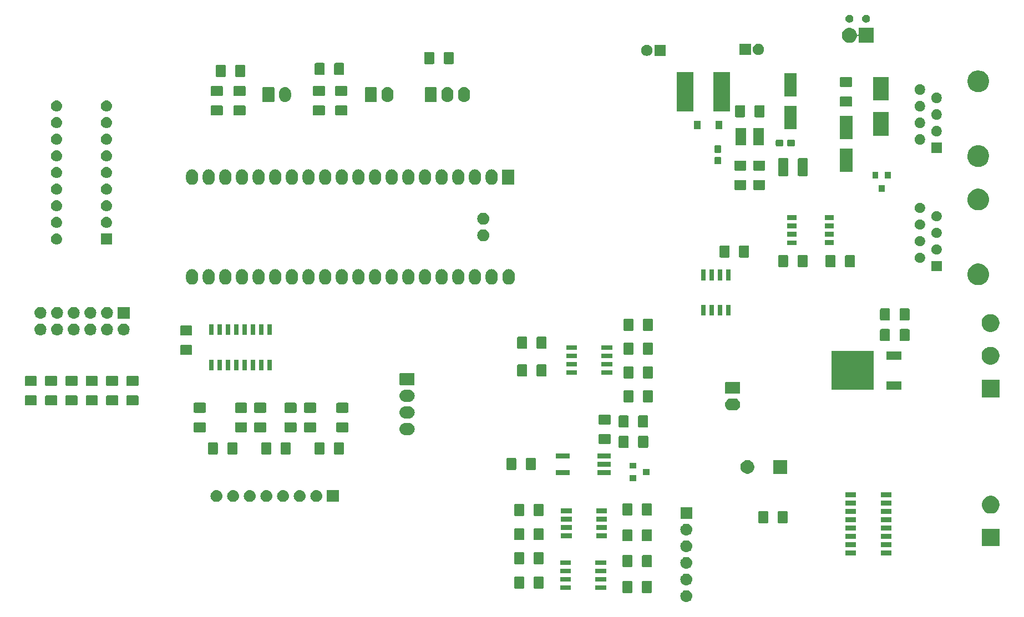
<source format=gbr>
G04 #@! TF.GenerationSoftware,KiCad,Pcbnew,5.1.2*
G04 #@! TF.CreationDate,2019-07-23T05:15:15+02:00*
G04 #@! TF.ProjectId,Motor,4d6f746f-722e-46b6-9963-61645f706362,rev?*
G04 #@! TF.SameCoordinates,Original*
G04 #@! TF.FileFunction,Soldermask,Top*
G04 #@! TF.FilePolarity,Negative*
%FSLAX46Y46*%
G04 Gerber Fmt 4.6, Leading zero omitted, Abs format (unit mm)*
G04 Created by KiCad (PCBNEW 5.1.2) date 2019-07-23 05:15:15*
%MOMM*%
%LPD*%
G04 APERTURE LIST*
%ADD10C,0.100000*%
G04 APERTURE END LIST*
D10*
G36*
X146909822Y-134821818D02*
G01*
X146976007Y-134828337D01*
X147145846Y-134879857D01*
X147302371Y-134963522D01*
X147320481Y-134978385D01*
X147439566Y-135076114D01*
X147514822Y-135167815D01*
X147552158Y-135213309D01*
X147635823Y-135369834D01*
X147687343Y-135539673D01*
X147704739Y-135716300D01*
X147687343Y-135892927D01*
X147635823Y-136062766D01*
X147552158Y-136219291D01*
X147522828Y-136255029D01*
X147439566Y-136356486D01*
X147338109Y-136439748D01*
X147302371Y-136469078D01*
X147145846Y-136552743D01*
X146976007Y-136604263D01*
X146909822Y-136610782D01*
X146843640Y-136617300D01*
X146755120Y-136617300D01*
X146688938Y-136610782D01*
X146622753Y-136604263D01*
X146452914Y-136552743D01*
X146296389Y-136469078D01*
X146260651Y-136439748D01*
X146159194Y-136356486D01*
X146075932Y-136255029D01*
X146046602Y-136219291D01*
X145962937Y-136062766D01*
X145911417Y-135892927D01*
X145894021Y-135716300D01*
X145911417Y-135539673D01*
X145962937Y-135369834D01*
X146046602Y-135213309D01*
X146083938Y-135167815D01*
X146159194Y-135076114D01*
X146278279Y-134978385D01*
X146296389Y-134963522D01*
X146452914Y-134879857D01*
X146622753Y-134828337D01*
X146688938Y-134821818D01*
X146755120Y-134815300D01*
X146843640Y-134815300D01*
X146909822Y-134821818D01*
X146909822Y-134821818D01*
G37*
G36*
X141403382Y-133398461D02*
G01*
X141438301Y-133409054D01*
X141470483Y-133426256D01*
X141498693Y-133449407D01*
X141521844Y-133477617D01*
X141539046Y-133509799D01*
X141549639Y-133544718D01*
X141553820Y-133587175D01*
X141553820Y-135053385D01*
X141549639Y-135095842D01*
X141539046Y-135130761D01*
X141521844Y-135162943D01*
X141498693Y-135191153D01*
X141470483Y-135214304D01*
X141438301Y-135231506D01*
X141403382Y-135242099D01*
X141360925Y-135246280D01*
X140219715Y-135246280D01*
X140177258Y-135242099D01*
X140142339Y-135231506D01*
X140110157Y-135214304D01*
X140081947Y-135191153D01*
X140058796Y-135162943D01*
X140041594Y-135130761D01*
X140031001Y-135095842D01*
X140026820Y-135053385D01*
X140026820Y-133587175D01*
X140031001Y-133544718D01*
X140041594Y-133509799D01*
X140058796Y-133477617D01*
X140081947Y-133449407D01*
X140110157Y-133426256D01*
X140142339Y-133409054D01*
X140177258Y-133398461D01*
X140219715Y-133394280D01*
X141360925Y-133394280D01*
X141403382Y-133398461D01*
X141403382Y-133398461D01*
G37*
G36*
X138428382Y-133398461D02*
G01*
X138463301Y-133409054D01*
X138495483Y-133426256D01*
X138523693Y-133449407D01*
X138546844Y-133477617D01*
X138564046Y-133509799D01*
X138574639Y-133544718D01*
X138578820Y-133587175D01*
X138578820Y-135053385D01*
X138574639Y-135095842D01*
X138564046Y-135130761D01*
X138546844Y-135162943D01*
X138523693Y-135191153D01*
X138495483Y-135214304D01*
X138463301Y-135231506D01*
X138428382Y-135242099D01*
X138385925Y-135246280D01*
X137244715Y-135246280D01*
X137202258Y-135242099D01*
X137167339Y-135231506D01*
X137135157Y-135214304D01*
X137106947Y-135191153D01*
X137083796Y-135162943D01*
X137066594Y-135130761D01*
X137056001Y-135095842D01*
X137051820Y-135053385D01*
X137051820Y-133587175D01*
X137056001Y-133544718D01*
X137066594Y-133509799D01*
X137083796Y-133477617D01*
X137106947Y-133449407D01*
X137135157Y-133426256D01*
X137167339Y-133409054D01*
X137202258Y-133398461D01*
X137244715Y-133394280D01*
X138385925Y-133394280D01*
X138428382Y-133398461D01*
X138428382Y-133398461D01*
G37*
G36*
X134579920Y-134789680D02*
G01*
X132927920Y-134789680D01*
X132927920Y-134087680D01*
X134579920Y-134087680D01*
X134579920Y-134789680D01*
X134579920Y-134789680D01*
G37*
G36*
X129179920Y-134789680D02*
G01*
X127527920Y-134789680D01*
X127527920Y-134087680D01*
X129179920Y-134087680D01*
X129179920Y-134789680D01*
X129179920Y-134789680D01*
G37*
G36*
X124885182Y-132729461D02*
G01*
X124920101Y-132740054D01*
X124952283Y-132757256D01*
X124980493Y-132780407D01*
X125003644Y-132808617D01*
X125020846Y-132840799D01*
X125031439Y-132875718D01*
X125035620Y-132918175D01*
X125035620Y-134384385D01*
X125031439Y-134426842D01*
X125020846Y-134461761D01*
X125003644Y-134493943D01*
X124980493Y-134522153D01*
X124952283Y-134545304D01*
X124920101Y-134562506D01*
X124885182Y-134573099D01*
X124842725Y-134577280D01*
X123701515Y-134577280D01*
X123659058Y-134573099D01*
X123624139Y-134562506D01*
X123591957Y-134545304D01*
X123563747Y-134522153D01*
X123540596Y-134493943D01*
X123523394Y-134461761D01*
X123512801Y-134426842D01*
X123508620Y-134384385D01*
X123508620Y-132918175D01*
X123512801Y-132875718D01*
X123523394Y-132840799D01*
X123540596Y-132808617D01*
X123563747Y-132780407D01*
X123591957Y-132757256D01*
X123624139Y-132740054D01*
X123659058Y-132729461D01*
X123701515Y-132725280D01*
X124842725Y-132725280D01*
X124885182Y-132729461D01*
X124885182Y-132729461D01*
G37*
G36*
X121910182Y-132729461D02*
G01*
X121945101Y-132740054D01*
X121977283Y-132757256D01*
X122005493Y-132780407D01*
X122028644Y-132808617D01*
X122045846Y-132840799D01*
X122056439Y-132875718D01*
X122060620Y-132918175D01*
X122060620Y-134384385D01*
X122056439Y-134426842D01*
X122045846Y-134461761D01*
X122028644Y-134493943D01*
X122005493Y-134522153D01*
X121977283Y-134545304D01*
X121945101Y-134562506D01*
X121910182Y-134573099D01*
X121867725Y-134577280D01*
X120726515Y-134577280D01*
X120684058Y-134573099D01*
X120649139Y-134562506D01*
X120616957Y-134545304D01*
X120588747Y-134522153D01*
X120565596Y-134493943D01*
X120548394Y-134461761D01*
X120537801Y-134426842D01*
X120533620Y-134384385D01*
X120533620Y-132918175D01*
X120537801Y-132875718D01*
X120548394Y-132840799D01*
X120565596Y-132808617D01*
X120588747Y-132780407D01*
X120616957Y-132757256D01*
X120649139Y-132740054D01*
X120684058Y-132729461D01*
X120726515Y-132725280D01*
X121867725Y-132725280D01*
X121910182Y-132729461D01*
X121910182Y-132729461D01*
G37*
G36*
X146909823Y-132281819D02*
G01*
X146976007Y-132288337D01*
X147145846Y-132339857D01*
X147302371Y-132423522D01*
X147338109Y-132452852D01*
X147439566Y-132536114D01*
X147522828Y-132637571D01*
X147552158Y-132673309D01*
X147635823Y-132829834D01*
X147687343Y-132999673D01*
X147704739Y-133176300D01*
X147687343Y-133352927D01*
X147635823Y-133522766D01*
X147552158Y-133679291D01*
X147522828Y-133715029D01*
X147439566Y-133816486D01*
X147338109Y-133899748D01*
X147302371Y-133929078D01*
X147145846Y-134012743D01*
X146976007Y-134064263D01*
X146909822Y-134070782D01*
X146843640Y-134077300D01*
X146755120Y-134077300D01*
X146688938Y-134070782D01*
X146622753Y-134064263D01*
X146452914Y-134012743D01*
X146296389Y-133929078D01*
X146260651Y-133899748D01*
X146159194Y-133816486D01*
X146075932Y-133715029D01*
X146046602Y-133679291D01*
X145962937Y-133522766D01*
X145911417Y-133352927D01*
X145894021Y-133176300D01*
X145911417Y-132999673D01*
X145962937Y-132829834D01*
X146046602Y-132673309D01*
X146075932Y-132637571D01*
X146159194Y-132536114D01*
X146260651Y-132452852D01*
X146296389Y-132423522D01*
X146452914Y-132339857D01*
X146622753Y-132288337D01*
X146688937Y-132281819D01*
X146755120Y-132275300D01*
X146843640Y-132275300D01*
X146909823Y-132281819D01*
X146909823Y-132281819D01*
G37*
G36*
X129179920Y-133519680D02*
G01*
X127527920Y-133519680D01*
X127527920Y-132817680D01*
X129179920Y-132817680D01*
X129179920Y-133519680D01*
X129179920Y-133519680D01*
G37*
G36*
X134579920Y-133519680D02*
G01*
X132927920Y-133519680D01*
X132927920Y-132817680D01*
X134579920Y-132817680D01*
X134579920Y-133519680D01*
X134579920Y-133519680D01*
G37*
G36*
X129179920Y-132249680D02*
G01*
X127527920Y-132249680D01*
X127527920Y-131547680D01*
X129179920Y-131547680D01*
X129179920Y-132249680D01*
X129179920Y-132249680D01*
G37*
G36*
X134579920Y-132249680D02*
G01*
X132927920Y-132249680D01*
X132927920Y-131547680D01*
X134579920Y-131547680D01*
X134579920Y-132249680D01*
X134579920Y-132249680D01*
G37*
G36*
X146909823Y-129741819D02*
G01*
X146976007Y-129748337D01*
X147145846Y-129799857D01*
X147302371Y-129883522D01*
X147338109Y-129912852D01*
X147439566Y-129996114D01*
X147522828Y-130097571D01*
X147552158Y-130133309D01*
X147635823Y-130289834D01*
X147687343Y-130459673D01*
X147704739Y-130636300D01*
X147687343Y-130812927D01*
X147635823Y-130982766D01*
X147552158Y-131139291D01*
X147543062Y-131150374D01*
X147439566Y-131276486D01*
X147338109Y-131359748D01*
X147302371Y-131389078D01*
X147145846Y-131472743D01*
X146976007Y-131524263D01*
X146909823Y-131530781D01*
X146843640Y-131537300D01*
X146755120Y-131537300D01*
X146688937Y-131530781D01*
X146622753Y-131524263D01*
X146452914Y-131472743D01*
X146296389Y-131389078D01*
X146260651Y-131359748D01*
X146159194Y-131276486D01*
X146055698Y-131150374D01*
X146046602Y-131139291D01*
X145962937Y-130982766D01*
X145911417Y-130812927D01*
X145894021Y-130636300D01*
X145911417Y-130459673D01*
X145962937Y-130289834D01*
X146046602Y-130133309D01*
X146075932Y-130097571D01*
X146159194Y-129996114D01*
X146260651Y-129912852D01*
X146296389Y-129883522D01*
X146452914Y-129799857D01*
X146622753Y-129748337D01*
X146688937Y-129741819D01*
X146755120Y-129735300D01*
X146843640Y-129735300D01*
X146909823Y-129741819D01*
X146909823Y-129741819D01*
G37*
G36*
X138428382Y-129452993D02*
G01*
X138463301Y-129463586D01*
X138495483Y-129480788D01*
X138523693Y-129503939D01*
X138546844Y-129532149D01*
X138564046Y-129564331D01*
X138574639Y-129599250D01*
X138578820Y-129641707D01*
X138578820Y-131107917D01*
X138574639Y-131150374D01*
X138564046Y-131185293D01*
X138546844Y-131217475D01*
X138523693Y-131245685D01*
X138495483Y-131268836D01*
X138463301Y-131286038D01*
X138428382Y-131296631D01*
X138385925Y-131300812D01*
X137244715Y-131300812D01*
X137202258Y-131296631D01*
X137167339Y-131286038D01*
X137135157Y-131268836D01*
X137106947Y-131245685D01*
X137083796Y-131217475D01*
X137066594Y-131185293D01*
X137056001Y-131150374D01*
X137051820Y-131107917D01*
X137051820Y-129641707D01*
X137056001Y-129599250D01*
X137066594Y-129564331D01*
X137083796Y-129532149D01*
X137106947Y-129503939D01*
X137135157Y-129480788D01*
X137167339Y-129463586D01*
X137202258Y-129452993D01*
X137244715Y-129448812D01*
X138385925Y-129448812D01*
X138428382Y-129452993D01*
X138428382Y-129452993D01*
G37*
G36*
X141403382Y-129452993D02*
G01*
X141438301Y-129463586D01*
X141470483Y-129480788D01*
X141498693Y-129503939D01*
X141521844Y-129532149D01*
X141539046Y-129564331D01*
X141549639Y-129599250D01*
X141553820Y-129641707D01*
X141553820Y-131107917D01*
X141549639Y-131150374D01*
X141539046Y-131185293D01*
X141521844Y-131217475D01*
X141498693Y-131245685D01*
X141470483Y-131268836D01*
X141438301Y-131286038D01*
X141403382Y-131296631D01*
X141360925Y-131300812D01*
X140219715Y-131300812D01*
X140177258Y-131296631D01*
X140142339Y-131286038D01*
X140110157Y-131268836D01*
X140081947Y-131245685D01*
X140058796Y-131217475D01*
X140041594Y-131185293D01*
X140031001Y-131150374D01*
X140026820Y-131107917D01*
X140026820Y-129641707D01*
X140031001Y-129599250D01*
X140041594Y-129564331D01*
X140058796Y-129532149D01*
X140081947Y-129503939D01*
X140110157Y-129480788D01*
X140142339Y-129463586D01*
X140177258Y-129452993D01*
X140219715Y-129448812D01*
X141360925Y-129448812D01*
X141403382Y-129452993D01*
X141403382Y-129452993D01*
G37*
G36*
X134579920Y-130979680D02*
G01*
X132927920Y-130979680D01*
X132927920Y-130277680D01*
X134579920Y-130277680D01*
X134579920Y-130979680D01*
X134579920Y-130979680D01*
G37*
G36*
X129179920Y-130979680D02*
G01*
X127527920Y-130979680D01*
X127527920Y-130277680D01*
X129179920Y-130277680D01*
X129179920Y-130979680D01*
X129179920Y-130979680D01*
G37*
G36*
X121910182Y-129029527D02*
G01*
X121945101Y-129040120D01*
X121977283Y-129057322D01*
X122005493Y-129080473D01*
X122028644Y-129108683D01*
X122045846Y-129140865D01*
X122056439Y-129175784D01*
X122060620Y-129218241D01*
X122060620Y-130684451D01*
X122056439Y-130726908D01*
X122045846Y-130761827D01*
X122028644Y-130794009D01*
X122005493Y-130822219D01*
X121977283Y-130845370D01*
X121945101Y-130862572D01*
X121910182Y-130873165D01*
X121867725Y-130877346D01*
X120726515Y-130877346D01*
X120684058Y-130873165D01*
X120649139Y-130862572D01*
X120616957Y-130845370D01*
X120588747Y-130822219D01*
X120565596Y-130794009D01*
X120548394Y-130761827D01*
X120537801Y-130726908D01*
X120533620Y-130684451D01*
X120533620Y-129218241D01*
X120537801Y-129175784D01*
X120548394Y-129140865D01*
X120565596Y-129108683D01*
X120588747Y-129080473D01*
X120616957Y-129057322D01*
X120649139Y-129040120D01*
X120684058Y-129029527D01*
X120726515Y-129025346D01*
X121867725Y-129025346D01*
X121910182Y-129029527D01*
X121910182Y-129029527D01*
G37*
G36*
X124885182Y-129029527D02*
G01*
X124920101Y-129040120D01*
X124952283Y-129057322D01*
X124980493Y-129080473D01*
X125003644Y-129108683D01*
X125020846Y-129140865D01*
X125031439Y-129175784D01*
X125035620Y-129218241D01*
X125035620Y-130684451D01*
X125031439Y-130726908D01*
X125020846Y-130761827D01*
X125003644Y-130794009D01*
X124980493Y-130822219D01*
X124952283Y-130845370D01*
X124920101Y-130862572D01*
X124885182Y-130873165D01*
X124842725Y-130877346D01*
X123701515Y-130877346D01*
X123659058Y-130873165D01*
X123624139Y-130862572D01*
X123591957Y-130845370D01*
X123563747Y-130822219D01*
X123540596Y-130794009D01*
X123523394Y-130761827D01*
X123512801Y-130726908D01*
X123508620Y-130684451D01*
X123508620Y-129218241D01*
X123512801Y-129175784D01*
X123523394Y-129140865D01*
X123540596Y-129108683D01*
X123563747Y-129080473D01*
X123591957Y-129057322D01*
X123624139Y-129040120D01*
X123659058Y-129029527D01*
X123701515Y-129025346D01*
X124842725Y-129025346D01*
X124885182Y-129029527D01*
X124885182Y-129029527D01*
G37*
G36*
X172721000Y-129476000D02*
G01*
X171119000Y-129476000D01*
X171119000Y-128774000D01*
X172721000Y-128774000D01*
X172721000Y-129476000D01*
X172721000Y-129476000D01*
G37*
G36*
X178121000Y-129476000D02*
G01*
X176519000Y-129476000D01*
X176519000Y-128774000D01*
X178121000Y-128774000D01*
X178121000Y-129476000D01*
X178121000Y-129476000D01*
G37*
G36*
X146909822Y-127201818D02*
G01*
X146976007Y-127208337D01*
X147145846Y-127259857D01*
X147302371Y-127343522D01*
X147316778Y-127355346D01*
X147439566Y-127456114D01*
X147522828Y-127557571D01*
X147552158Y-127593309D01*
X147635823Y-127749834D01*
X147687343Y-127919673D01*
X147704739Y-128096300D01*
X147687343Y-128272927D01*
X147635823Y-128442766D01*
X147552158Y-128599291D01*
X147522828Y-128635029D01*
X147439566Y-128736486D01*
X147338109Y-128819748D01*
X147302371Y-128849078D01*
X147145846Y-128932743D01*
X146976007Y-128984263D01*
X146909823Y-128990781D01*
X146843640Y-128997300D01*
X146755120Y-128997300D01*
X146688937Y-128990781D01*
X146622753Y-128984263D01*
X146452914Y-128932743D01*
X146296389Y-128849078D01*
X146260651Y-128819748D01*
X146159194Y-128736486D01*
X146075932Y-128635029D01*
X146046602Y-128599291D01*
X145962937Y-128442766D01*
X145911417Y-128272927D01*
X145894021Y-128096300D01*
X145911417Y-127919673D01*
X145962937Y-127749834D01*
X146046602Y-127593309D01*
X146075932Y-127557571D01*
X146159194Y-127456114D01*
X146281982Y-127355346D01*
X146296389Y-127343522D01*
X146452914Y-127259857D01*
X146622753Y-127208337D01*
X146688938Y-127201818D01*
X146755120Y-127195300D01*
X146843640Y-127195300D01*
X146909822Y-127201818D01*
X146909822Y-127201818D01*
G37*
G36*
X172721000Y-128206000D02*
G01*
X171119000Y-128206000D01*
X171119000Y-127504000D01*
X172721000Y-127504000D01*
X172721000Y-128206000D01*
X172721000Y-128206000D01*
G37*
G36*
X178121000Y-128206000D02*
G01*
X176519000Y-128206000D01*
X176519000Y-127504000D01*
X178121000Y-127504000D01*
X178121000Y-128206000D01*
X178121000Y-128206000D01*
G37*
G36*
X194614600Y-128113800D02*
G01*
X191912600Y-128113800D01*
X191912600Y-125411800D01*
X194614600Y-125411800D01*
X194614600Y-128113800D01*
X194614600Y-128113800D01*
G37*
G36*
X138428382Y-125507527D02*
G01*
X138463301Y-125518120D01*
X138495483Y-125535322D01*
X138523693Y-125558473D01*
X138546844Y-125586683D01*
X138564046Y-125618865D01*
X138574639Y-125653784D01*
X138578820Y-125696241D01*
X138578820Y-127162451D01*
X138574639Y-127204908D01*
X138564046Y-127239827D01*
X138546844Y-127272009D01*
X138523693Y-127300219D01*
X138495483Y-127323370D01*
X138463301Y-127340572D01*
X138428382Y-127351165D01*
X138385925Y-127355346D01*
X137244715Y-127355346D01*
X137202258Y-127351165D01*
X137167339Y-127340572D01*
X137135157Y-127323370D01*
X137106947Y-127300219D01*
X137083796Y-127272009D01*
X137066594Y-127239827D01*
X137056001Y-127204908D01*
X137051820Y-127162451D01*
X137051820Y-125696241D01*
X137056001Y-125653784D01*
X137066594Y-125618865D01*
X137083796Y-125586683D01*
X137106947Y-125558473D01*
X137135157Y-125535322D01*
X137167339Y-125518120D01*
X137202258Y-125507527D01*
X137244715Y-125503346D01*
X138385925Y-125503346D01*
X138428382Y-125507527D01*
X138428382Y-125507527D01*
G37*
G36*
X141403382Y-125507527D02*
G01*
X141438301Y-125518120D01*
X141470483Y-125535322D01*
X141498693Y-125558473D01*
X141521844Y-125586683D01*
X141539046Y-125618865D01*
X141549639Y-125653784D01*
X141553820Y-125696241D01*
X141553820Y-127162451D01*
X141549639Y-127204908D01*
X141539046Y-127239827D01*
X141521844Y-127272009D01*
X141498693Y-127300219D01*
X141470483Y-127323370D01*
X141438301Y-127340572D01*
X141403382Y-127351165D01*
X141360925Y-127355346D01*
X140219715Y-127355346D01*
X140177258Y-127351165D01*
X140142339Y-127340572D01*
X140110157Y-127323370D01*
X140081947Y-127300219D01*
X140058796Y-127272009D01*
X140041594Y-127239827D01*
X140031001Y-127204908D01*
X140026820Y-127162451D01*
X140026820Y-125696241D01*
X140031001Y-125653784D01*
X140041594Y-125618865D01*
X140058796Y-125586683D01*
X140081947Y-125558473D01*
X140110157Y-125535322D01*
X140142339Y-125518120D01*
X140177258Y-125507527D01*
X140219715Y-125503346D01*
X141360925Y-125503346D01*
X141403382Y-125507527D01*
X141403382Y-125507527D01*
G37*
G36*
X124885182Y-125329594D02*
G01*
X124920101Y-125340187D01*
X124952283Y-125357389D01*
X124980493Y-125380540D01*
X125003644Y-125408750D01*
X125020846Y-125440932D01*
X125031439Y-125475851D01*
X125035620Y-125518308D01*
X125035620Y-126984518D01*
X125031439Y-127026975D01*
X125020846Y-127061894D01*
X125003644Y-127094076D01*
X124980493Y-127122286D01*
X124952283Y-127145437D01*
X124920101Y-127162639D01*
X124885182Y-127173232D01*
X124842725Y-127177413D01*
X123701515Y-127177413D01*
X123659058Y-127173232D01*
X123624139Y-127162639D01*
X123591957Y-127145437D01*
X123563747Y-127122286D01*
X123540596Y-127094076D01*
X123523394Y-127061894D01*
X123512801Y-127026975D01*
X123508620Y-126984518D01*
X123508620Y-125518308D01*
X123512801Y-125475851D01*
X123523394Y-125440932D01*
X123540596Y-125408750D01*
X123563747Y-125380540D01*
X123591957Y-125357389D01*
X123624139Y-125340187D01*
X123659058Y-125329594D01*
X123701515Y-125325413D01*
X124842725Y-125325413D01*
X124885182Y-125329594D01*
X124885182Y-125329594D01*
G37*
G36*
X121910182Y-125329594D02*
G01*
X121945101Y-125340187D01*
X121977283Y-125357389D01*
X122005493Y-125380540D01*
X122028644Y-125408750D01*
X122045846Y-125440932D01*
X122056439Y-125475851D01*
X122060620Y-125518308D01*
X122060620Y-126984518D01*
X122056439Y-127026975D01*
X122045846Y-127061894D01*
X122028644Y-127094076D01*
X122005493Y-127122286D01*
X121977283Y-127145437D01*
X121945101Y-127162639D01*
X121910182Y-127173232D01*
X121867725Y-127177413D01*
X120726515Y-127177413D01*
X120684058Y-127173232D01*
X120649139Y-127162639D01*
X120616957Y-127145437D01*
X120588747Y-127122286D01*
X120565596Y-127094076D01*
X120548394Y-127061894D01*
X120537801Y-127026975D01*
X120533620Y-126984518D01*
X120533620Y-125518308D01*
X120537801Y-125475851D01*
X120548394Y-125440932D01*
X120565596Y-125408750D01*
X120588747Y-125380540D01*
X120616957Y-125357389D01*
X120649139Y-125340187D01*
X120684058Y-125329594D01*
X120726515Y-125325413D01*
X121867725Y-125325413D01*
X121910182Y-125329594D01*
X121910182Y-125329594D01*
G37*
G36*
X178121000Y-126936000D02*
G01*
X176519000Y-126936000D01*
X176519000Y-126234000D01*
X178121000Y-126234000D01*
X178121000Y-126936000D01*
X178121000Y-126936000D01*
G37*
G36*
X172721000Y-126936000D02*
G01*
X171119000Y-126936000D01*
X171119000Y-126234000D01*
X172721000Y-126234000D01*
X172721000Y-126936000D01*
X172721000Y-126936000D01*
G37*
G36*
X134714520Y-126864880D02*
G01*
X133062520Y-126864880D01*
X133062520Y-126162880D01*
X134714520Y-126162880D01*
X134714520Y-126864880D01*
X134714520Y-126864880D01*
G37*
G36*
X129314520Y-126864880D02*
G01*
X127662520Y-126864880D01*
X127662520Y-126162880D01*
X129314520Y-126162880D01*
X129314520Y-126864880D01*
X129314520Y-126864880D01*
G37*
G36*
X146909823Y-124661819D02*
G01*
X146976007Y-124668337D01*
X147145846Y-124719857D01*
X147302371Y-124803522D01*
X147338109Y-124832852D01*
X147439566Y-124916114D01*
X147522828Y-125017571D01*
X147552158Y-125053309D01*
X147635823Y-125209834D01*
X147687343Y-125379673D01*
X147704739Y-125556300D01*
X147687343Y-125732927D01*
X147635823Y-125902766D01*
X147552158Y-126059291D01*
X147522828Y-126095029D01*
X147439566Y-126196486D01*
X147338109Y-126279748D01*
X147302371Y-126309078D01*
X147145846Y-126392743D01*
X146976007Y-126444263D01*
X146909823Y-126450781D01*
X146843640Y-126457300D01*
X146755120Y-126457300D01*
X146688937Y-126450781D01*
X146622753Y-126444263D01*
X146452914Y-126392743D01*
X146296389Y-126309078D01*
X146260651Y-126279748D01*
X146159194Y-126196486D01*
X146075932Y-126095029D01*
X146046602Y-126059291D01*
X145962937Y-125902766D01*
X145911417Y-125732927D01*
X145894021Y-125556300D01*
X145911417Y-125379673D01*
X145962937Y-125209834D01*
X146046602Y-125053309D01*
X146075932Y-125017571D01*
X146159194Y-124916114D01*
X146260651Y-124832852D01*
X146296389Y-124803522D01*
X146452914Y-124719857D01*
X146622753Y-124668337D01*
X146688937Y-124661819D01*
X146755120Y-124655300D01*
X146843640Y-124655300D01*
X146909823Y-124661819D01*
X146909823Y-124661819D01*
G37*
G36*
X178121000Y-125666000D02*
G01*
X176519000Y-125666000D01*
X176519000Y-124964000D01*
X178121000Y-124964000D01*
X178121000Y-125666000D01*
X178121000Y-125666000D01*
G37*
G36*
X172721000Y-125666000D02*
G01*
X171119000Y-125666000D01*
X171119000Y-124964000D01*
X172721000Y-124964000D01*
X172721000Y-125666000D01*
X172721000Y-125666000D01*
G37*
G36*
X134714520Y-125594880D02*
G01*
X133062520Y-125594880D01*
X133062520Y-124892880D01*
X134714520Y-124892880D01*
X134714520Y-125594880D01*
X134714520Y-125594880D01*
G37*
G36*
X129314520Y-125594880D02*
G01*
X127662520Y-125594880D01*
X127662520Y-124892880D01*
X129314520Y-124892880D01*
X129314520Y-125594880D01*
X129314520Y-125594880D01*
G37*
G36*
X162129862Y-122742181D02*
G01*
X162164781Y-122752774D01*
X162196963Y-122769976D01*
X162225173Y-122793127D01*
X162248324Y-122821337D01*
X162265526Y-122853519D01*
X162276119Y-122888438D01*
X162280300Y-122930895D01*
X162280300Y-124397105D01*
X162276119Y-124439562D01*
X162265526Y-124474481D01*
X162248324Y-124506663D01*
X162225173Y-124534873D01*
X162196963Y-124558024D01*
X162164781Y-124575226D01*
X162129862Y-124585819D01*
X162087405Y-124590000D01*
X160946195Y-124590000D01*
X160903738Y-124585819D01*
X160868819Y-124575226D01*
X160836637Y-124558024D01*
X160808427Y-124534873D01*
X160785276Y-124506663D01*
X160768074Y-124474481D01*
X160757481Y-124439562D01*
X160753300Y-124397105D01*
X160753300Y-122930895D01*
X160757481Y-122888438D01*
X160768074Y-122853519D01*
X160785276Y-122821337D01*
X160808427Y-122793127D01*
X160836637Y-122769976D01*
X160868819Y-122752774D01*
X160903738Y-122742181D01*
X160946195Y-122738000D01*
X162087405Y-122738000D01*
X162129862Y-122742181D01*
X162129862Y-122742181D01*
G37*
G36*
X159154862Y-122742181D02*
G01*
X159189781Y-122752774D01*
X159221963Y-122769976D01*
X159250173Y-122793127D01*
X159273324Y-122821337D01*
X159290526Y-122853519D01*
X159301119Y-122888438D01*
X159305300Y-122930895D01*
X159305300Y-124397105D01*
X159301119Y-124439562D01*
X159290526Y-124474481D01*
X159273324Y-124506663D01*
X159250173Y-124534873D01*
X159221963Y-124558024D01*
X159189781Y-124575226D01*
X159154862Y-124585819D01*
X159112405Y-124590000D01*
X157971195Y-124590000D01*
X157928738Y-124585819D01*
X157893819Y-124575226D01*
X157861637Y-124558024D01*
X157833427Y-124534873D01*
X157810276Y-124506663D01*
X157793074Y-124474481D01*
X157782481Y-124439562D01*
X157778300Y-124397105D01*
X157778300Y-122930895D01*
X157782481Y-122888438D01*
X157793074Y-122853519D01*
X157810276Y-122821337D01*
X157833427Y-122793127D01*
X157861637Y-122769976D01*
X157893819Y-122752774D01*
X157928738Y-122742181D01*
X157971195Y-122738000D01*
X159112405Y-122738000D01*
X159154862Y-122742181D01*
X159154862Y-122742181D01*
G37*
G36*
X178121000Y-124396000D02*
G01*
X176519000Y-124396000D01*
X176519000Y-123694000D01*
X178121000Y-123694000D01*
X178121000Y-124396000D01*
X178121000Y-124396000D01*
G37*
G36*
X172721000Y-124396000D02*
G01*
X171119000Y-124396000D01*
X171119000Y-123694000D01*
X172721000Y-123694000D01*
X172721000Y-124396000D01*
X172721000Y-124396000D01*
G37*
G36*
X129314520Y-124324880D02*
G01*
X127662520Y-124324880D01*
X127662520Y-123622880D01*
X129314520Y-123622880D01*
X129314520Y-124324880D01*
X129314520Y-124324880D01*
G37*
G36*
X134714520Y-124324880D02*
G01*
X133062520Y-124324880D01*
X133062520Y-123622880D01*
X134714520Y-123622880D01*
X134714520Y-124324880D01*
X134714520Y-124324880D01*
G37*
G36*
X147700380Y-123917300D02*
G01*
X145898380Y-123917300D01*
X145898380Y-122115300D01*
X147700380Y-122115300D01*
X147700380Y-123917300D01*
X147700380Y-123917300D01*
G37*
G36*
X124885182Y-121629661D02*
G01*
X124920101Y-121640254D01*
X124952283Y-121657456D01*
X124980493Y-121680607D01*
X125003644Y-121708817D01*
X125020846Y-121740999D01*
X125031439Y-121775918D01*
X125035620Y-121818375D01*
X125035620Y-123284585D01*
X125031439Y-123327042D01*
X125020846Y-123361961D01*
X125003644Y-123394143D01*
X124980493Y-123422353D01*
X124952283Y-123445504D01*
X124920101Y-123462706D01*
X124885182Y-123473299D01*
X124842725Y-123477480D01*
X123701515Y-123477480D01*
X123659058Y-123473299D01*
X123624139Y-123462706D01*
X123591957Y-123445504D01*
X123563747Y-123422353D01*
X123540596Y-123394143D01*
X123523394Y-123361961D01*
X123512801Y-123327042D01*
X123508620Y-123284585D01*
X123508620Y-121818375D01*
X123512801Y-121775918D01*
X123523394Y-121740999D01*
X123540596Y-121708817D01*
X123563747Y-121680607D01*
X123591957Y-121657456D01*
X123624139Y-121640254D01*
X123659058Y-121629661D01*
X123701515Y-121625480D01*
X124842725Y-121625480D01*
X124885182Y-121629661D01*
X124885182Y-121629661D01*
G37*
G36*
X121910182Y-121629661D02*
G01*
X121945101Y-121640254D01*
X121977283Y-121657456D01*
X122005493Y-121680607D01*
X122028644Y-121708817D01*
X122045846Y-121740999D01*
X122056439Y-121775918D01*
X122060620Y-121818375D01*
X122060620Y-123284585D01*
X122056439Y-123327042D01*
X122045846Y-123361961D01*
X122028644Y-123394143D01*
X122005493Y-123422353D01*
X121977283Y-123445504D01*
X121945101Y-123462706D01*
X121910182Y-123473299D01*
X121867725Y-123477480D01*
X120726515Y-123477480D01*
X120684058Y-123473299D01*
X120649139Y-123462706D01*
X120616957Y-123445504D01*
X120588747Y-123422353D01*
X120565596Y-123394143D01*
X120548394Y-123361961D01*
X120537801Y-123327042D01*
X120533620Y-123284585D01*
X120533620Y-121818375D01*
X120537801Y-121775918D01*
X120548394Y-121740999D01*
X120565596Y-121708817D01*
X120588747Y-121680607D01*
X120616957Y-121657456D01*
X120649139Y-121640254D01*
X120684058Y-121629661D01*
X120726515Y-121625480D01*
X121867725Y-121625480D01*
X121910182Y-121629661D01*
X121910182Y-121629661D01*
G37*
G36*
X141403382Y-121562061D02*
G01*
X141438301Y-121572654D01*
X141470483Y-121589856D01*
X141498693Y-121613007D01*
X141521844Y-121641217D01*
X141539046Y-121673399D01*
X141549639Y-121708318D01*
X141553820Y-121750775D01*
X141553820Y-123216985D01*
X141549639Y-123259442D01*
X141539046Y-123294361D01*
X141521844Y-123326543D01*
X141498693Y-123354753D01*
X141470483Y-123377904D01*
X141438301Y-123395106D01*
X141403382Y-123405699D01*
X141360925Y-123409880D01*
X140219715Y-123409880D01*
X140177258Y-123405699D01*
X140142339Y-123395106D01*
X140110157Y-123377904D01*
X140081947Y-123354753D01*
X140058796Y-123326543D01*
X140041594Y-123294361D01*
X140031001Y-123259442D01*
X140026820Y-123216985D01*
X140026820Y-121750775D01*
X140031001Y-121708318D01*
X140041594Y-121673399D01*
X140058796Y-121641217D01*
X140081947Y-121613007D01*
X140110157Y-121589856D01*
X140142339Y-121572654D01*
X140177258Y-121562061D01*
X140219715Y-121557880D01*
X141360925Y-121557880D01*
X141403382Y-121562061D01*
X141403382Y-121562061D01*
G37*
G36*
X138428382Y-121562061D02*
G01*
X138463301Y-121572654D01*
X138495483Y-121589856D01*
X138523693Y-121613007D01*
X138546844Y-121641217D01*
X138564046Y-121673399D01*
X138574639Y-121708318D01*
X138578820Y-121750775D01*
X138578820Y-123216985D01*
X138574639Y-123259442D01*
X138564046Y-123294361D01*
X138546844Y-123326543D01*
X138523693Y-123354753D01*
X138495483Y-123377904D01*
X138463301Y-123395106D01*
X138428382Y-123405699D01*
X138385925Y-123409880D01*
X137244715Y-123409880D01*
X137202258Y-123405699D01*
X137167339Y-123395106D01*
X137135157Y-123377904D01*
X137106947Y-123354753D01*
X137083796Y-123326543D01*
X137066594Y-123294361D01*
X137056001Y-123259442D01*
X137051820Y-123216985D01*
X137051820Y-121750775D01*
X137056001Y-121708318D01*
X137066594Y-121673399D01*
X137083796Y-121641217D01*
X137106947Y-121613007D01*
X137135157Y-121589856D01*
X137167339Y-121572654D01*
X137202258Y-121562061D01*
X137244715Y-121557880D01*
X138385925Y-121557880D01*
X138428382Y-121562061D01*
X138428382Y-121562061D01*
G37*
G36*
X172721000Y-123126000D02*
G01*
X171119000Y-123126000D01*
X171119000Y-122424000D01*
X172721000Y-122424000D01*
X172721000Y-123126000D01*
X172721000Y-123126000D01*
G37*
G36*
X178121000Y-123126000D02*
G01*
X176519000Y-123126000D01*
X176519000Y-122424000D01*
X178121000Y-122424000D01*
X178121000Y-123126000D01*
X178121000Y-123126000D01*
G37*
G36*
X193657672Y-120463718D02*
G01*
X193903539Y-120565559D01*
X193934131Y-120586000D01*
X194124811Y-120713409D01*
X194312991Y-120901589D01*
X194460842Y-121122863D01*
X194540843Y-121316003D01*
X194562682Y-121368728D01*
X194614600Y-121629738D01*
X194614600Y-121895862D01*
X194562682Y-122156872D01*
X194460841Y-122402739D01*
X194386413Y-122514128D01*
X194312991Y-122624011D01*
X194124811Y-122812191D01*
X194111123Y-122821337D01*
X193903539Y-122960041D01*
X193903538Y-122960042D01*
X193903537Y-122960042D01*
X193657672Y-123061882D01*
X193396663Y-123113800D01*
X193130537Y-123113800D01*
X192869528Y-123061882D01*
X192623663Y-122960042D01*
X192623662Y-122960042D01*
X192623661Y-122960041D01*
X192416077Y-122821337D01*
X192402389Y-122812191D01*
X192214209Y-122624011D01*
X192140787Y-122514128D01*
X192066359Y-122402739D01*
X191964518Y-122156872D01*
X191912600Y-121895862D01*
X191912600Y-121629738D01*
X191964518Y-121368728D01*
X191986357Y-121316003D01*
X192066358Y-121122863D01*
X192214209Y-120901589D01*
X192402389Y-120713409D01*
X192593069Y-120586000D01*
X192623661Y-120565559D01*
X192869528Y-120463718D01*
X193130537Y-120411800D01*
X193396663Y-120411800D01*
X193657672Y-120463718D01*
X193657672Y-120463718D01*
G37*
G36*
X134714520Y-123054880D02*
G01*
X133062520Y-123054880D01*
X133062520Y-122352880D01*
X134714520Y-122352880D01*
X134714520Y-123054880D01*
X134714520Y-123054880D01*
G37*
G36*
X129314520Y-123054880D02*
G01*
X127662520Y-123054880D01*
X127662520Y-122352880D01*
X129314520Y-122352880D01*
X129314520Y-123054880D01*
X129314520Y-123054880D01*
G37*
G36*
X178121000Y-121856000D02*
G01*
X176519000Y-121856000D01*
X176519000Y-121154000D01*
X178121000Y-121154000D01*
X178121000Y-121856000D01*
X178121000Y-121856000D01*
G37*
G36*
X172721000Y-121856000D02*
G01*
X171119000Y-121856000D01*
X171119000Y-121154000D01*
X172721000Y-121154000D01*
X172721000Y-121856000D01*
X172721000Y-121856000D01*
G37*
G36*
X93760940Y-121329040D02*
G01*
X91958940Y-121329040D01*
X91958940Y-119527040D01*
X93760940Y-119527040D01*
X93760940Y-121329040D01*
X93760940Y-121329040D01*
G37*
G36*
X75190382Y-119533558D02*
G01*
X75256567Y-119540077D01*
X75426406Y-119591597D01*
X75582931Y-119675262D01*
X75618669Y-119704592D01*
X75720126Y-119787854D01*
X75799030Y-119884000D01*
X75832718Y-119925049D01*
X75916383Y-120081574D01*
X75967903Y-120251413D01*
X75985299Y-120428040D01*
X75967903Y-120604667D01*
X75916383Y-120774506D01*
X75832718Y-120931031D01*
X75803388Y-120966769D01*
X75720126Y-121068226D01*
X75618669Y-121151488D01*
X75582931Y-121180818D01*
X75426406Y-121264483D01*
X75256567Y-121316003D01*
X75190383Y-121322521D01*
X75124200Y-121329040D01*
X75035680Y-121329040D01*
X74969497Y-121322521D01*
X74903313Y-121316003D01*
X74733474Y-121264483D01*
X74576949Y-121180818D01*
X74541211Y-121151488D01*
X74439754Y-121068226D01*
X74356492Y-120966769D01*
X74327162Y-120931031D01*
X74243497Y-120774506D01*
X74191977Y-120604667D01*
X74174581Y-120428040D01*
X74191977Y-120251413D01*
X74243497Y-120081574D01*
X74327162Y-119925049D01*
X74360850Y-119884000D01*
X74439754Y-119787854D01*
X74541211Y-119704592D01*
X74576949Y-119675262D01*
X74733474Y-119591597D01*
X74903313Y-119540077D01*
X74969498Y-119533558D01*
X75035680Y-119527040D01*
X75124200Y-119527040D01*
X75190382Y-119533558D01*
X75190382Y-119533558D01*
G37*
G36*
X80270382Y-119533558D02*
G01*
X80336567Y-119540077D01*
X80506406Y-119591597D01*
X80662931Y-119675262D01*
X80698669Y-119704592D01*
X80800126Y-119787854D01*
X80879030Y-119884000D01*
X80912718Y-119925049D01*
X80996383Y-120081574D01*
X81047903Y-120251413D01*
X81065299Y-120428040D01*
X81047903Y-120604667D01*
X80996383Y-120774506D01*
X80912718Y-120931031D01*
X80883388Y-120966769D01*
X80800126Y-121068226D01*
X80698669Y-121151488D01*
X80662931Y-121180818D01*
X80506406Y-121264483D01*
X80336567Y-121316003D01*
X80270383Y-121322521D01*
X80204200Y-121329040D01*
X80115680Y-121329040D01*
X80049497Y-121322521D01*
X79983313Y-121316003D01*
X79813474Y-121264483D01*
X79656949Y-121180818D01*
X79621211Y-121151488D01*
X79519754Y-121068226D01*
X79436492Y-120966769D01*
X79407162Y-120931031D01*
X79323497Y-120774506D01*
X79271977Y-120604667D01*
X79254581Y-120428040D01*
X79271977Y-120251413D01*
X79323497Y-120081574D01*
X79407162Y-119925049D01*
X79440850Y-119884000D01*
X79519754Y-119787854D01*
X79621211Y-119704592D01*
X79656949Y-119675262D01*
X79813474Y-119591597D01*
X79983313Y-119540077D01*
X80049498Y-119533558D01*
X80115680Y-119527040D01*
X80204200Y-119527040D01*
X80270382Y-119533558D01*
X80270382Y-119533558D01*
G37*
G36*
X82810382Y-119533558D02*
G01*
X82876567Y-119540077D01*
X83046406Y-119591597D01*
X83202931Y-119675262D01*
X83238669Y-119704592D01*
X83340126Y-119787854D01*
X83419030Y-119884000D01*
X83452718Y-119925049D01*
X83536383Y-120081574D01*
X83587903Y-120251413D01*
X83605299Y-120428040D01*
X83587903Y-120604667D01*
X83536383Y-120774506D01*
X83452718Y-120931031D01*
X83423388Y-120966769D01*
X83340126Y-121068226D01*
X83238669Y-121151488D01*
X83202931Y-121180818D01*
X83046406Y-121264483D01*
X82876567Y-121316003D01*
X82810383Y-121322521D01*
X82744200Y-121329040D01*
X82655680Y-121329040D01*
X82589497Y-121322521D01*
X82523313Y-121316003D01*
X82353474Y-121264483D01*
X82196949Y-121180818D01*
X82161211Y-121151488D01*
X82059754Y-121068226D01*
X81976492Y-120966769D01*
X81947162Y-120931031D01*
X81863497Y-120774506D01*
X81811977Y-120604667D01*
X81794581Y-120428040D01*
X81811977Y-120251413D01*
X81863497Y-120081574D01*
X81947162Y-119925049D01*
X81980850Y-119884000D01*
X82059754Y-119787854D01*
X82161211Y-119704592D01*
X82196949Y-119675262D01*
X82353474Y-119591597D01*
X82523313Y-119540077D01*
X82589498Y-119533558D01*
X82655680Y-119527040D01*
X82744200Y-119527040D01*
X82810382Y-119533558D01*
X82810382Y-119533558D01*
G37*
G36*
X85350382Y-119533558D02*
G01*
X85416567Y-119540077D01*
X85586406Y-119591597D01*
X85742931Y-119675262D01*
X85778669Y-119704592D01*
X85880126Y-119787854D01*
X85959030Y-119884000D01*
X85992718Y-119925049D01*
X86076383Y-120081574D01*
X86127903Y-120251413D01*
X86145299Y-120428040D01*
X86127903Y-120604667D01*
X86076383Y-120774506D01*
X85992718Y-120931031D01*
X85963388Y-120966769D01*
X85880126Y-121068226D01*
X85778669Y-121151488D01*
X85742931Y-121180818D01*
X85586406Y-121264483D01*
X85416567Y-121316003D01*
X85350383Y-121322521D01*
X85284200Y-121329040D01*
X85195680Y-121329040D01*
X85129497Y-121322521D01*
X85063313Y-121316003D01*
X84893474Y-121264483D01*
X84736949Y-121180818D01*
X84701211Y-121151488D01*
X84599754Y-121068226D01*
X84516492Y-120966769D01*
X84487162Y-120931031D01*
X84403497Y-120774506D01*
X84351977Y-120604667D01*
X84334581Y-120428040D01*
X84351977Y-120251413D01*
X84403497Y-120081574D01*
X84487162Y-119925049D01*
X84520850Y-119884000D01*
X84599754Y-119787854D01*
X84701211Y-119704592D01*
X84736949Y-119675262D01*
X84893474Y-119591597D01*
X85063313Y-119540077D01*
X85129498Y-119533558D01*
X85195680Y-119527040D01*
X85284200Y-119527040D01*
X85350382Y-119533558D01*
X85350382Y-119533558D01*
G37*
G36*
X87890382Y-119533558D02*
G01*
X87956567Y-119540077D01*
X88126406Y-119591597D01*
X88282931Y-119675262D01*
X88318669Y-119704592D01*
X88420126Y-119787854D01*
X88499030Y-119884000D01*
X88532718Y-119925049D01*
X88616383Y-120081574D01*
X88667903Y-120251413D01*
X88685299Y-120428040D01*
X88667903Y-120604667D01*
X88616383Y-120774506D01*
X88532718Y-120931031D01*
X88503388Y-120966769D01*
X88420126Y-121068226D01*
X88318669Y-121151488D01*
X88282931Y-121180818D01*
X88126406Y-121264483D01*
X87956567Y-121316003D01*
X87890383Y-121322521D01*
X87824200Y-121329040D01*
X87735680Y-121329040D01*
X87669497Y-121322521D01*
X87603313Y-121316003D01*
X87433474Y-121264483D01*
X87276949Y-121180818D01*
X87241211Y-121151488D01*
X87139754Y-121068226D01*
X87056492Y-120966769D01*
X87027162Y-120931031D01*
X86943497Y-120774506D01*
X86891977Y-120604667D01*
X86874581Y-120428040D01*
X86891977Y-120251413D01*
X86943497Y-120081574D01*
X87027162Y-119925049D01*
X87060850Y-119884000D01*
X87139754Y-119787854D01*
X87241211Y-119704592D01*
X87276949Y-119675262D01*
X87433474Y-119591597D01*
X87603313Y-119540077D01*
X87669498Y-119533558D01*
X87735680Y-119527040D01*
X87824200Y-119527040D01*
X87890382Y-119533558D01*
X87890382Y-119533558D01*
G37*
G36*
X90430382Y-119533558D02*
G01*
X90496567Y-119540077D01*
X90666406Y-119591597D01*
X90822931Y-119675262D01*
X90858669Y-119704592D01*
X90960126Y-119787854D01*
X91039030Y-119884000D01*
X91072718Y-119925049D01*
X91156383Y-120081574D01*
X91207903Y-120251413D01*
X91225299Y-120428040D01*
X91207903Y-120604667D01*
X91156383Y-120774506D01*
X91072718Y-120931031D01*
X91043388Y-120966769D01*
X90960126Y-121068226D01*
X90858669Y-121151488D01*
X90822931Y-121180818D01*
X90666406Y-121264483D01*
X90496567Y-121316003D01*
X90430383Y-121322521D01*
X90364200Y-121329040D01*
X90275680Y-121329040D01*
X90209497Y-121322521D01*
X90143313Y-121316003D01*
X89973474Y-121264483D01*
X89816949Y-121180818D01*
X89781211Y-121151488D01*
X89679754Y-121068226D01*
X89596492Y-120966769D01*
X89567162Y-120931031D01*
X89483497Y-120774506D01*
X89431977Y-120604667D01*
X89414581Y-120428040D01*
X89431977Y-120251413D01*
X89483497Y-120081574D01*
X89567162Y-119925049D01*
X89600850Y-119884000D01*
X89679754Y-119787854D01*
X89781211Y-119704592D01*
X89816949Y-119675262D01*
X89973474Y-119591597D01*
X90143313Y-119540077D01*
X90209498Y-119533558D01*
X90275680Y-119527040D01*
X90364200Y-119527040D01*
X90430382Y-119533558D01*
X90430382Y-119533558D01*
G37*
G36*
X77730382Y-119533558D02*
G01*
X77796567Y-119540077D01*
X77966406Y-119591597D01*
X78122931Y-119675262D01*
X78158669Y-119704592D01*
X78260126Y-119787854D01*
X78339030Y-119884000D01*
X78372718Y-119925049D01*
X78456383Y-120081574D01*
X78507903Y-120251413D01*
X78525299Y-120428040D01*
X78507903Y-120604667D01*
X78456383Y-120774506D01*
X78372718Y-120931031D01*
X78343388Y-120966769D01*
X78260126Y-121068226D01*
X78158669Y-121151488D01*
X78122931Y-121180818D01*
X77966406Y-121264483D01*
X77796567Y-121316003D01*
X77730383Y-121322521D01*
X77664200Y-121329040D01*
X77575680Y-121329040D01*
X77509497Y-121322521D01*
X77443313Y-121316003D01*
X77273474Y-121264483D01*
X77116949Y-121180818D01*
X77081211Y-121151488D01*
X76979754Y-121068226D01*
X76896492Y-120966769D01*
X76867162Y-120931031D01*
X76783497Y-120774506D01*
X76731977Y-120604667D01*
X76714581Y-120428040D01*
X76731977Y-120251413D01*
X76783497Y-120081574D01*
X76867162Y-119925049D01*
X76900850Y-119884000D01*
X76979754Y-119787854D01*
X77081211Y-119704592D01*
X77116949Y-119675262D01*
X77273474Y-119591597D01*
X77443313Y-119540077D01*
X77509498Y-119533558D01*
X77575680Y-119527040D01*
X77664200Y-119527040D01*
X77730382Y-119533558D01*
X77730382Y-119533558D01*
G37*
G36*
X178121000Y-120586000D02*
G01*
X176519000Y-120586000D01*
X176519000Y-119884000D01*
X178121000Y-119884000D01*
X178121000Y-120586000D01*
X178121000Y-120586000D01*
G37*
G36*
X172721000Y-120586000D02*
G01*
X171119000Y-120586000D01*
X171119000Y-119884000D01*
X172721000Y-119884000D01*
X172721000Y-120586000D01*
X172721000Y-120586000D01*
G37*
G36*
X139155360Y-118153660D02*
G01*
X138153360Y-118153660D01*
X138153360Y-117251660D01*
X139155360Y-117251660D01*
X139155360Y-118153660D01*
X139155360Y-118153660D01*
G37*
G36*
X135305320Y-117232880D02*
G01*
X133203320Y-117232880D01*
X133203320Y-116490880D01*
X135305320Y-116490880D01*
X135305320Y-117232880D01*
X135305320Y-117232880D01*
G37*
G36*
X129005320Y-117232880D02*
G01*
X126903320Y-117232880D01*
X126903320Y-116490880D01*
X129005320Y-116490880D01*
X129005320Y-117232880D01*
X129005320Y-117232880D01*
G37*
G36*
X141155360Y-117203660D02*
G01*
X140153360Y-117203660D01*
X140153360Y-116301660D01*
X141155360Y-116301660D01*
X141155360Y-117203660D01*
X141155360Y-117203660D01*
G37*
G36*
X162183600Y-117044200D02*
G01*
X160081600Y-117044200D01*
X160081600Y-114942200D01*
X162183600Y-114942200D01*
X162183600Y-117044200D01*
X162183600Y-117044200D01*
G37*
G36*
X156439164Y-114982589D02*
G01*
X156630433Y-115061815D01*
X156630435Y-115061816D01*
X156802573Y-115176835D01*
X156948965Y-115323227D01*
X157063985Y-115495367D01*
X157143211Y-115686636D01*
X157183600Y-115889684D01*
X157183600Y-116096716D01*
X157143211Y-116299764D01*
X157076011Y-116462000D01*
X157063984Y-116491035D01*
X156948965Y-116663173D01*
X156802573Y-116809565D01*
X156630435Y-116924584D01*
X156630434Y-116924585D01*
X156630433Y-116924585D01*
X156439164Y-117003811D01*
X156236116Y-117044200D01*
X156029084Y-117044200D01*
X155826036Y-117003811D01*
X155634767Y-116924585D01*
X155634766Y-116924585D01*
X155634765Y-116924584D01*
X155462627Y-116809565D01*
X155316235Y-116663173D01*
X155201216Y-116491035D01*
X155189189Y-116462000D01*
X155121989Y-116299764D01*
X155081600Y-116096716D01*
X155081600Y-115889684D01*
X155121989Y-115686636D01*
X155201215Y-115495367D01*
X155316235Y-115323227D01*
X155462627Y-115176835D01*
X155634765Y-115061816D01*
X155634767Y-115061815D01*
X155826036Y-114982589D01*
X156029084Y-114942200D01*
X156236116Y-114942200D01*
X156439164Y-114982589D01*
X156439164Y-114982589D01*
G37*
G36*
X123671062Y-114614181D02*
G01*
X123705981Y-114624774D01*
X123738163Y-114641976D01*
X123766373Y-114665127D01*
X123789524Y-114693337D01*
X123806726Y-114725519D01*
X123817319Y-114760438D01*
X123821500Y-114802895D01*
X123821500Y-116269105D01*
X123817319Y-116311562D01*
X123806726Y-116346481D01*
X123789524Y-116378663D01*
X123766373Y-116406873D01*
X123738163Y-116430024D01*
X123705981Y-116447226D01*
X123671062Y-116457819D01*
X123628605Y-116462000D01*
X122487395Y-116462000D01*
X122444938Y-116457819D01*
X122410019Y-116447226D01*
X122377837Y-116430024D01*
X122349627Y-116406873D01*
X122326476Y-116378663D01*
X122309274Y-116346481D01*
X122298681Y-116311562D01*
X122294500Y-116269105D01*
X122294500Y-114802895D01*
X122298681Y-114760438D01*
X122309274Y-114725519D01*
X122326476Y-114693337D01*
X122349627Y-114665127D01*
X122377837Y-114641976D01*
X122410019Y-114624774D01*
X122444938Y-114614181D01*
X122487395Y-114610000D01*
X123628605Y-114610000D01*
X123671062Y-114614181D01*
X123671062Y-114614181D01*
G37*
G36*
X120696062Y-114614181D02*
G01*
X120730981Y-114624774D01*
X120763163Y-114641976D01*
X120791373Y-114665127D01*
X120814524Y-114693337D01*
X120831726Y-114725519D01*
X120842319Y-114760438D01*
X120846500Y-114802895D01*
X120846500Y-116269105D01*
X120842319Y-116311562D01*
X120831726Y-116346481D01*
X120814524Y-116378663D01*
X120791373Y-116406873D01*
X120763163Y-116430024D01*
X120730981Y-116447226D01*
X120696062Y-116457819D01*
X120653605Y-116462000D01*
X119512395Y-116462000D01*
X119469938Y-116457819D01*
X119435019Y-116447226D01*
X119402837Y-116430024D01*
X119374627Y-116406873D01*
X119351476Y-116378663D01*
X119334274Y-116346481D01*
X119323681Y-116311562D01*
X119319500Y-116269105D01*
X119319500Y-114802895D01*
X119323681Y-114760438D01*
X119334274Y-114725519D01*
X119351476Y-114693337D01*
X119374627Y-114665127D01*
X119402837Y-114641976D01*
X119435019Y-114624774D01*
X119469938Y-114614181D01*
X119512395Y-114610000D01*
X120653605Y-114610000D01*
X120696062Y-114614181D01*
X120696062Y-114614181D01*
G37*
G36*
X139155360Y-116253660D02*
G01*
X138153360Y-116253660D01*
X138153360Y-115351660D01*
X139155360Y-115351660D01*
X139155360Y-116253660D01*
X139155360Y-116253660D01*
G37*
G36*
X135305320Y-115962880D02*
G01*
X133203320Y-115962880D01*
X133203320Y-115220880D01*
X135305320Y-115220880D01*
X135305320Y-115962880D01*
X135305320Y-115962880D01*
G37*
G36*
X135305320Y-114692880D02*
G01*
X133203320Y-114692880D01*
X133203320Y-113950880D01*
X135305320Y-113950880D01*
X135305320Y-114692880D01*
X135305320Y-114692880D01*
G37*
G36*
X129005320Y-114692880D02*
G01*
X126903320Y-114692880D01*
X126903320Y-113950880D01*
X129005320Y-113950880D01*
X129005320Y-114692880D01*
X129005320Y-114692880D01*
G37*
G36*
X94411862Y-112234201D02*
G01*
X94446781Y-112244794D01*
X94478963Y-112261996D01*
X94507173Y-112285147D01*
X94530324Y-112313357D01*
X94547526Y-112345539D01*
X94558119Y-112380458D01*
X94562300Y-112422915D01*
X94562300Y-113889125D01*
X94558119Y-113931582D01*
X94547526Y-113966501D01*
X94530324Y-113998683D01*
X94507173Y-114026893D01*
X94478963Y-114050044D01*
X94446781Y-114067246D01*
X94411862Y-114077839D01*
X94369405Y-114082020D01*
X93228195Y-114082020D01*
X93185738Y-114077839D01*
X93150819Y-114067246D01*
X93118637Y-114050044D01*
X93090427Y-114026893D01*
X93067276Y-113998683D01*
X93050074Y-113966501D01*
X93039481Y-113931582D01*
X93035300Y-113889125D01*
X93035300Y-112422915D01*
X93039481Y-112380458D01*
X93050074Y-112345539D01*
X93067276Y-112313357D01*
X93090427Y-112285147D01*
X93118637Y-112261996D01*
X93150819Y-112244794D01*
X93185738Y-112234201D01*
X93228195Y-112230020D01*
X94369405Y-112230020D01*
X94411862Y-112234201D01*
X94411862Y-112234201D01*
G37*
G36*
X91436862Y-112234201D02*
G01*
X91471781Y-112244794D01*
X91503963Y-112261996D01*
X91532173Y-112285147D01*
X91555324Y-112313357D01*
X91572526Y-112345539D01*
X91583119Y-112380458D01*
X91587300Y-112422915D01*
X91587300Y-113889125D01*
X91583119Y-113931582D01*
X91572526Y-113966501D01*
X91555324Y-113998683D01*
X91532173Y-114026893D01*
X91503963Y-114050044D01*
X91471781Y-114067246D01*
X91436862Y-114077839D01*
X91394405Y-114082020D01*
X90253195Y-114082020D01*
X90210738Y-114077839D01*
X90175819Y-114067246D01*
X90143637Y-114050044D01*
X90115427Y-114026893D01*
X90092276Y-113998683D01*
X90075074Y-113966501D01*
X90064481Y-113931582D01*
X90060300Y-113889125D01*
X90060300Y-112422915D01*
X90064481Y-112380458D01*
X90075074Y-112345539D01*
X90092276Y-112313357D01*
X90115427Y-112285147D01*
X90143637Y-112261996D01*
X90175819Y-112244794D01*
X90210738Y-112234201D01*
X90253195Y-112230020D01*
X91394405Y-112230020D01*
X91436862Y-112234201D01*
X91436862Y-112234201D01*
G37*
G36*
X86264812Y-112234201D02*
G01*
X86299731Y-112244794D01*
X86331913Y-112261996D01*
X86360123Y-112285147D01*
X86383274Y-112313357D01*
X86400476Y-112345539D01*
X86411069Y-112380458D01*
X86415250Y-112422915D01*
X86415250Y-113889125D01*
X86411069Y-113931582D01*
X86400476Y-113966501D01*
X86383274Y-113998683D01*
X86360123Y-114026893D01*
X86331913Y-114050044D01*
X86299731Y-114067246D01*
X86264812Y-114077839D01*
X86222355Y-114082020D01*
X85081145Y-114082020D01*
X85038688Y-114077839D01*
X85003769Y-114067246D01*
X84971587Y-114050044D01*
X84943377Y-114026893D01*
X84920226Y-113998683D01*
X84903024Y-113966501D01*
X84892431Y-113931582D01*
X84888250Y-113889125D01*
X84888250Y-112422915D01*
X84892431Y-112380458D01*
X84903024Y-112345539D01*
X84920226Y-112313357D01*
X84943377Y-112285147D01*
X84971587Y-112261996D01*
X85003769Y-112244794D01*
X85038688Y-112234201D01*
X85081145Y-112230020D01*
X86222355Y-112230020D01*
X86264812Y-112234201D01*
X86264812Y-112234201D01*
G37*
G36*
X83289812Y-112234201D02*
G01*
X83324731Y-112244794D01*
X83356913Y-112261996D01*
X83385123Y-112285147D01*
X83408274Y-112313357D01*
X83425476Y-112345539D01*
X83436069Y-112380458D01*
X83440250Y-112422915D01*
X83440250Y-113889125D01*
X83436069Y-113931582D01*
X83425476Y-113966501D01*
X83408274Y-113998683D01*
X83385123Y-114026893D01*
X83356913Y-114050044D01*
X83324731Y-114067246D01*
X83289812Y-114077839D01*
X83247355Y-114082020D01*
X82106145Y-114082020D01*
X82063688Y-114077839D01*
X82028769Y-114067246D01*
X81996587Y-114050044D01*
X81968377Y-114026893D01*
X81945226Y-113998683D01*
X81928024Y-113966501D01*
X81917431Y-113931582D01*
X81913250Y-113889125D01*
X81913250Y-112422915D01*
X81917431Y-112380458D01*
X81928024Y-112345539D01*
X81945226Y-112313357D01*
X81968377Y-112285147D01*
X81996587Y-112261996D01*
X82028769Y-112244794D01*
X82063688Y-112234201D01*
X82106145Y-112230020D01*
X83247355Y-112230020D01*
X83289812Y-112234201D01*
X83289812Y-112234201D01*
G37*
G36*
X78117762Y-112234201D02*
G01*
X78152681Y-112244794D01*
X78184863Y-112261996D01*
X78213073Y-112285147D01*
X78236224Y-112313357D01*
X78253426Y-112345539D01*
X78264019Y-112380458D01*
X78268200Y-112422915D01*
X78268200Y-113889125D01*
X78264019Y-113931582D01*
X78253426Y-113966501D01*
X78236224Y-113998683D01*
X78213073Y-114026893D01*
X78184863Y-114050044D01*
X78152681Y-114067246D01*
X78117762Y-114077839D01*
X78075305Y-114082020D01*
X76934095Y-114082020D01*
X76891638Y-114077839D01*
X76856719Y-114067246D01*
X76824537Y-114050044D01*
X76796327Y-114026893D01*
X76773176Y-113998683D01*
X76755974Y-113966501D01*
X76745381Y-113931582D01*
X76741200Y-113889125D01*
X76741200Y-112422915D01*
X76745381Y-112380458D01*
X76755974Y-112345539D01*
X76773176Y-112313357D01*
X76796327Y-112285147D01*
X76824537Y-112261996D01*
X76856719Y-112244794D01*
X76891638Y-112234201D01*
X76934095Y-112230020D01*
X78075305Y-112230020D01*
X78117762Y-112234201D01*
X78117762Y-112234201D01*
G37*
G36*
X75142762Y-112234201D02*
G01*
X75177681Y-112244794D01*
X75209863Y-112261996D01*
X75238073Y-112285147D01*
X75261224Y-112313357D01*
X75278426Y-112345539D01*
X75289019Y-112380458D01*
X75293200Y-112422915D01*
X75293200Y-113889125D01*
X75289019Y-113931582D01*
X75278426Y-113966501D01*
X75261224Y-113998683D01*
X75238073Y-114026893D01*
X75209863Y-114050044D01*
X75177681Y-114067246D01*
X75142762Y-114077839D01*
X75100305Y-114082020D01*
X73959095Y-114082020D01*
X73916638Y-114077839D01*
X73881719Y-114067246D01*
X73849537Y-114050044D01*
X73821327Y-114026893D01*
X73798176Y-113998683D01*
X73780974Y-113966501D01*
X73770381Y-113931582D01*
X73766200Y-113889125D01*
X73766200Y-112422915D01*
X73770381Y-112380458D01*
X73780974Y-112345539D01*
X73798176Y-112313357D01*
X73821327Y-112285147D01*
X73849537Y-112261996D01*
X73881719Y-112244794D01*
X73916638Y-112234201D01*
X73959095Y-112230020D01*
X75100305Y-112230020D01*
X75142762Y-112234201D01*
X75142762Y-112234201D01*
G37*
G36*
X137858842Y-111233441D02*
G01*
X137893761Y-111244034D01*
X137925943Y-111261236D01*
X137954153Y-111284387D01*
X137977304Y-111312597D01*
X137994506Y-111344779D01*
X138005099Y-111379698D01*
X138009280Y-111422155D01*
X138009280Y-112888365D01*
X138005099Y-112930822D01*
X137994506Y-112965741D01*
X137977304Y-112997923D01*
X137954153Y-113026133D01*
X137925943Y-113049284D01*
X137893761Y-113066486D01*
X137858842Y-113077079D01*
X137816385Y-113081260D01*
X136675175Y-113081260D01*
X136632718Y-113077079D01*
X136597799Y-113066486D01*
X136565617Y-113049284D01*
X136537407Y-113026133D01*
X136514256Y-112997923D01*
X136497054Y-112965741D01*
X136486461Y-112930822D01*
X136482280Y-112888365D01*
X136482280Y-111422155D01*
X136486461Y-111379698D01*
X136497054Y-111344779D01*
X136514256Y-111312597D01*
X136537407Y-111284387D01*
X136565617Y-111261236D01*
X136597799Y-111244034D01*
X136632718Y-111233441D01*
X136675175Y-111229260D01*
X137816385Y-111229260D01*
X137858842Y-111233441D01*
X137858842Y-111233441D01*
G37*
G36*
X140833842Y-111233441D02*
G01*
X140868761Y-111244034D01*
X140900943Y-111261236D01*
X140929153Y-111284387D01*
X140952304Y-111312597D01*
X140969506Y-111344779D01*
X140980099Y-111379698D01*
X140984280Y-111422155D01*
X140984280Y-112888365D01*
X140980099Y-112930822D01*
X140969506Y-112965741D01*
X140952304Y-112997923D01*
X140929153Y-113026133D01*
X140900943Y-113049284D01*
X140868761Y-113066486D01*
X140833842Y-113077079D01*
X140791385Y-113081260D01*
X139650175Y-113081260D01*
X139607718Y-113077079D01*
X139572799Y-113066486D01*
X139540617Y-113049284D01*
X139512407Y-113026133D01*
X139489256Y-112997923D01*
X139472054Y-112965741D01*
X139461461Y-112930822D01*
X139457280Y-112888365D01*
X139457280Y-111422155D01*
X139461461Y-111379698D01*
X139472054Y-111344779D01*
X139489256Y-111312597D01*
X139512407Y-111284387D01*
X139540617Y-111261236D01*
X139572799Y-111244034D01*
X139607718Y-111233441D01*
X139650175Y-111229260D01*
X140791385Y-111229260D01*
X140833842Y-111233441D01*
X140833842Y-111233441D01*
G37*
G36*
X135118782Y-110977501D02*
G01*
X135153701Y-110988094D01*
X135185883Y-111005296D01*
X135214093Y-111028447D01*
X135237244Y-111056657D01*
X135254446Y-111088839D01*
X135265039Y-111123758D01*
X135269220Y-111166215D01*
X135269220Y-112307425D01*
X135265039Y-112349882D01*
X135254446Y-112384801D01*
X135237244Y-112416983D01*
X135214093Y-112445193D01*
X135185883Y-112468344D01*
X135153701Y-112485546D01*
X135118782Y-112496139D01*
X135076325Y-112500320D01*
X133610115Y-112500320D01*
X133567658Y-112496139D01*
X133532739Y-112485546D01*
X133500557Y-112468344D01*
X133472347Y-112445193D01*
X133449196Y-112416983D01*
X133431994Y-112384801D01*
X133421401Y-112349882D01*
X133417220Y-112307425D01*
X133417220Y-111166215D01*
X133421401Y-111123758D01*
X133431994Y-111088839D01*
X133449196Y-111056657D01*
X133472347Y-111028447D01*
X133500557Y-111005296D01*
X133532739Y-110988094D01*
X133567658Y-110977501D01*
X133610115Y-110973320D01*
X135076325Y-110973320D01*
X135118782Y-110977501D01*
X135118782Y-110977501D01*
G37*
G36*
X104506145Y-109285442D02*
G01*
X104596348Y-109294326D01*
X104769957Y-109346990D01*
X104929956Y-109432511D01*
X104973529Y-109468271D01*
X105070197Y-109547603D01*
X105149529Y-109644271D01*
X105185289Y-109687844D01*
X105270810Y-109847843D01*
X105323474Y-110021452D01*
X105341256Y-110202000D01*
X105323474Y-110382548D01*
X105270810Y-110556157D01*
X105185289Y-110716156D01*
X105149529Y-110759729D01*
X105070197Y-110856397D01*
X104973529Y-110935729D01*
X104929956Y-110971489D01*
X104866707Y-111005296D01*
X104770618Y-111056657D01*
X104769957Y-111057010D01*
X104596348Y-111109674D01*
X104506145Y-111118558D01*
X104461045Y-111123000D01*
X103910555Y-111123000D01*
X103865455Y-111118558D01*
X103775252Y-111109674D01*
X103601643Y-111057010D01*
X103600983Y-111056657D01*
X103504893Y-111005296D01*
X103441644Y-110971489D01*
X103398071Y-110935729D01*
X103301403Y-110856397D01*
X103222071Y-110759729D01*
X103186311Y-110716156D01*
X103100790Y-110556157D01*
X103048126Y-110382548D01*
X103030344Y-110202000D01*
X103048126Y-110021452D01*
X103100790Y-109847843D01*
X103186311Y-109687844D01*
X103222071Y-109644271D01*
X103301403Y-109547603D01*
X103398071Y-109468271D01*
X103441644Y-109432511D01*
X103601643Y-109346990D01*
X103775252Y-109294326D01*
X103865455Y-109285442D01*
X103910555Y-109281000D01*
X104461045Y-109281000D01*
X104506145Y-109285442D01*
X104506145Y-109285442D01*
G37*
G36*
X82530622Y-109165821D02*
G01*
X82565541Y-109176414D01*
X82597723Y-109193616D01*
X82625933Y-109216767D01*
X82649084Y-109244977D01*
X82666286Y-109277159D01*
X82676879Y-109312078D01*
X82681060Y-109354535D01*
X82681060Y-110495745D01*
X82676879Y-110538202D01*
X82666286Y-110573121D01*
X82649084Y-110605303D01*
X82625933Y-110633513D01*
X82597723Y-110656664D01*
X82565541Y-110673866D01*
X82530622Y-110684459D01*
X82488165Y-110688640D01*
X81021955Y-110688640D01*
X80979498Y-110684459D01*
X80944579Y-110673866D01*
X80912397Y-110656664D01*
X80884187Y-110633513D01*
X80861036Y-110605303D01*
X80843834Y-110573121D01*
X80833241Y-110538202D01*
X80829060Y-110495745D01*
X80829060Y-109354535D01*
X80833241Y-109312078D01*
X80843834Y-109277159D01*
X80861036Y-109244977D01*
X80884187Y-109216767D01*
X80912397Y-109193616D01*
X80944579Y-109176414D01*
X80979498Y-109165821D01*
X81021955Y-109161640D01*
X82488165Y-109161640D01*
X82530622Y-109165821D01*
X82530622Y-109165821D01*
G37*
G36*
X79612162Y-109165821D02*
G01*
X79647081Y-109176414D01*
X79679263Y-109193616D01*
X79707473Y-109216767D01*
X79730624Y-109244977D01*
X79747826Y-109277159D01*
X79758419Y-109312078D01*
X79762600Y-109354535D01*
X79762600Y-110495745D01*
X79758419Y-110538202D01*
X79747826Y-110573121D01*
X79730624Y-110605303D01*
X79707473Y-110633513D01*
X79679263Y-110656664D01*
X79647081Y-110673866D01*
X79612162Y-110684459D01*
X79569705Y-110688640D01*
X78103495Y-110688640D01*
X78061038Y-110684459D01*
X78026119Y-110673866D01*
X77993937Y-110656664D01*
X77965727Y-110633513D01*
X77942576Y-110605303D01*
X77925374Y-110573121D01*
X77914781Y-110538202D01*
X77910600Y-110495745D01*
X77910600Y-109354535D01*
X77914781Y-109312078D01*
X77925374Y-109277159D01*
X77942576Y-109244977D01*
X77965727Y-109216767D01*
X77993937Y-109193616D01*
X78026119Y-109176414D01*
X78061038Y-109165821D01*
X78103495Y-109161640D01*
X79569705Y-109161640D01*
X79612162Y-109165821D01*
X79612162Y-109165821D01*
G37*
G36*
X73305342Y-109165821D02*
G01*
X73340261Y-109176414D01*
X73372443Y-109193616D01*
X73400653Y-109216767D01*
X73423804Y-109244977D01*
X73441006Y-109277159D01*
X73451599Y-109312078D01*
X73455780Y-109354535D01*
X73455780Y-110495745D01*
X73451599Y-110538202D01*
X73441006Y-110573121D01*
X73423804Y-110605303D01*
X73400653Y-110633513D01*
X73372443Y-110656664D01*
X73340261Y-110673866D01*
X73305342Y-110684459D01*
X73262885Y-110688640D01*
X71796675Y-110688640D01*
X71754218Y-110684459D01*
X71719299Y-110673866D01*
X71687117Y-110656664D01*
X71658907Y-110633513D01*
X71635756Y-110605303D01*
X71618554Y-110573121D01*
X71607961Y-110538202D01*
X71603780Y-110495745D01*
X71603780Y-109354535D01*
X71607961Y-109312078D01*
X71618554Y-109277159D01*
X71635756Y-109244977D01*
X71658907Y-109216767D01*
X71687117Y-109193616D01*
X71719299Y-109176414D01*
X71754218Y-109165821D01*
X71796675Y-109161640D01*
X73262885Y-109161640D01*
X73305342Y-109165821D01*
X73305342Y-109165821D01*
G37*
G36*
X87155962Y-109165821D02*
G01*
X87190881Y-109176414D01*
X87223063Y-109193616D01*
X87251273Y-109216767D01*
X87274424Y-109244977D01*
X87291626Y-109277159D01*
X87302219Y-109312078D01*
X87306400Y-109354535D01*
X87306400Y-110495745D01*
X87302219Y-110538202D01*
X87291626Y-110573121D01*
X87274424Y-110605303D01*
X87251273Y-110633513D01*
X87223063Y-110656664D01*
X87190881Y-110673866D01*
X87155962Y-110684459D01*
X87113505Y-110688640D01*
X85647295Y-110688640D01*
X85604838Y-110684459D01*
X85569919Y-110673866D01*
X85537737Y-110656664D01*
X85509527Y-110633513D01*
X85486376Y-110605303D01*
X85469174Y-110573121D01*
X85458581Y-110538202D01*
X85454400Y-110495745D01*
X85454400Y-109354535D01*
X85458581Y-109312078D01*
X85469174Y-109277159D01*
X85486376Y-109244977D01*
X85509527Y-109216767D01*
X85537737Y-109193616D01*
X85569919Y-109176414D01*
X85604838Y-109165821D01*
X85647295Y-109161640D01*
X87113505Y-109161640D01*
X87155962Y-109165821D01*
X87155962Y-109165821D01*
G37*
G36*
X95083302Y-109165821D02*
G01*
X95118221Y-109176414D01*
X95150403Y-109193616D01*
X95178613Y-109216767D01*
X95201764Y-109244977D01*
X95218966Y-109277159D01*
X95229559Y-109312078D01*
X95233740Y-109354535D01*
X95233740Y-110495745D01*
X95229559Y-110538202D01*
X95218966Y-110573121D01*
X95201764Y-110605303D01*
X95178613Y-110633513D01*
X95150403Y-110656664D01*
X95118221Y-110673866D01*
X95083302Y-110684459D01*
X95040845Y-110688640D01*
X93574635Y-110688640D01*
X93532178Y-110684459D01*
X93497259Y-110673866D01*
X93465077Y-110656664D01*
X93436867Y-110633513D01*
X93413716Y-110605303D01*
X93396514Y-110573121D01*
X93385921Y-110538202D01*
X93381740Y-110495745D01*
X93381740Y-109354535D01*
X93385921Y-109312078D01*
X93396514Y-109277159D01*
X93413716Y-109244977D01*
X93436867Y-109216767D01*
X93465077Y-109193616D01*
X93497259Y-109176414D01*
X93532178Y-109165821D01*
X93574635Y-109161640D01*
X95040845Y-109161640D01*
X95083302Y-109165821D01*
X95083302Y-109165821D01*
G37*
G36*
X90158242Y-109165821D02*
G01*
X90193161Y-109176414D01*
X90225343Y-109193616D01*
X90253553Y-109216767D01*
X90276704Y-109244977D01*
X90293906Y-109277159D01*
X90304499Y-109312078D01*
X90308680Y-109354535D01*
X90308680Y-110495745D01*
X90304499Y-110538202D01*
X90293906Y-110573121D01*
X90276704Y-110605303D01*
X90253553Y-110633513D01*
X90225343Y-110656664D01*
X90193161Y-110673866D01*
X90158242Y-110684459D01*
X90115785Y-110688640D01*
X88649575Y-110688640D01*
X88607118Y-110684459D01*
X88572199Y-110673866D01*
X88540017Y-110656664D01*
X88511807Y-110633513D01*
X88488656Y-110605303D01*
X88471454Y-110573121D01*
X88460861Y-110538202D01*
X88456680Y-110495745D01*
X88456680Y-109354535D01*
X88460861Y-109312078D01*
X88471454Y-109277159D01*
X88488656Y-109244977D01*
X88511807Y-109216767D01*
X88540017Y-109193616D01*
X88572199Y-109176414D01*
X88607118Y-109165821D01*
X88649575Y-109161640D01*
X90115785Y-109161640D01*
X90158242Y-109165821D01*
X90158242Y-109165821D01*
G37*
G36*
X137850282Y-108134641D02*
G01*
X137885201Y-108145234D01*
X137917383Y-108162436D01*
X137945593Y-108185587D01*
X137968744Y-108213797D01*
X137985946Y-108245979D01*
X137996539Y-108280898D01*
X138000720Y-108323355D01*
X138000720Y-109789565D01*
X137996539Y-109832022D01*
X137985946Y-109866941D01*
X137968744Y-109899123D01*
X137945593Y-109927333D01*
X137917383Y-109950484D01*
X137885201Y-109967686D01*
X137850282Y-109978279D01*
X137807825Y-109982460D01*
X136666615Y-109982460D01*
X136624158Y-109978279D01*
X136589239Y-109967686D01*
X136557057Y-109950484D01*
X136528847Y-109927333D01*
X136505696Y-109899123D01*
X136488494Y-109866941D01*
X136477901Y-109832022D01*
X136473720Y-109789565D01*
X136473720Y-108323355D01*
X136477901Y-108280898D01*
X136488494Y-108245979D01*
X136505696Y-108213797D01*
X136528847Y-108185587D01*
X136557057Y-108162436D01*
X136589239Y-108145234D01*
X136624158Y-108134641D01*
X136666615Y-108130460D01*
X137807825Y-108130460D01*
X137850282Y-108134641D01*
X137850282Y-108134641D01*
G37*
G36*
X140825282Y-108134641D02*
G01*
X140860201Y-108145234D01*
X140892383Y-108162436D01*
X140920593Y-108185587D01*
X140943744Y-108213797D01*
X140960946Y-108245979D01*
X140971539Y-108280898D01*
X140975720Y-108323355D01*
X140975720Y-109789565D01*
X140971539Y-109832022D01*
X140960946Y-109866941D01*
X140943744Y-109899123D01*
X140920593Y-109927333D01*
X140892383Y-109950484D01*
X140860201Y-109967686D01*
X140825282Y-109978279D01*
X140782825Y-109982460D01*
X139641615Y-109982460D01*
X139599158Y-109978279D01*
X139564239Y-109967686D01*
X139532057Y-109950484D01*
X139503847Y-109927333D01*
X139480696Y-109899123D01*
X139463494Y-109866941D01*
X139452901Y-109832022D01*
X139448720Y-109789565D01*
X139448720Y-108323355D01*
X139452901Y-108280898D01*
X139463494Y-108245979D01*
X139480696Y-108213797D01*
X139503847Y-108185587D01*
X139532057Y-108162436D01*
X139564239Y-108145234D01*
X139599158Y-108134641D01*
X139641615Y-108130460D01*
X140782825Y-108130460D01*
X140825282Y-108134641D01*
X140825282Y-108134641D01*
G37*
G36*
X135118782Y-108002501D02*
G01*
X135153701Y-108013094D01*
X135185883Y-108030296D01*
X135214093Y-108053447D01*
X135237244Y-108081657D01*
X135254446Y-108113839D01*
X135265039Y-108148758D01*
X135269220Y-108191215D01*
X135269220Y-109332425D01*
X135265039Y-109374882D01*
X135254446Y-109409801D01*
X135237244Y-109441983D01*
X135214093Y-109470193D01*
X135185883Y-109493344D01*
X135153701Y-109510546D01*
X135118782Y-109521139D01*
X135076325Y-109525320D01*
X133610115Y-109525320D01*
X133567658Y-109521139D01*
X133532739Y-109510546D01*
X133500557Y-109493344D01*
X133472347Y-109470193D01*
X133449196Y-109441983D01*
X133431994Y-109409801D01*
X133421401Y-109374882D01*
X133417220Y-109332425D01*
X133417220Y-108191215D01*
X133421401Y-108148758D01*
X133431994Y-108113839D01*
X133449196Y-108081657D01*
X133472347Y-108053447D01*
X133500557Y-108030296D01*
X133532739Y-108013094D01*
X133567658Y-108002501D01*
X133610115Y-107998320D01*
X135076325Y-107998320D01*
X135118782Y-108002501D01*
X135118782Y-108002501D01*
G37*
G36*
X104506145Y-106745442D02*
G01*
X104596348Y-106754326D01*
X104769957Y-106806990D01*
X104929956Y-106892511D01*
X104973529Y-106928271D01*
X105070197Y-107007603D01*
X105149529Y-107104271D01*
X105185289Y-107147844D01*
X105270810Y-107307843D01*
X105323474Y-107481452D01*
X105341256Y-107662000D01*
X105323474Y-107842548D01*
X105270810Y-108016157D01*
X105185289Y-108176156D01*
X105154271Y-108213951D01*
X105070197Y-108316397D01*
X104973529Y-108395729D01*
X104929956Y-108431489D01*
X104769957Y-108517010D01*
X104596348Y-108569674D01*
X104506145Y-108578558D01*
X104461045Y-108583000D01*
X103910555Y-108583000D01*
X103865455Y-108578558D01*
X103775252Y-108569674D01*
X103601643Y-108517010D01*
X103441644Y-108431489D01*
X103398071Y-108395729D01*
X103301403Y-108316397D01*
X103217329Y-108213951D01*
X103186311Y-108176156D01*
X103100790Y-108016157D01*
X103048126Y-107842548D01*
X103030344Y-107662000D01*
X103048126Y-107481452D01*
X103100790Y-107307843D01*
X103186311Y-107147844D01*
X103222071Y-107104271D01*
X103301403Y-107007603D01*
X103398071Y-106928271D01*
X103441644Y-106892511D01*
X103601643Y-106806990D01*
X103775252Y-106754326D01*
X103865455Y-106745442D01*
X103910555Y-106741000D01*
X104461045Y-106741000D01*
X104506145Y-106745442D01*
X104506145Y-106745442D01*
G37*
G36*
X73305342Y-106190821D02*
G01*
X73340261Y-106201414D01*
X73372443Y-106218616D01*
X73400653Y-106241767D01*
X73423804Y-106269977D01*
X73441006Y-106302159D01*
X73451599Y-106337078D01*
X73455780Y-106379535D01*
X73455780Y-107520745D01*
X73451599Y-107563202D01*
X73441006Y-107598121D01*
X73423804Y-107630303D01*
X73400653Y-107658513D01*
X73372443Y-107681664D01*
X73340261Y-107698866D01*
X73305342Y-107709459D01*
X73262885Y-107713640D01*
X71796675Y-107713640D01*
X71754218Y-107709459D01*
X71719299Y-107698866D01*
X71687117Y-107681664D01*
X71658907Y-107658513D01*
X71635756Y-107630303D01*
X71618554Y-107598121D01*
X71607961Y-107563202D01*
X71603780Y-107520745D01*
X71603780Y-106379535D01*
X71607961Y-106337078D01*
X71618554Y-106302159D01*
X71635756Y-106269977D01*
X71658907Y-106241767D01*
X71687117Y-106218616D01*
X71719299Y-106201414D01*
X71754218Y-106190821D01*
X71796675Y-106186640D01*
X73262885Y-106186640D01*
X73305342Y-106190821D01*
X73305342Y-106190821D01*
G37*
G36*
X87155962Y-106190821D02*
G01*
X87190881Y-106201414D01*
X87223063Y-106218616D01*
X87251273Y-106241767D01*
X87274424Y-106269977D01*
X87291626Y-106302159D01*
X87302219Y-106337078D01*
X87306400Y-106379535D01*
X87306400Y-107520745D01*
X87302219Y-107563202D01*
X87291626Y-107598121D01*
X87274424Y-107630303D01*
X87251273Y-107658513D01*
X87223063Y-107681664D01*
X87190881Y-107698866D01*
X87155962Y-107709459D01*
X87113505Y-107713640D01*
X85647295Y-107713640D01*
X85604838Y-107709459D01*
X85569919Y-107698866D01*
X85537737Y-107681664D01*
X85509527Y-107658513D01*
X85486376Y-107630303D01*
X85469174Y-107598121D01*
X85458581Y-107563202D01*
X85454400Y-107520745D01*
X85454400Y-106379535D01*
X85458581Y-106337078D01*
X85469174Y-106302159D01*
X85486376Y-106269977D01*
X85509527Y-106241767D01*
X85537737Y-106218616D01*
X85569919Y-106201414D01*
X85604838Y-106190821D01*
X85647295Y-106186640D01*
X87113505Y-106186640D01*
X87155962Y-106190821D01*
X87155962Y-106190821D01*
G37*
G36*
X82530622Y-106190821D02*
G01*
X82565541Y-106201414D01*
X82597723Y-106218616D01*
X82625933Y-106241767D01*
X82649084Y-106269977D01*
X82666286Y-106302159D01*
X82676879Y-106337078D01*
X82681060Y-106379535D01*
X82681060Y-107520745D01*
X82676879Y-107563202D01*
X82666286Y-107598121D01*
X82649084Y-107630303D01*
X82625933Y-107658513D01*
X82597723Y-107681664D01*
X82565541Y-107698866D01*
X82530622Y-107709459D01*
X82488165Y-107713640D01*
X81021955Y-107713640D01*
X80979498Y-107709459D01*
X80944579Y-107698866D01*
X80912397Y-107681664D01*
X80884187Y-107658513D01*
X80861036Y-107630303D01*
X80843834Y-107598121D01*
X80833241Y-107563202D01*
X80829060Y-107520745D01*
X80829060Y-106379535D01*
X80833241Y-106337078D01*
X80843834Y-106302159D01*
X80861036Y-106269977D01*
X80884187Y-106241767D01*
X80912397Y-106218616D01*
X80944579Y-106201414D01*
X80979498Y-106190821D01*
X81021955Y-106186640D01*
X82488165Y-106186640D01*
X82530622Y-106190821D01*
X82530622Y-106190821D01*
G37*
G36*
X95083302Y-106190821D02*
G01*
X95118221Y-106201414D01*
X95150403Y-106218616D01*
X95178613Y-106241767D01*
X95201764Y-106269977D01*
X95218966Y-106302159D01*
X95229559Y-106337078D01*
X95233740Y-106379535D01*
X95233740Y-107520745D01*
X95229559Y-107563202D01*
X95218966Y-107598121D01*
X95201764Y-107630303D01*
X95178613Y-107658513D01*
X95150403Y-107681664D01*
X95118221Y-107698866D01*
X95083302Y-107709459D01*
X95040845Y-107713640D01*
X93574635Y-107713640D01*
X93532178Y-107709459D01*
X93497259Y-107698866D01*
X93465077Y-107681664D01*
X93436867Y-107658513D01*
X93413716Y-107630303D01*
X93396514Y-107598121D01*
X93385921Y-107563202D01*
X93381740Y-107520745D01*
X93381740Y-106379535D01*
X93385921Y-106337078D01*
X93396514Y-106302159D01*
X93413716Y-106269977D01*
X93436867Y-106241767D01*
X93465077Y-106218616D01*
X93497259Y-106201414D01*
X93532178Y-106190821D01*
X93574635Y-106186640D01*
X95040845Y-106186640D01*
X95083302Y-106190821D01*
X95083302Y-106190821D01*
G37*
G36*
X79612162Y-106190821D02*
G01*
X79647081Y-106201414D01*
X79679263Y-106218616D01*
X79707473Y-106241767D01*
X79730624Y-106269977D01*
X79747826Y-106302159D01*
X79758419Y-106337078D01*
X79762600Y-106379535D01*
X79762600Y-107520745D01*
X79758419Y-107563202D01*
X79747826Y-107598121D01*
X79730624Y-107630303D01*
X79707473Y-107658513D01*
X79679263Y-107681664D01*
X79647081Y-107698866D01*
X79612162Y-107709459D01*
X79569705Y-107713640D01*
X78103495Y-107713640D01*
X78061038Y-107709459D01*
X78026119Y-107698866D01*
X77993937Y-107681664D01*
X77965727Y-107658513D01*
X77942576Y-107630303D01*
X77925374Y-107598121D01*
X77914781Y-107563202D01*
X77910600Y-107520745D01*
X77910600Y-106379535D01*
X77914781Y-106337078D01*
X77925374Y-106302159D01*
X77942576Y-106269977D01*
X77965727Y-106241767D01*
X77993937Y-106218616D01*
X78026119Y-106201414D01*
X78061038Y-106190821D01*
X78103495Y-106186640D01*
X79569705Y-106186640D01*
X79612162Y-106190821D01*
X79612162Y-106190821D01*
G37*
G36*
X90158242Y-106190821D02*
G01*
X90193161Y-106201414D01*
X90225343Y-106218616D01*
X90253553Y-106241767D01*
X90276704Y-106269977D01*
X90293906Y-106302159D01*
X90304499Y-106337078D01*
X90308680Y-106379535D01*
X90308680Y-107520745D01*
X90304499Y-107563202D01*
X90293906Y-107598121D01*
X90276704Y-107630303D01*
X90253553Y-107658513D01*
X90225343Y-107681664D01*
X90193161Y-107698866D01*
X90158242Y-107709459D01*
X90115785Y-107713640D01*
X88649575Y-107713640D01*
X88607118Y-107709459D01*
X88572199Y-107698866D01*
X88540017Y-107681664D01*
X88511807Y-107658513D01*
X88488656Y-107630303D01*
X88471454Y-107598121D01*
X88460861Y-107563202D01*
X88456680Y-107520745D01*
X88456680Y-106379535D01*
X88460861Y-106337078D01*
X88471454Y-106302159D01*
X88488656Y-106269977D01*
X88511807Y-106241767D01*
X88540017Y-106218616D01*
X88572199Y-106201414D01*
X88607118Y-106190821D01*
X88649575Y-106186640D01*
X90115785Y-106186640D01*
X90158242Y-106190821D01*
X90158242Y-106190821D01*
G37*
G36*
X154196165Y-105533862D02*
G01*
X154286368Y-105542746D01*
X154459977Y-105595410D01*
X154619976Y-105680931D01*
X154663549Y-105716691D01*
X154760217Y-105796023D01*
X154822195Y-105871545D01*
X154875309Y-105936264D01*
X154932360Y-106043000D01*
X154959777Y-106094292D01*
X154960830Y-106096263D01*
X155013494Y-106269872D01*
X155031276Y-106450420D01*
X155013494Y-106630968D01*
X154960830Y-106804577D01*
X154875309Y-106964576D01*
X154839997Y-107007603D01*
X154760217Y-107104817D01*
X154663549Y-107184149D01*
X154619976Y-107219909D01*
X154459977Y-107305430D01*
X154286368Y-107358094D01*
X154196165Y-107366978D01*
X154151065Y-107371420D01*
X153600575Y-107371420D01*
X153555475Y-107366978D01*
X153465272Y-107358094D01*
X153291663Y-107305430D01*
X153131664Y-107219909D01*
X153088091Y-107184149D01*
X152991423Y-107104817D01*
X152911643Y-107007603D01*
X152876331Y-106964576D01*
X152790810Y-106804577D01*
X152738146Y-106630968D01*
X152720364Y-106450420D01*
X152738146Y-106269872D01*
X152790810Y-106096263D01*
X152791864Y-106094292D01*
X152819280Y-106043000D01*
X152876331Y-105936264D01*
X152929445Y-105871545D01*
X152991423Y-105796023D01*
X153088091Y-105716691D01*
X153131664Y-105680931D01*
X153291663Y-105595410D01*
X153465272Y-105542746D01*
X153555475Y-105533862D01*
X153600575Y-105529420D01*
X154151065Y-105529420D01*
X154196165Y-105533862D01*
X154196165Y-105533862D01*
G37*
G36*
X47525322Y-105067001D02*
G01*
X47560241Y-105077594D01*
X47592423Y-105094796D01*
X47620633Y-105117947D01*
X47643784Y-105146157D01*
X47660986Y-105178339D01*
X47671579Y-105213258D01*
X47675760Y-105255715D01*
X47675760Y-106396925D01*
X47671579Y-106439382D01*
X47660986Y-106474301D01*
X47643784Y-106506483D01*
X47620633Y-106534693D01*
X47592423Y-106557844D01*
X47560241Y-106575046D01*
X47525322Y-106585639D01*
X47482865Y-106589820D01*
X46016655Y-106589820D01*
X45974198Y-106585639D01*
X45939279Y-106575046D01*
X45907097Y-106557844D01*
X45878887Y-106534693D01*
X45855736Y-106506483D01*
X45838534Y-106474301D01*
X45827941Y-106439382D01*
X45823760Y-106396925D01*
X45823760Y-105255715D01*
X45827941Y-105213258D01*
X45838534Y-105178339D01*
X45855736Y-105146157D01*
X45878887Y-105117947D01*
X45907097Y-105094796D01*
X45939279Y-105077594D01*
X45974198Y-105067001D01*
X46016655Y-105062820D01*
X47482865Y-105062820D01*
X47525322Y-105067001D01*
X47525322Y-105067001D01*
G37*
G36*
X50628186Y-105067001D02*
G01*
X50663105Y-105077594D01*
X50695287Y-105094796D01*
X50723497Y-105117947D01*
X50746648Y-105146157D01*
X50763850Y-105178339D01*
X50774443Y-105213258D01*
X50778624Y-105255715D01*
X50778624Y-106396925D01*
X50774443Y-106439382D01*
X50763850Y-106474301D01*
X50746648Y-106506483D01*
X50723497Y-106534693D01*
X50695287Y-106557844D01*
X50663105Y-106575046D01*
X50628186Y-106585639D01*
X50585729Y-106589820D01*
X49119519Y-106589820D01*
X49077062Y-106585639D01*
X49042143Y-106575046D01*
X49009961Y-106557844D01*
X48981751Y-106534693D01*
X48958600Y-106506483D01*
X48941398Y-106474301D01*
X48930805Y-106439382D01*
X48926624Y-106396925D01*
X48926624Y-105255715D01*
X48930805Y-105213258D01*
X48941398Y-105178339D01*
X48958600Y-105146157D01*
X48981751Y-105117947D01*
X49009961Y-105094796D01*
X49042143Y-105077594D01*
X49077062Y-105067001D01*
X49119519Y-105062820D01*
X50585729Y-105062820D01*
X50628186Y-105067001D01*
X50628186Y-105067001D01*
G37*
G36*
X63039642Y-105067001D02*
G01*
X63074561Y-105077594D01*
X63106743Y-105094796D01*
X63134953Y-105117947D01*
X63158104Y-105146157D01*
X63175306Y-105178339D01*
X63185899Y-105213258D01*
X63190080Y-105255715D01*
X63190080Y-106396925D01*
X63185899Y-106439382D01*
X63175306Y-106474301D01*
X63158104Y-106506483D01*
X63134953Y-106534693D01*
X63106743Y-106557844D01*
X63074561Y-106575046D01*
X63039642Y-106585639D01*
X62997185Y-106589820D01*
X61530975Y-106589820D01*
X61488518Y-106585639D01*
X61453599Y-106575046D01*
X61421417Y-106557844D01*
X61393207Y-106534693D01*
X61370056Y-106506483D01*
X61352854Y-106474301D01*
X61342261Y-106439382D01*
X61338080Y-106396925D01*
X61338080Y-105255715D01*
X61342261Y-105213258D01*
X61352854Y-105178339D01*
X61370056Y-105146157D01*
X61393207Y-105117947D01*
X61421417Y-105094796D01*
X61453599Y-105077594D01*
X61488518Y-105067001D01*
X61530975Y-105062820D01*
X62997185Y-105062820D01*
X63039642Y-105067001D01*
X63039642Y-105067001D01*
G37*
G36*
X56833914Y-105067001D02*
G01*
X56868833Y-105077594D01*
X56901015Y-105094796D01*
X56929225Y-105117947D01*
X56952376Y-105146157D01*
X56969578Y-105178339D01*
X56980171Y-105213258D01*
X56984352Y-105255715D01*
X56984352Y-106396925D01*
X56980171Y-106439382D01*
X56969578Y-106474301D01*
X56952376Y-106506483D01*
X56929225Y-106534693D01*
X56901015Y-106557844D01*
X56868833Y-106575046D01*
X56833914Y-106585639D01*
X56791457Y-106589820D01*
X55325247Y-106589820D01*
X55282790Y-106585639D01*
X55247871Y-106575046D01*
X55215689Y-106557844D01*
X55187479Y-106534693D01*
X55164328Y-106506483D01*
X55147126Y-106474301D01*
X55136533Y-106439382D01*
X55132352Y-106396925D01*
X55132352Y-105255715D01*
X55136533Y-105213258D01*
X55147126Y-105178339D01*
X55164328Y-105146157D01*
X55187479Y-105117947D01*
X55215689Y-105094796D01*
X55247871Y-105077594D01*
X55282790Y-105067001D01*
X55325247Y-105062820D01*
X56791457Y-105062820D01*
X56833914Y-105067001D01*
X56833914Y-105067001D01*
G37*
G36*
X53731050Y-105067001D02*
G01*
X53765969Y-105077594D01*
X53798151Y-105094796D01*
X53826361Y-105117947D01*
X53849512Y-105146157D01*
X53866714Y-105178339D01*
X53877307Y-105213258D01*
X53881488Y-105255715D01*
X53881488Y-106396925D01*
X53877307Y-106439382D01*
X53866714Y-106474301D01*
X53849512Y-106506483D01*
X53826361Y-106534693D01*
X53798151Y-106557844D01*
X53765969Y-106575046D01*
X53731050Y-106585639D01*
X53688593Y-106589820D01*
X52222383Y-106589820D01*
X52179926Y-106585639D01*
X52145007Y-106575046D01*
X52112825Y-106557844D01*
X52084615Y-106534693D01*
X52061464Y-106506483D01*
X52044262Y-106474301D01*
X52033669Y-106439382D01*
X52029488Y-106396925D01*
X52029488Y-105255715D01*
X52033669Y-105213258D01*
X52044262Y-105178339D01*
X52061464Y-105146157D01*
X52084615Y-105117947D01*
X52112825Y-105094796D01*
X52145007Y-105077594D01*
X52179926Y-105067001D01*
X52222383Y-105062820D01*
X53688593Y-105062820D01*
X53731050Y-105067001D01*
X53731050Y-105067001D01*
G37*
G36*
X59936778Y-105067001D02*
G01*
X59971697Y-105077594D01*
X60003879Y-105094796D01*
X60032089Y-105117947D01*
X60055240Y-105146157D01*
X60072442Y-105178339D01*
X60083035Y-105213258D01*
X60087216Y-105255715D01*
X60087216Y-106396925D01*
X60083035Y-106439382D01*
X60072442Y-106474301D01*
X60055240Y-106506483D01*
X60032089Y-106534693D01*
X60003879Y-106557844D01*
X59971697Y-106575046D01*
X59936778Y-106585639D01*
X59894321Y-106589820D01*
X58428111Y-106589820D01*
X58385654Y-106585639D01*
X58350735Y-106575046D01*
X58318553Y-106557844D01*
X58290343Y-106534693D01*
X58267192Y-106506483D01*
X58249990Y-106474301D01*
X58239397Y-106439382D01*
X58235216Y-106396925D01*
X58235216Y-105255715D01*
X58239397Y-105213258D01*
X58249990Y-105178339D01*
X58267192Y-105146157D01*
X58290343Y-105117947D01*
X58318553Y-105094796D01*
X58350735Y-105077594D01*
X58385654Y-105067001D01*
X58428111Y-105062820D01*
X59894321Y-105062820D01*
X59936778Y-105067001D01*
X59936778Y-105067001D01*
G37*
G36*
X138590282Y-104291621D02*
G01*
X138625201Y-104302214D01*
X138657383Y-104319416D01*
X138685593Y-104342567D01*
X138708744Y-104370777D01*
X138725946Y-104402959D01*
X138736539Y-104437878D01*
X138740720Y-104480335D01*
X138740720Y-105946545D01*
X138736539Y-105989002D01*
X138725946Y-106023921D01*
X138708744Y-106056103D01*
X138685593Y-106084313D01*
X138657383Y-106107464D01*
X138625201Y-106124666D01*
X138590282Y-106135259D01*
X138547825Y-106139440D01*
X137406615Y-106139440D01*
X137364158Y-106135259D01*
X137329239Y-106124666D01*
X137297057Y-106107464D01*
X137268847Y-106084313D01*
X137245696Y-106056103D01*
X137228494Y-106023921D01*
X137217901Y-105989002D01*
X137213720Y-105946545D01*
X137213720Y-104480335D01*
X137217901Y-104437878D01*
X137228494Y-104402959D01*
X137245696Y-104370777D01*
X137268847Y-104342567D01*
X137297057Y-104319416D01*
X137329239Y-104302214D01*
X137364158Y-104291621D01*
X137406615Y-104287440D01*
X138547825Y-104287440D01*
X138590282Y-104291621D01*
X138590282Y-104291621D01*
G37*
G36*
X141565282Y-104291621D02*
G01*
X141600201Y-104302214D01*
X141632383Y-104319416D01*
X141660593Y-104342567D01*
X141683744Y-104370777D01*
X141700946Y-104402959D01*
X141711539Y-104437878D01*
X141715720Y-104480335D01*
X141715720Y-105946545D01*
X141711539Y-105989002D01*
X141700946Y-106023921D01*
X141683744Y-106056103D01*
X141660593Y-106084313D01*
X141632383Y-106107464D01*
X141600201Y-106124666D01*
X141565282Y-106135259D01*
X141522825Y-106139440D01*
X140381615Y-106139440D01*
X140339158Y-106135259D01*
X140304239Y-106124666D01*
X140272057Y-106107464D01*
X140243847Y-106084313D01*
X140220696Y-106056103D01*
X140203494Y-106023921D01*
X140192901Y-105989002D01*
X140188720Y-105946545D01*
X140188720Y-104480335D01*
X140192901Y-104437878D01*
X140203494Y-104402959D01*
X140220696Y-104370777D01*
X140243847Y-104342567D01*
X140272057Y-104319416D01*
X140304239Y-104302214D01*
X140339158Y-104291621D01*
X140381615Y-104287440D01*
X141522825Y-104287440D01*
X141565282Y-104291621D01*
X141565282Y-104291621D01*
G37*
G36*
X104506145Y-104205442D02*
G01*
X104596348Y-104214326D01*
X104769957Y-104266990D01*
X104929956Y-104352511D01*
X104946276Y-104365905D01*
X105070197Y-104467603D01*
X105142196Y-104555335D01*
X105185289Y-104607844D01*
X105270810Y-104767843D01*
X105323474Y-104941452D01*
X105341256Y-105122000D01*
X105323474Y-105302548D01*
X105270810Y-105476157D01*
X105185289Y-105636156D01*
X105149529Y-105679729D01*
X105070197Y-105776397D01*
X104973529Y-105855729D01*
X104929956Y-105891489D01*
X104769957Y-105977010D01*
X104596348Y-106029674D01*
X104506145Y-106038558D01*
X104461045Y-106043000D01*
X103910555Y-106043000D01*
X103865455Y-106038558D01*
X103775252Y-106029674D01*
X103601643Y-105977010D01*
X103441644Y-105891489D01*
X103398071Y-105855729D01*
X103301403Y-105776397D01*
X103222071Y-105679729D01*
X103186311Y-105636156D01*
X103100790Y-105476157D01*
X103048126Y-105302548D01*
X103030344Y-105122000D01*
X103048126Y-104941452D01*
X103100790Y-104767843D01*
X103186311Y-104607844D01*
X103229404Y-104555335D01*
X103301403Y-104467603D01*
X103425324Y-104365905D01*
X103441644Y-104352511D01*
X103601643Y-104266990D01*
X103775252Y-104214326D01*
X103865455Y-104205442D01*
X103910555Y-104201000D01*
X104461045Y-104201000D01*
X104506145Y-104205442D01*
X104506145Y-104205442D01*
G37*
G36*
X194581000Y-105355400D02*
G01*
X191879000Y-105355400D01*
X191879000Y-102653400D01*
X194581000Y-102653400D01*
X194581000Y-105355400D01*
X194581000Y-105355400D01*
G37*
G36*
X154885381Y-102993386D02*
G01*
X154918203Y-103003343D01*
X154948452Y-103019512D01*
X154974968Y-103041272D01*
X154996728Y-103067788D01*
X155012897Y-103098037D01*
X155022854Y-103130859D01*
X155026820Y-103171133D01*
X155026820Y-104649707D01*
X155022854Y-104689981D01*
X155012897Y-104722803D01*
X154996728Y-104753052D01*
X154974968Y-104779568D01*
X154948452Y-104801328D01*
X154918203Y-104817497D01*
X154885381Y-104827454D01*
X154845107Y-104831420D01*
X152906533Y-104831420D01*
X152866259Y-104827454D01*
X152833437Y-104817497D01*
X152803188Y-104801328D01*
X152776672Y-104779568D01*
X152754912Y-104753052D01*
X152738743Y-104722803D01*
X152728786Y-104689981D01*
X152724820Y-104649707D01*
X152724820Y-103171133D01*
X152728786Y-103130859D01*
X152738743Y-103098037D01*
X152754912Y-103067788D01*
X152776672Y-103041272D01*
X152803188Y-103019512D01*
X152833437Y-103003343D01*
X152866259Y-102993386D01*
X152906533Y-102989420D01*
X154845107Y-102989420D01*
X154885381Y-102993386D01*
X154885381Y-102993386D01*
G37*
G36*
X175440800Y-104212200D02*
G01*
X168938800Y-104212200D01*
X168938800Y-98310200D01*
X175440800Y-98310200D01*
X175440800Y-104212200D01*
X175440800Y-104212200D01*
G37*
G36*
X179640800Y-104192200D02*
G01*
X177338800Y-104192200D01*
X177338800Y-102890200D01*
X179640800Y-102890200D01*
X179640800Y-104192200D01*
X179640800Y-104192200D01*
G37*
G36*
X63039642Y-102092001D02*
G01*
X63074561Y-102102594D01*
X63106743Y-102119796D01*
X63134953Y-102142947D01*
X63158104Y-102171157D01*
X63175306Y-102203339D01*
X63185899Y-102238258D01*
X63190080Y-102280715D01*
X63190080Y-103421925D01*
X63185899Y-103464382D01*
X63175306Y-103499301D01*
X63158104Y-103531483D01*
X63134953Y-103559693D01*
X63106743Y-103582844D01*
X63074561Y-103600046D01*
X63039642Y-103610639D01*
X62997185Y-103614820D01*
X61530975Y-103614820D01*
X61488518Y-103610639D01*
X61453599Y-103600046D01*
X61421417Y-103582844D01*
X61393207Y-103559693D01*
X61370056Y-103531483D01*
X61352854Y-103499301D01*
X61342261Y-103464382D01*
X61338080Y-103421925D01*
X61338080Y-102280715D01*
X61342261Y-102238258D01*
X61352854Y-102203339D01*
X61370056Y-102171157D01*
X61393207Y-102142947D01*
X61421417Y-102119796D01*
X61453599Y-102102594D01*
X61488518Y-102092001D01*
X61530975Y-102087820D01*
X62997185Y-102087820D01*
X63039642Y-102092001D01*
X63039642Y-102092001D01*
G37*
G36*
X50628186Y-102092001D02*
G01*
X50663105Y-102102594D01*
X50695287Y-102119796D01*
X50723497Y-102142947D01*
X50746648Y-102171157D01*
X50763850Y-102203339D01*
X50774443Y-102238258D01*
X50778624Y-102280715D01*
X50778624Y-103421925D01*
X50774443Y-103464382D01*
X50763850Y-103499301D01*
X50746648Y-103531483D01*
X50723497Y-103559693D01*
X50695287Y-103582844D01*
X50663105Y-103600046D01*
X50628186Y-103610639D01*
X50585729Y-103614820D01*
X49119519Y-103614820D01*
X49077062Y-103610639D01*
X49042143Y-103600046D01*
X49009961Y-103582844D01*
X48981751Y-103559693D01*
X48958600Y-103531483D01*
X48941398Y-103499301D01*
X48930805Y-103464382D01*
X48926624Y-103421925D01*
X48926624Y-102280715D01*
X48930805Y-102238258D01*
X48941398Y-102203339D01*
X48958600Y-102171157D01*
X48981751Y-102142947D01*
X49009961Y-102119796D01*
X49042143Y-102102594D01*
X49077062Y-102092001D01*
X49119519Y-102087820D01*
X50585729Y-102087820D01*
X50628186Y-102092001D01*
X50628186Y-102092001D01*
G37*
G36*
X53731050Y-102092001D02*
G01*
X53765969Y-102102594D01*
X53798151Y-102119796D01*
X53826361Y-102142947D01*
X53849512Y-102171157D01*
X53866714Y-102203339D01*
X53877307Y-102238258D01*
X53881488Y-102280715D01*
X53881488Y-103421925D01*
X53877307Y-103464382D01*
X53866714Y-103499301D01*
X53849512Y-103531483D01*
X53826361Y-103559693D01*
X53798151Y-103582844D01*
X53765969Y-103600046D01*
X53731050Y-103610639D01*
X53688593Y-103614820D01*
X52222383Y-103614820D01*
X52179926Y-103610639D01*
X52145007Y-103600046D01*
X52112825Y-103582844D01*
X52084615Y-103559693D01*
X52061464Y-103531483D01*
X52044262Y-103499301D01*
X52033669Y-103464382D01*
X52029488Y-103421925D01*
X52029488Y-102280715D01*
X52033669Y-102238258D01*
X52044262Y-102203339D01*
X52061464Y-102171157D01*
X52084615Y-102142947D01*
X52112825Y-102119796D01*
X52145007Y-102102594D01*
X52179926Y-102092001D01*
X52222383Y-102087820D01*
X53688593Y-102087820D01*
X53731050Y-102092001D01*
X53731050Y-102092001D01*
G37*
G36*
X56833914Y-102092001D02*
G01*
X56868833Y-102102594D01*
X56901015Y-102119796D01*
X56929225Y-102142947D01*
X56952376Y-102171157D01*
X56969578Y-102203339D01*
X56980171Y-102238258D01*
X56984352Y-102280715D01*
X56984352Y-103421925D01*
X56980171Y-103464382D01*
X56969578Y-103499301D01*
X56952376Y-103531483D01*
X56929225Y-103559693D01*
X56901015Y-103582844D01*
X56868833Y-103600046D01*
X56833914Y-103610639D01*
X56791457Y-103614820D01*
X55325247Y-103614820D01*
X55282790Y-103610639D01*
X55247871Y-103600046D01*
X55215689Y-103582844D01*
X55187479Y-103559693D01*
X55164328Y-103531483D01*
X55147126Y-103499301D01*
X55136533Y-103464382D01*
X55132352Y-103421925D01*
X55132352Y-102280715D01*
X55136533Y-102238258D01*
X55147126Y-102203339D01*
X55164328Y-102171157D01*
X55187479Y-102142947D01*
X55215689Y-102119796D01*
X55247871Y-102102594D01*
X55282790Y-102092001D01*
X55325247Y-102087820D01*
X56791457Y-102087820D01*
X56833914Y-102092001D01*
X56833914Y-102092001D01*
G37*
G36*
X59936778Y-102092001D02*
G01*
X59971697Y-102102594D01*
X60003879Y-102119796D01*
X60032089Y-102142947D01*
X60055240Y-102171157D01*
X60072442Y-102203339D01*
X60083035Y-102238258D01*
X60087216Y-102280715D01*
X60087216Y-103421925D01*
X60083035Y-103464382D01*
X60072442Y-103499301D01*
X60055240Y-103531483D01*
X60032089Y-103559693D01*
X60003879Y-103582844D01*
X59971697Y-103600046D01*
X59936778Y-103610639D01*
X59894321Y-103614820D01*
X58428111Y-103614820D01*
X58385654Y-103610639D01*
X58350735Y-103600046D01*
X58318553Y-103582844D01*
X58290343Y-103559693D01*
X58267192Y-103531483D01*
X58249990Y-103499301D01*
X58239397Y-103464382D01*
X58235216Y-103421925D01*
X58235216Y-102280715D01*
X58239397Y-102238258D01*
X58249990Y-102203339D01*
X58267192Y-102171157D01*
X58290343Y-102142947D01*
X58318553Y-102119796D01*
X58350735Y-102102594D01*
X58385654Y-102092001D01*
X58428111Y-102087820D01*
X59894321Y-102087820D01*
X59936778Y-102092001D01*
X59936778Y-102092001D01*
G37*
G36*
X47525322Y-102092001D02*
G01*
X47560241Y-102102594D01*
X47592423Y-102119796D01*
X47620633Y-102142947D01*
X47643784Y-102171157D01*
X47660986Y-102203339D01*
X47671579Y-102238258D01*
X47675760Y-102280715D01*
X47675760Y-103421925D01*
X47671579Y-103464382D01*
X47660986Y-103499301D01*
X47643784Y-103531483D01*
X47620633Y-103559693D01*
X47592423Y-103582844D01*
X47560241Y-103600046D01*
X47525322Y-103610639D01*
X47482865Y-103614820D01*
X46016655Y-103614820D01*
X45974198Y-103610639D01*
X45939279Y-103600046D01*
X45907097Y-103582844D01*
X45878887Y-103559693D01*
X45855736Y-103531483D01*
X45838534Y-103499301D01*
X45827941Y-103464382D01*
X45823760Y-103421925D01*
X45823760Y-102280715D01*
X45827941Y-102238258D01*
X45838534Y-102203339D01*
X45855736Y-102171157D01*
X45878887Y-102142947D01*
X45907097Y-102119796D01*
X45939279Y-102102594D01*
X45974198Y-102092001D01*
X46016655Y-102087820D01*
X47482865Y-102087820D01*
X47525322Y-102092001D01*
X47525322Y-102092001D01*
G37*
G36*
X105195361Y-101664966D02*
G01*
X105228183Y-101674923D01*
X105258432Y-101691092D01*
X105284948Y-101712852D01*
X105306708Y-101739368D01*
X105322877Y-101769617D01*
X105332834Y-101802439D01*
X105336800Y-101842713D01*
X105336800Y-103321287D01*
X105332834Y-103361561D01*
X105322877Y-103394383D01*
X105306708Y-103424632D01*
X105284948Y-103451148D01*
X105258432Y-103472908D01*
X105228183Y-103489077D01*
X105195361Y-103499034D01*
X105155087Y-103503000D01*
X103216513Y-103503000D01*
X103176239Y-103499034D01*
X103143417Y-103489077D01*
X103113168Y-103472908D01*
X103086652Y-103451148D01*
X103064892Y-103424632D01*
X103048723Y-103394383D01*
X103038766Y-103361561D01*
X103034800Y-103321287D01*
X103034800Y-101842713D01*
X103038766Y-101802439D01*
X103048723Y-101769617D01*
X103064892Y-101739368D01*
X103086652Y-101712852D01*
X103113168Y-101691092D01*
X103143417Y-101674923D01*
X103176239Y-101664966D01*
X103216513Y-101661000D01*
X105155087Y-101661000D01*
X105195361Y-101664966D01*
X105195361Y-101664966D01*
G37*
G36*
X138590282Y-100650953D02*
G01*
X138625201Y-100661546D01*
X138657383Y-100678748D01*
X138685593Y-100701899D01*
X138708744Y-100730109D01*
X138725946Y-100762291D01*
X138736539Y-100797210D01*
X138740720Y-100839667D01*
X138740720Y-102305877D01*
X138736539Y-102348334D01*
X138725946Y-102383253D01*
X138708744Y-102415435D01*
X138685593Y-102443645D01*
X138657383Y-102466796D01*
X138625201Y-102483998D01*
X138590282Y-102494591D01*
X138547825Y-102498772D01*
X137406615Y-102498772D01*
X137364158Y-102494591D01*
X137329239Y-102483998D01*
X137297057Y-102466796D01*
X137268847Y-102443645D01*
X137245696Y-102415435D01*
X137228494Y-102383253D01*
X137217901Y-102348334D01*
X137213720Y-102305877D01*
X137213720Y-100839667D01*
X137217901Y-100797210D01*
X137228494Y-100762291D01*
X137245696Y-100730109D01*
X137268847Y-100701899D01*
X137297057Y-100678748D01*
X137329239Y-100661546D01*
X137364158Y-100650953D01*
X137406615Y-100646772D01*
X138547825Y-100646772D01*
X138590282Y-100650953D01*
X138590282Y-100650953D01*
G37*
G36*
X141565282Y-100650953D02*
G01*
X141600201Y-100661546D01*
X141632383Y-100678748D01*
X141660593Y-100701899D01*
X141683744Y-100730109D01*
X141700946Y-100762291D01*
X141711539Y-100797210D01*
X141715720Y-100839667D01*
X141715720Y-102305877D01*
X141711539Y-102348334D01*
X141700946Y-102383253D01*
X141683744Y-102415435D01*
X141660593Y-102443645D01*
X141632383Y-102466796D01*
X141600201Y-102483998D01*
X141565282Y-102494591D01*
X141522825Y-102498772D01*
X140381615Y-102498772D01*
X140339158Y-102494591D01*
X140304239Y-102483998D01*
X140272057Y-102466796D01*
X140243847Y-102443645D01*
X140220696Y-102415435D01*
X140203494Y-102383253D01*
X140192901Y-102348334D01*
X140188720Y-102305877D01*
X140188720Y-100839667D01*
X140192901Y-100797210D01*
X140203494Y-100762291D01*
X140220696Y-100730109D01*
X140243847Y-100701899D01*
X140272057Y-100678748D01*
X140304239Y-100661546D01*
X140339158Y-100650953D01*
X140381615Y-100646772D01*
X141522825Y-100646772D01*
X141565282Y-100650953D01*
X141565282Y-100650953D01*
G37*
G36*
X125329682Y-100322581D02*
G01*
X125364601Y-100333174D01*
X125396783Y-100350376D01*
X125424993Y-100373527D01*
X125448144Y-100401737D01*
X125465346Y-100433919D01*
X125475939Y-100468838D01*
X125480120Y-100511295D01*
X125480120Y-101977505D01*
X125475939Y-102019962D01*
X125465346Y-102054881D01*
X125448144Y-102087063D01*
X125424993Y-102115273D01*
X125396783Y-102138424D01*
X125364601Y-102155626D01*
X125329682Y-102166219D01*
X125287225Y-102170400D01*
X124146015Y-102170400D01*
X124103558Y-102166219D01*
X124068639Y-102155626D01*
X124036457Y-102138424D01*
X124008247Y-102115273D01*
X123985096Y-102087063D01*
X123967894Y-102054881D01*
X123957301Y-102019962D01*
X123953120Y-101977505D01*
X123953120Y-100511295D01*
X123957301Y-100468838D01*
X123967894Y-100433919D01*
X123985096Y-100401737D01*
X124008247Y-100373527D01*
X124036457Y-100350376D01*
X124068639Y-100333174D01*
X124103558Y-100322581D01*
X124146015Y-100318400D01*
X125287225Y-100318400D01*
X125329682Y-100322581D01*
X125329682Y-100322581D01*
G37*
G36*
X122354682Y-100322581D02*
G01*
X122389601Y-100333174D01*
X122421783Y-100350376D01*
X122449993Y-100373527D01*
X122473144Y-100401737D01*
X122490346Y-100433919D01*
X122500939Y-100468838D01*
X122505120Y-100511295D01*
X122505120Y-101977505D01*
X122500939Y-102019962D01*
X122490346Y-102054881D01*
X122473144Y-102087063D01*
X122449993Y-102115273D01*
X122421783Y-102138424D01*
X122389601Y-102155626D01*
X122354682Y-102166219D01*
X122312225Y-102170400D01*
X121171015Y-102170400D01*
X121128558Y-102166219D01*
X121093639Y-102155626D01*
X121061457Y-102138424D01*
X121033247Y-102115273D01*
X121010096Y-102087063D01*
X120992894Y-102054881D01*
X120982301Y-102019962D01*
X120978120Y-101977505D01*
X120978120Y-100511295D01*
X120982301Y-100468838D01*
X120992894Y-100433919D01*
X121010096Y-100401737D01*
X121033247Y-100373527D01*
X121061457Y-100350376D01*
X121093639Y-100333174D01*
X121128558Y-100322581D01*
X121171015Y-100318400D01*
X122312225Y-100318400D01*
X122354682Y-100322581D01*
X122354682Y-100322581D01*
G37*
G36*
X135512020Y-101951000D02*
G01*
X133860020Y-101951000D01*
X133860020Y-101249000D01*
X135512020Y-101249000D01*
X135512020Y-101951000D01*
X135512020Y-101951000D01*
G37*
G36*
X130112020Y-101951000D02*
G01*
X128460020Y-101951000D01*
X128460020Y-101249000D01*
X130112020Y-101249000D01*
X130112020Y-101951000D01*
X130112020Y-101951000D01*
G37*
G36*
X81001160Y-101218900D02*
G01*
X80299160Y-101218900D01*
X80299160Y-99616900D01*
X81001160Y-99616900D01*
X81001160Y-101218900D01*
X81001160Y-101218900D01*
G37*
G36*
X74651160Y-101218900D02*
G01*
X73949160Y-101218900D01*
X73949160Y-99616900D01*
X74651160Y-99616900D01*
X74651160Y-101218900D01*
X74651160Y-101218900D01*
G37*
G36*
X75921160Y-101218900D02*
G01*
X75219160Y-101218900D01*
X75219160Y-99616900D01*
X75921160Y-99616900D01*
X75921160Y-101218900D01*
X75921160Y-101218900D01*
G37*
G36*
X83541160Y-101218900D02*
G01*
X82839160Y-101218900D01*
X82839160Y-99616900D01*
X83541160Y-99616900D01*
X83541160Y-101218900D01*
X83541160Y-101218900D01*
G37*
G36*
X82271160Y-101218900D02*
G01*
X81569160Y-101218900D01*
X81569160Y-99616900D01*
X82271160Y-99616900D01*
X82271160Y-101218900D01*
X82271160Y-101218900D01*
G37*
G36*
X78461160Y-101218900D02*
G01*
X77759160Y-101218900D01*
X77759160Y-99616900D01*
X78461160Y-99616900D01*
X78461160Y-101218900D01*
X78461160Y-101218900D01*
G37*
G36*
X77191160Y-101218900D02*
G01*
X76489160Y-101218900D01*
X76489160Y-99616900D01*
X77191160Y-99616900D01*
X77191160Y-101218900D01*
X77191160Y-101218900D01*
G37*
G36*
X79731160Y-101218900D02*
G01*
X79029160Y-101218900D01*
X79029160Y-99616900D01*
X79731160Y-99616900D01*
X79731160Y-101218900D01*
X79731160Y-101218900D01*
G37*
G36*
X130112020Y-100681000D02*
G01*
X128460020Y-100681000D01*
X128460020Y-99979000D01*
X130112020Y-99979000D01*
X130112020Y-100681000D01*
X130112020Y-100681000D01*
G37*
G36*
X135512020Y-100681000D02*
G01*
X133860020Y-100681000D01*
X133860020Y-99979000D01*
X135512020Y-99979000D01*
X135512020Y-100681000D01*
X135512020Y-100681000D01*
G37*
G36*
X193624072Y-97705318D02*
G01*
X193815965Y-97784802D01*
X193869939Y-97807159D01*
X193944194Y-97856775D01*
X194091211Y-97955009D01*
X194279391Y-98143189D01*
X194427242Y-98364463D01*
X194529082Y-98610328D01*
X194578139Y-98856952D01*
X194581000Y-98871338D01*
X194581000Y-99137462D01*
X194529082Y-99398472D01*
X194427241Y-99644339D01*
X194279390Y-99865612D01*
X194091212Y-100053790D01*
X193869939Y-100201641D01*
X193869938Y-100201642D01*
X193869937Y-100201642D01*
X193624072Y-100303482D01*
X193363063Y-100355400D01*
X193096937Y-100355400D01*
X192835928Y-100303482D01*
X192590063Y-100201642D01*
X192590062Y-100201642D01*
X192590061Y-100201641D01*
X192368788Y-100053790D01*
X192180610Y-99865612D01*
X192032759Y-99644339D01*
X191930918Y-99398472D01*
X191879000Y-99137462D01*
X191879000Y-98871338D01*
X191881862Y-98856952D01*
X191930918Y-98610328D01*
X192032758Y-98364463D01*
X192180609Y-98143189D01*
X192368789Y-97955009D01*
X192515806Y-97856775D01*
X192590061Y-97807159D01*
X192644036Y-97784802D01*
X192835928Y-97705318D01*
X193096937Y-97653400D01*
X193363063Y-97653400D01*
X193624072Y-97705318D01*
X193624072Y-97705318D01*
G37*
G36*
X179640800Y-99632200D02*
G01*
X177338800Y-99632200D01*
X177338800Y-98330200D01*
X179640800Y-98330200D01*
X179640800Y-99632200D01*
X179640800Y-99632200D01*
G37*
G36*
X135512020Y-99411000D02*
G01*
X133860020Y-99411000D01*
X133860020Y-98709000D01*
X135512020Y-98709000D01*
X135512020Y-99411000D01*
X135512020Y-99411000D01*
G37*
G36*
X130112020Y-99411000D02*
G01*
X128460020Y-99411000D01*
X128460020Y-98709000D01*
X130112020Y-98709000D01*
X130112020Y-99411000D01*
X130112020Y-99411000D01*
G37*
G36*
X71230162Y-97379281D02*
G01*
X71265081Y-97389874D01*
X71297263Y-97407076D01*
X71325473Y-97430227D01*
X71348624Y-97458437D01*
X71365826Y-97490619D01*
X71376419Y-97525538D01*
X71380600Y-97567995D01*
X71380600Y-98709205D01*
X71376419Y-98751662D01*
X71365826Y-98786581D01*
X71348624Y-98818763D01*
X71325473Y-98846973D01*
X71297263Y-98870124D01*
X71265081Y-98887326D01*
X71230162Y-98897919D01*
X71187705Y-98902100D01*
X69721495Y-98902100D01*
X69679038Y-98897919D01*
X69644119Y-98887326D01*
X69611937Y-98870124D01*
X69583727Y-98846973D01*
X69560576Y-98818763D01*
X69543374Y-98786581D01*
X69532781Y-98751662D01*
X69528600Y-98709205D01*
X69528600Y-97567995D01*
X69532781Y-97525538D01*
X69543374Y-97490619D01*
X69560576Y-97458437D01*
X69583727Y-97430227D01*
X69611937Y-97407076D01*
X69644119Y-97389874D01*
X69679038Y-97379281D01*
X69721495Y-97375100D01*
X71187705Y-97375100D01*
X71230162Y-97379281D01*
X71230162Y-97379281D01*
G37*
G36*
X138590282Y-97010287D02*
G01*
X138625201Y-97020880D01*
X138657383Y-97038082D01*
X138685593Y-97061233D01*
X138708744Y-97089443D01*
X138725946Y-97121625D01*
X138736539Y-97156544D01*
X138740720Y-97199001D01*
X138740720Y-98665211D01*
X138736539Y-98707668D01*
X138725946Y-98742587D01*
X138708744Y-98774769D01*
X138685593Y-98802979D01*
X138657383Y-98826130D01*
X138625201Y-98843332D01*
X138590282Y-98853925D01*
X138547825Y-98858106D01*
X137406615Y-98858106D01*
X137364158Y-98853925D01*
X137329239Y-98843332D01*
X137297057Y-98826130D01*
X137268847Y-98802979D01*
X137245696Y-98774769D01*
X137228494Y-98742587D01*
X137217901Y-98707668D01*
X137213720Y-98665211D01*
X137213720Y-97199001D01*
X137217901Y-97156544D01*
X137228494Y-97121625D01*
X137245696Y-97089443D01*
X137268847Y-97061233D01*
X137297057Y-97038082D01*
X137329239Y-97020880D01*
X137364158Y-97010287D01*
X137406615Y-97006106D01*
X138547825Y-97006106D01*
X138590282Y-97010287D01*
X138590282Y-97010287D01*
G37*
G36*
X141565282Y-97010287D02*
G01*
X141600201Y-97020880D01*
X141632383Y-97038082D01*
X141660593Y-97061233D01*
X141683744Y-97089443D01*
X141700946Y-97121625D01*
X141711539Y-97156544D01*
X141715720Y-97199001D01*
X141715720Y-98665211D01*
X141711539Y-98707668D01*
X141700946Y-98742587D01*
X141683744Y-98774769D01*
X141660593Y-98802979D01*
X141632383Y-98826130D01*
X141600201Y-98843332D01*
X141565282Y-98853925D01*
X141522825Y-98858106D01*
X140381615Y-98858106D01*
X140339158Y-98853925D01*
X140304239Y-98843332D01*
X140272057Y-98826130D01*
X140243847Y-98802979D01*
X140220696Y-98774769D01*
X140203494Y-98742587D01*
X140192901Y-98707668D01*
X140188720Y-98665211D01*
X140188720Y-97199001D01*
X140192901Y-97156544D01*
X140203494Y-97121625D01*
X140220696Y-97089443D01*
X140243847Y-97061233D01*
X140272057Y-97038082D01*
X140304239Y-97020880D01*
X140339158Y-97010287D01*
X140381615Y-97006106D01*
X141522825Y-97006106D01*
X141565282Y-97010287D01*
X141565282Y-97010287D01*
G37*
G36*
X135512020Y-98141000D02*
G01*
X133860020Y-98141000D01*
X133860020Y-97439000D01*
X135512020Y-97439000D01*
X135512020Y-98141000D01*
X135512020Y-98141000D01*
G37*
G36*
X130112020Y-98141000D02*
G01*
X128460020Y-98141000D01*
X128460020Y-97439000D01*
X130112020Y-97439000D01*
X130112020Y-98141000D01*
X130112020Y-98141000D01*
G37*
G36*
X122354682Y-96087421D02*
G01*
X122389601Y-96098014D01*
X122421783Y-96115216D01*
X122449993Y-96138367D01*
X122473144Y-96166577D01*
X122490346Y-96198759D01*
X122500939Y-96233678D01*
X122505120Y-96276135D01*
X122505120Y-97742345D01*
X122500939Y-97784802D01*
X122490346Y-97819721D01*
X122473144Y-97851903D01*
X122449993Y-97880113D01*
X122421783Y-97903264D01*
X122389601Y-97920466D01*
X122354682Y-97931059D01*
X122312225Y-97935240D01*
X121171015Y-97935240D01*
X121128558Y-97931059D01*
X121093639Y-97920466D01*
X121061457Y-97903264D01*
X121033247Y-97880113D01*
X121010096Y-97851903D01*
X120992894Y-97819721D01*
X120982301Y-97784802D01*
X120978120Y-97742345D01*
X120978120Y-96276135D01*
X120982301Y-96233678D01*
X120992894Y-96198759D01*
X121010096Y-96166577D01*
X121033247Y-96138367D01*
X121061457Y-96115216D01*
X121093639Y-96098014D01*
X121128558Y-96087421D01*
X121171015Y-96083240D01*
X122312225Y-96083240D01*
X122354682Y-96087421D01*
X122354682Y-96087421D01*
G37*
G36*
X125329682Y-96087421D02*
G01*
X125364601Y-96098014D01*
X125396783Y-96115216D01*
X125424993Y-96138367D01*
X125448144Y-96166577D01*
X125465346Y-96198759D01*
X125475939Y-96233678D01*
X125480120Y-96276135D01*
X125480120Y-97742345D01*
X125475939Y-97784802D01*
X125465346Y-97819721D01*
X125448144Y-97851903D01*
X125424993Y-97880113D01*
X125396783Y-97903264D01*
X125364601Y-97920466D01*
X125329682Y-97931059D01*
X125287225Y-97935240D01*
X124146015Y-97935240D01*
X124103558Y-97931059D01*
X124068639Y-97920466D01*
X124036457Y-97903264D01*
X124008247Y-97880113D01*
X123985096Y-97851903D01*
X123967894Y-97819721D01*
X123957301Y-97784802D01*
X123953120Y-97742345D01*
X123953120Y-96276135D01*
X123957301Y-96233678D01*
X123967894Y-96198759D01*
X123985096Y-96166577D01*
X124008247Y-96138367D01*
X124036457Y-96115216D01*
X124068639Y-96098014D01*
X124103558Y-96087421D01*
X124146015Y-96083240D01*
X125287225Y-96083240D01*
X125329682Y-96087421D01*
X125329682Y-96087421D01*
G37*
G36*
X180722662Y-94929181D02*
G01*
X180757581Y-94939774D01*
X180789763Y-94956976D01*
X180817973Y-94980127D01*
X180841124Y-95008337D01*
X180858326Y-95040519D01*
X180868919Y-95075438D01*
X180873100Y-95117895D01*
X180873100Y-96584105D01*
X180868919Y-96626562D01*
X180858326Y-96661481D01*
X180841124Y-96693663D01*
X180817973Y-96721873D01*
X180789763Y-96745024D01*
X180757581Y-96762226D01*
X180722662Y-96772819D01*
X180680205Y-96777000D01*
X179538995Y-96777000D01*
X179496538Y-96772819D01*
X179461619Y-96762226D01*
X179429437Y-96745024D01*
X179401227Y-96721873D01*
X179378076Y-96693663D01*
X179360874Y-96661481D01*
X179350281Y-96626562D01*
X179346100Y-96584105D01*
X179346100Y-95117895D01*
X179350281Y-95075438D01*
X179360874Y-95040519D01*
X179378076Y-95008337D01*
X179401227Y-94980127D01*
X179429437Y-94956976D01*
X179461619Y-94939774D01*
X179496538Y-94929181D01*
X179538995Y-94925000D01*
X180680205Y-94925000D01*
X180722662Y-94929181D01*
X180722662Y-94929181D01*
G37*
G36*
X177747662Y-94929181D02*
G01*
X177782581Y-94939774D01*
X177814763Y-94956976D01*
X177842973Y-94980127D01*
X177866124Y-95008337D01*
X177883326Y-95040519D01*
X177893919Y-95075438D01*
X177898100Y-95117895D01*
X177898100Y-96584105D01*
X177893919Y-96626562D01*
X177883326Y-96661481D01*
X177866124Y-96693663D01*
X177842973Y-96721873D01*
X177814763Y-96745024D01*
X177782581Y-96762226D01*
X177747662Y-96772819D01*
X177705205Y-96777000D01*
X176563995Y-96777000D01*
X176521538Y-96772819D01*
X176486619Y-96762226D01*
X176454437Y-96745024D01*
X176426227Y-96721873D01*
X176403076Y-96693663D01*
X176385874Y-96661481D01*
X176375281Y-96626562D01*
X176371100Y-96584105D01*
X176371100Y-95117895D01*
X176375281Y-95075438D01*
X176385874Y-95040519D01*
X176403076Y-95008337D01*
X176426227Y-94980127D01*
X176454437Y-94956976D01*
X176486619Y-94939774D01*
X176521538Y-94929181D01*
X176563995Y-94925000D01*
X177705205Y-94925000D01*
X177747662Y-94929181D01*
X177747662Y-94929181D01*
G37*
G36*
X71230162Y-94404281D02*
G01*
X71265081Y-94414874D01*
X71297263Y-94432076D01*
X71325473Y-94455227D01*
X71348624Y-94483437D01*
X71365826Y-94515619D01*
X71376419Y-94550538D01*
X71380600Y-94592995D01*
X71380600Y-95734205D01*
X71376419Y-95776662D01*
X71365826Y-95811581D01*
X71348624Y-95843763D01*
X71325473Y-95871973D01*
X71297263Y-95895124D01*
X71265081Y-95912326D01*
X71230162Y-95922919D01*
X71187705Y-95927100D01*
X69721495Y-95927100D01*
X69679038Y-95922919D01*
X69644119Y-95912326D01*
X69611937Y-95895124D01*
X69583727Y-95871973D01*
X69560576Y-95843763D01*
X69543374Y-95811581D01*
X69532781Y-95776662D01*
X69528600Y-95734205D01*
X69528600Y-94592995D01*
X69532781Y-94550538D01*
X69543374Y-94515619D01*
X69560576Y-94483437D01*
X69583727Y-94455227D01*
X69611937Y-94432076D01*
X69644119Y-94414874D01*
X69679038Y-94404281D01*
X69721495Y-94400100D01*
X71187705Y-94400100D01*
X71230162Y-94404281D01*
X71230162Y-94404281D01*
G37*
G36*
X48340043Y-94105619D02*
G01*
X48406227Y-94112137D01*
X48576066Y-94163657D01*
X48732591Y-94247322D01*
X48768329Y-94276652D01*
X48869786Y-94359914D01*
X48948006Y-94455227D01*
X48982378Y-94497109D01*
X49066043Y-94653634D01*
X49117563Y-94823473D01*
X49134959Y-95000100D01*
X49117563Y-95176727D01*
X49066043Y-95346566D01*
X48982378Y-95503091D01*
X48953048Y-95538829D01*
X48869786Y-95640286D01*
X48783048Y-95711469D01*
X48732591Y-95752878D01*
X48732589Y-95752879D01*
X48609074Y-95818900D01*
X48576066Y-95836543D01*
X48406227Y-95888063D01*
X48340042Y-95894582D01*
X48273860Y-95901100D01*
X48185340Y-95901100D01*
X48119158Y-95894582D01*
X48052973Y-95888063D01*
X47883134Y-95836543D01*
X47850127Y-95818900D01*
X47726611Y-95752879D01*
X47726609Y-95752878D01*
X47676152Y-95711469D01*
X47589414Y-95640286D01*
X47506152Y-95538829D01*
X47476822Y-95503091D01*
X47393157Y-95346566D01*
X47341637Y-95176727D01*
X47324241Y-95000100D01*
X47341637Y-94823473D01*
X47393157Y-94653634D01*
X47476822Y-94497109D01*
X47511194Y-94455227D01*
X47589414Y-94359914D01*
X47690871Y-94276652D01*
X47726609Y-94247322D01*
X47883134Y-94163657D01*
X48052973Y-94112137D01*
X48119157Y-94105619D01*
X48185340Y-94099100D01*
X48273860Y-94099100D01*
X48340043Y-94105619D01*
X48340043Y-94105619D01*
G37*
G36*
X58500043Y-94105619D02*
G01*
X58566227Y-94112137D01*
X58736066Y-94163657D01*
X58892591Y-94247322D01*
X58928329Y-94276652D01*
X59029786Y-94359914D01*
X59108006Y-94455227D01*
X59142378Y-94497109D01*
X59226043Y-94653634D01*
X59277563Y-94823473D01*
X59294959Y-95000100D01*
X59277563Y-95176727D01*
X59226043Y-95346566D01*
X59142378Y-95503091D01*
X59113048Y-95538829D01*
X59029786Y-95640286D01*
X58943048Y-95711469D01*
X58892591Y-95752878D01*
X58892589Y-95752879D01*
X58769074Y-95818900D01*
X58736066Y-95836543D01*
X58566227Y-95888063D01*
X58500042Y-95894582D01*
X58433860Y-95901100D01*
X58345340Y-95901100D01*
X58279158Y-95894582D01*
X58212973Y-95888063D01*
X58043134Y-95836543D01*
X58010127Y-95818900D01*
X57886611Y-95752879D01*
X57886609Y-95752878D01*
X57836152Y-95711469D01*
X57749414Y-95640286D01*
X57666152Y-95538829D01*
X57636822Y-95503091D01*
X57553157Y-95346566D01*
X57501637Y-95176727D01*
X57484241Y-95000100D01*
X57501637Y-94823473D01*
X57553157Y-94653634D01*
X57636822Y-94497109D01*
X57671194Y-94455227D01*
X57749414Y-94359914D01*
X57850871Y-94276652D01*
X57886609Y-94247322D01*
X58043134Y-94163657D01*
X58212973Y-94112137D01*
X58279157Y-94105619D01*
X58345340Y-94099100D01*
X58433860Y-94099100D01*
X58500043Y-94105619D01*
X58500043Y-94105619D01*
G37*
G36*
X50880043Y-94105619D02*
G01*
X50946227Y-94112137D01*
X51116066Y-94163657D01*
X51272591Y-94247322D01*
X51308329Y-94276652D01*
X51409786Y-94359914D01*
X51488006Y-94455227D01*
X51522378Y-94497109D01*
X51606043Y-94653634D01*
X51657563Y-94823473D01*
X51674959Y-95000100D01*
X51657563Y-95176727D01*
X51606043Y-95346566D01*
X51522378Y-95503091D01*
X51493048Y-95538829D01*
X51409786Y-95640286D01*
X51323048Y-95711469D01*
X51272591Y-95752878D01*
X51272589Y-95752879D01*
X51149074Y-95818900D01*
X51116066Y-95836543D01*
X50946227Y-95888063D01*
X50880042Y-95894582D01*
X50813860Y-95901100D01*
X50725340Y-95901100D01*
X50659158Y-95894582D01*
X50592973Y-95888063D01*
X50423134Y-95836543D01*
X50390127Y-95818900D01*
X50266611Y-95752879D01*
X50266609Y-95752878D01*
X50216152Y-95711469D01*
X50129414Y-95640286D01*
X50046152Y-95538829D01*
X50016822Y-95503091D01*
X49933157Y-95346566D01*
X49881637Y-95176727D01*
X49864241Y-95000100D01*
X49881637Y-94823473D01*
X49933157Y-94653634D01*
X50016822Y-94497109D01*
X50051194Y-94455227D01*
X50129414Y-94359914D01*
X50230871Y-94276652D01*
X50266609Y-94247322D01*
X50423134Y-94163657D01*
X50592973Y-94112137D01*
X50659157Y-94105619D01*
X50725340Y-94099100D01*
X50813860Y-94099100D01*
X50880043Y-94105619D01*
X50880043Y-94105619D01*
G37*
G36*
X53420043Y-94105619D02*
G01*
X53486227Y-94112137D01*
X53656066Y-94163657D01*
X53812591Y-94247322D01*
X53848329Y-94276652D01*
X53949786Y-94359914D01*
X54028006Y-94455227D01*
X54062378Y-94497109D01*
X54146043Y-94653634D01*
X54197563Y-94823473D01*
X54214959Y-95000100D01*
X54197563Y-95176727D01*
X54146043Y-95346566D01*
X54062378Y-95503091D01*
X54033048Y-95538829D01*
X53949786Y-95640286D01*
X53863048Y-95711469D01*
X53812591Y-95752878D01*
X53812589Y-95752879D01*
X53689074Y-95818900D01*
X53656066Y-95836543D01*
X53486227Y-95888063D01*
X53420042Y-95894582D01*
X53353860Y-95901100D01*
X53265340Y-95901100D01*
X53199158Y-95894582D01*
X53132973Y-95888063D01*
X52963134Y-95836543D01*
X52930127Y-95818900D01*
X52806611Y-95752879D01*
X52806609Y-95752878D01*
X52756152Y-95711469D01*
X52669414Y-95640286D01*
X52586152Y-95538829D01*
X52556822Y-95503091D01*
X52473157Y-95346566D01*
X52421637Y-95176727D01*
X52404241Y-95000100D01*
X52421637Y-94823473D01*
X52473157Y-94653634D01*
X52556822Y-94497109D01*
X52591194Y-94455227D01*
X52669414Y-94359914D01*
X52770871Y-94276652D01*
X52806609Y-94247322D01*
X52963134Y-94163657D01*
X53132973Y-94112137D01*
X53199157Y-94105619D01*
X53265340Y-94099100D01*
X53353860Y-94099100D01*
X53420043Y-94105619D01*
X53420043Y-94105619D01*
G37*
G36*
X55960043Y-94105619D02*
G01*
X56026227Y-94112137D01*
X56196066Y-94163657D01*
X56352591Y-94247322D01*
X56388329Y-94276652D01*
X56489786Y-94359914D01*
X56568006Y-94455227D01*
X56602378Y-94497109D01*
X56686043Y-94653634D01*
X56737563Y-94823473D01*
X56754959Y-95000100D01*
X56737563Y-95176727D01*
X56686043Y-95346566D01*
X56602378Y-95503091D01*
X56573048Y-95538829D01*
X56489786Y-95640286D01*
X56403048Y-95711469D01*
X56352591Y-95752878D01*
X56352589Y-95752879D01*
X56229074Y-95818900D01*
X56196066Y-95836543D01*
X56026227Y-95888063D01*
X55960042Y-95894582D01*
X55893860Y-95901100D01*
X55805340Y-95901100D01*
X55739158Y-95894582D01*
X55672973Y-95888063D01*
X55503134Y-95836543D01*
X55470127Y-95818900D01*
X55346611Y-95752879D01*
X55346609Y-95752878D01*
X55296152Y-95711469D01*
X55209414Y-95640286D01*
X55126152Y-95538829D01*
X55096822Y-95503091D01*
X55013157Y-95346566D01*
X54961637Y-95176727D01*
X54944241Y-95000100D01*
X54961637Y-94823473D01*
X55013157Y-94653634D01*
X55096822Y-94497109D01*
X55131194Y-94455227D01*
X55209414Y-94359914D01*
X55310871Y-94276652D01*
X55346609Y-94247322D01*
X55503134Y-94163657D01*
X55672973Y-94112137D01*
X55739157Y-94105619D01*
X55805340Y-94099100D01*
X55893860Y-94099100D01*
X55960043Y-94105619D01*
X55960043Y-94105619D01*
G37*
G36*
X61040043Y-94105619D02*
G01*
X61106227Y-94112137D01*
X61276066Y-94163657D01*
X61432591Y-94247322D01*
X61468329Y-94276652D01*
X61569786Y-94359914D01*
X61648006Y-94455227D01*
X61682378Y-94497109D01*
X61766043Y-94653634D01*
X61817563Y-94823473D01*
X61834959Y-95000100D01*
X61817563Y-95176727D01*
X61766043Y-95346566D01*
X61682378Y-95503091D01*
X61653048Y-95538829D01*
X61569786Y-95640286D01*
X61483048Y-95711469D01*
X61432591Y-95752878D01*
X61432589Y-95752879D01*
X61309074Y-95818900D01*
X61276066Y-95836543D01*
X61106227Y-95888063D01*
X61040042Y-95894582D01*
X60973860Y-95901100D01*
X60885340Y-95901100D01*
X60819158Y-95894582D01*
X60752973Y-95888063D01*
X60583134Y-95836543D01*
X60550127Y-95818900D01*
X60426611Y-95752879D01*
X60426609Y-95752878D01*
X60376152Y-95711469D01*
X60289414Y-95640286D01*
X60206152Y-95538829D01*
X60176822Y-95503091D01*
X60093157Y-95346566D01*
X60041637Y-95176727D01*
X60024241Y-95000100D01*
X60041637Y-94823473D01*
X60093157Y-94653634D01*
X60176822Y-94497109D01*
X60211194Y-94455227D01*
X60289414Y-94359914D01*
X60390871Y-94276652D01*
X60426609Y-94247322D01*
X60583134Y-94163657D01*
X60752973Y-94112137D01*
X60819157Y-94105619D01*
X60885340Y-94099100D01*
X60973860Y-94099100D01*
X61040043Y-94105619D01*
X61040043Y-94105619D01*
G37*
G36*
X83541160Y-95818900D02*
G01*
X82839160Y-95818900D01*
X82839160Y-94216900D01*
X83541160Y-94216900D01*
X83541160Y-95818900D01*
X83541160Y-95818900D01*
G37*
G36*
X75921160Y-95818900D02*
G01*
X75219160Y-95818900D01*
X75219160Y-94216900D01*
X75921160Y-94216900D01*
X75921160Y-95818900D01*
X75921160Y-95818900D01*
G37*
G36*
X77191160Y-95818900D02*
G01*
X76489160Y-95818900D01*
X76489160Y-94216900D01*
X77191160Y-94216900D01*
X77191160Y-95818900D01*
X77191160Y-95818900D01*
G37*
G36*
X78461160Y-95818900D02*
G01*
X77759160Y-95818900D01*
X77759160Y-94216900D01*
X78461160Y-94216900D01*
X78461160Y-95818900D01*
X78461160Y-95818900D01*
G37*
G36*
X79731160Y-95818900D02*
G01*
X79029160Y-95818900D01*
X79029160Y-94216900D01*
X79731160Y-94216900D01*
X79731160Y-95818900D01*
X79731160Y-95818900D01*
G37*
G36*
X81001160Y-95818900D02*
G01*
X80299160Y-95818900D01*
X80299160Y-94216900D01*
X81001160Y-94216900D01*
X81001160Y-95818900D01*
X81001160Y-95818900D01*
G37*
G36*
X82271160Y-95818900D02*
G01*
X81569160Y-95818900D01*
X81569160Y-94216900D01*
X82271160Y-94216900D01*
X82271160Y-95818900D01*
X82271160Y-95818900D01*
G37*
G36*
X74651160Y-95818900D02*
G01*
X73949160Y-95818900D01*
X73949160Y-94216900D01*
X74651160Y-94216900D01*
X74651160Y-95818900D01*
X74651160Y-95818900D01*
G37*
G36*
X193624072Y-92705318D02*
G01*
X193868513Y-92806568D01*
X193869939Y-92807159D01*
X193981328Y-92881587D01*
X194091211Y-92955009D01*
X194279391Y-93143189D01*
X194427242Y-93364463D01*
X194529082Y-93610328D01*
X194581000Y-93871337D01*
X194581000Y-94137463D01*
X194529082Y-94398472D01*
X194466095Y-94550538D01*
X194427241Y-94644339D01*
X194421030Y-94653634D01*
X194279391Y-94865611D01*
X194091211Y-95053791D01*
X193995273Y-95117895D01*
X193869939Y-95201641D01*
X193869938Y-95201642D01*
X193869937Y-95201642D01*
X193624072Y-95303482D01*
X193363063Y-95355400D01*
X193096937Y-95355400D01*
X192835928Y-95303482D01*
X192590063Y-95201642D01*
X192590062Y-95201642D01*
X192590061Y-95201641D01*
X192464727Y-95117895D01*
X192368789Y-95053791D01*
X192180609Y-94865611D01*
X192038970Y-94653634D01*
X192032759Y-94644339D01*
X191993906Y-94550538D01*
X191930918Y-94398472D01*
X191879000Y-94137463D01*
X191879000Y-93871337D01*
X191930918Y-93610328D01*
X192032758Y-93364463D01*
X192180609Y-93143189D01*
X192368789Y-92955009D01*
X192478672Y-92881587D01*
X192590061Y-92807159D01*
X192591488Y-92806568D01*
X192835928Y-92705318D01*
X193096937Y-92653400D01*
X193363063Y-92653400D01*
X193624072Y-92705318D01*
X193624072Y-92705318D01*
G37*
G36*
X141565282Y-93369621D02*
G01*
X141600201Y-93380214D01*
X141632383Y-93397416D01*
X141660593Y-93420567D01*
X141683744Y-93448777D01*
X141700946Y-93480959D01*
X141711539Y-93515878D01*
X141715720Y-93558335D01*
X141715720Y-95024545D01*
X141711539Y-95067002D01*
X141700946Y-95101921D01*
X141683744Y-95134103D01*
X141660593Y-95162313D01*
X141632383Y-95185464D01*
X141600201Y-95202666D01*
X141565282Y-95213259D01*
X141522825Y-95217440D01*
X140381615Y-95217440D01*
X140339158Y-95213259D01*
X140304239Y-95202666D01*
X140272057Y-95185464D01*
X140243847Y-95162313D01*
X140220696Y-95134103D01*
X140203494Y-95101921D01*
X140192901Y-95067002D01*
X140188720Y-95024545D01*
X140188720Y-93558335D01*
X140192901Y-93515878D01*
X140203494Y-93480959D01*
X140220696Y-93448777D01*
X140243847Y-93420567D01*
X140272057Y-93397416D01*
X140304239Y-93380214D01*
X140339158Y-93369621D01*
X140381615Y-93365440D01*
X141522825Y-93365440D01*
X141565282Y-93369621D01*
X141565282Y-93369621D01*
G37*
G36*
X138590282Y-93369621D02*
G01*
X138625201Y-93380214D01*
X138657383Y-93397416D01*
X138685593Y-93420567D01*
X138708744Y-93448777D01*
X138725946Y-93480959D01*
X138736539Y-93515878D01*
X138740720Y-93558335D01*
X138740720Y-95024545D01*
X138736539Y-95067002D01*
X138725946Y-95101921D01*
X138708744Y-95134103D01*
X138685593Y-95162313D01*
X138657383Y-95185464D01*
X138625201Y-95202666D01*
X138590282Y-95213259D01*
X138547825Y-95217440D01*
X137406615Y-95217440D01*
X137364158Y-95213259D01*
X137329239Y-95202666D01*
X137297057Y-95185464D01*
X137268847Y-95162313D01*
X137245696Y-95134103D01*
X137228494Y-95101921D01*
X137217901Y-95067002D01*
X137213720Y-95024545D01*
X137213720Y-93558335D01*
X137217901Y-93515878D01*
X137228494Y-93480959D01*
X137245696Y-93448777D01*
X137268847Y-93420567D01*
X137297057Y-93397416D01*
X137329239Y-93380214D01*
X137364158Y-93369621D01*
X137406615Y-93365440D01*
X138547825Y-93365440D01*
X138590282Y-93369621D01*
X138590282Y-93369621D01*
G37*
G36*
X177747662Y-91779581D02*
G01*
X177782581Y-91790174D01*
X177814763Y-91807376D01*
X177842973Y-91830527D01*
X177866124Y-91858737D01*
X177883326Y-91890919D01*
X177893919Y-91925838D01*
X177898100Y-91968295D01*
X177898100Y-93434505D01*
X177893919Y-93476962D01*
X177883326Y-93511881D01*
X177866124Y-93544063D01*
X177842973Y-93572273D01*
X177814763Y-93595424D01*
X177782581Y-93612626D01*
X177747662Y-93623219D01*
X177705205Y-93627400D01*
X176563995Y-93627400D01*
X176521538Y-93623219D01*
X176486619Y-93612626D01*
X176454437Y-93595424D01*
X176426227Y-93572273D01*
X176403076Y-93544063D01*
X176385874Y-93511881D01*
X176375281Y-93476962D01*
X176371100Y-93434505D01*
X176371100Y-91968295D01*
X176375281Y-91925838D01*
X176385874Y-91890919D01*
X176403076Y-91858737D01*
X176426227Y-91830527D01*
X176454437Y-91807376D01*
X176486619Y-91790174D01*
X176521538Y-91779581D01*
X176563995Y-91775400D01*
X177705205Y-91775400D01*
X177747662Y-91779581D01*
X177747662Y-91779581D01*
G37*
G36*
X180722662Y-91779581D02*
G01*
X180757581Y-91790174D01*
X180789763Y-91807376D01*
X180817973Y-91830527D01*
X180841124Y-91858737D01*
X180858326Y-91890919D01*
X180868919Y-91925838D01*
X180873100Y-91968295D01*
X180873100Y-93434505D01*
X180868919Y-93476962D01*
X180858326Y-93511881D01*
X180841124Y-93544063D01*
X180817973Y-93572273D01*
X180789763Y-93595424D01*
X180757581Y-93612626D01*
X180722662Y-93623219D01*
X180680205Y-93627400D01*
X179538995Y-93627400D01*
X179496538Y-93623219D01*
X179461619Y-93612626D01*
X179429437Y-93595424D01*
X179401227Y-93572273D01*
X179378076Y-93544063D01*
X179360874Y-93511881D01*
X179350281Y-93476962D01*
X179346100Y-93434505D01*
X179346100Y-91968295D01*
X179350281Y-91925838D01*
X179360874Y-91890919D01*
X179378076Y-91858737D01*
X179401227Y-91830527D01*
X179429437Y-91807376D01*
X179461619Y-91790174D01*
X179496538Y-91779581D01*
X179538995Y-91775400D01*
X180680205Y-91775400D01*
X180722662Y-91779581D01*
X180722662Y-91779581D01*
G37*
G36*
X50880042Y-91565618D02*
G01*
X50946227Y-91572137D01*
X51116066Y-91623657D01*
X51272591Y-91707322D01*
X51308329Y-91736652D01*
X51409786Y-91819914D01*
X51468057Y-91890919D01*
X51522378Y-91957109D01*
X51606043Y-92113634D01*
X51657563Y-92283473D01*
X51674959Y-92460100D01*
X51657563Y-92636727D01*
X51606043Y-92806566D01*
X51522378Y-92963091D01*
X51493048Y-92998829D01*
X51409786Y-93100286D01*
X51308329Y-93183548D01*
X51272591Y-93212878D01*
X51116066Y-93296543D01*
X50946227Y-93348063D01*
X50880043Y-93354581D01*
X50813860Y-93361100D01*
X50725340Y-93361100D01*
X50659157Y-93354581D01*
X50592973Y-93348063D01*
X50423134Y-93296543D01*
X50266609Y-93212878D01*
X50230871Y-93183548D01*
X50129414Y-93100286D01*
X50046152Y-92998829D01*
X50016822Y-92963091D01*
X49933157Y-92806566D01*
X49881637Y-92636727D01*
X49864241Y-92460100D01*
X49881637Y-92283473D01*
X49933157Y-92113634D01*
X50016822Y-91957109D01*
X50071143Y-91890919D01*
X50129414Y-91819914D01*
X50230871Y-91736652D01*
X50266609Y-91707322D01*
X50423134Y-91623657D01*
X50592973Y-91572137D01*
X50659158Y-91565618D01*
X50725340Y-91559100D01*
X50813860Y-91559100D01*
X50880042Y-91565618D01*
X50880042Y-91565618D01*
G37*
G36*
X53420042Y-91565618D02*
G01*
X53486227Y-91572137D01*
X53656066Y-91623657D01*
X53812591Y-91707322D01*
X53848329Y-91736652D01*
X53949786Y-91819914D01*
X54008057Y-91890919D01*
X54062378Y-91957109D01*
X54146043Y-92113634D01*
X54197563Y-92283473D01*
X54214959Y-92460100D01*
X54197563Y-92636727D01*
X54146043Y-92806566D01*
X54062378Y-92963091D01*
X54033048Y-92998829D01*
X53949786Y-93100286D01*
X53848329Y-93183548D01*
X53812591Y-93212878D01*
X53656066Y-93296543D01*
X53486227Y-93348063D01*
X53420043Y-93354581D01*
X53353860Y-93361100D01*
X53265340Y-93361100D01*
X53199157Y-93354581D01*
X53132973Y-93348063D01*
X52963134Y-93296543D01*
X52806609Y-93212878D01*
X52770871Y-93183548D01*
X52669414Y-93100286D01*
X52586152Y-92998829D01*
X52556822Y-92963091D01*
X52473157Y-92806566D01*
X52421637Y-92636727D01*
X52404241Y-92460100D01*
X52421637Y-92283473D01*
X52473157Y-92113634D01*
X52556822Y-91957109D01*
X52611143Y-91890919D01*
X52669414Y-91819914D01*
X52770871Y-91736652D01*
X52806609Y-91707322D01*
X52963134Y-91623657D01*
X53132973Y-91572137D01*
X53199158Y-91565618D01*
X53265340Y-91559100D01*
X53353860Y-91559100D01*
X53420042Y-91565618D01*
X53420042Y-91565618D01*
G37*
G36*
X55960042Y-91565618D02*
G01*
X56026227Y-91572137D01*
X56196066Y-91623657D01*
X56352591Y-91707322D01*
X56388329Y-91736652D01*
X56489786Y-91819914D01*
X56548057Y-91890919D01*
X56602378Y-91957109D01*
X56686043Y-92113634D01*
X56737563Y-92283473D01*
X56754959Y-92460100D01*
X56737563Y-92636727D01*
X56686043Y-92806566D01*
X56602378Y-92963091D01*
X56573048Y-92998829D01*
X56489786Y-93100286D01*
X56388329Y-93183548D01*
X56352591Y-93212878D01*
X56196066Y-93296543D01*
X56026227Y-93348063D01*
X55960043Y-93354581D01*
X55893860Y-93361100D01*
X55805340Y-93361100D01*
X55739157Y-93354581D01*
X55672973Y-93348063D01*
X55503134Y-93296543D01*
X55346609Y-93212878D01*
X55310871Y-93183548D01*
X55209414Y-93100286D01*
X55126152Y-92998829D01*
X55096822Y-92963091D01*
X55013157Y-92806566D01*
X54961637Y-92636727D01*
X54944241Y-92460100D01*
X54961637Y-92283473D01*
X55013157Y-92113634D01*
X55096822Y-91957109D01*
X55151143Y-91890919D01*
X55209414Y-91819914D01*
X55310871Y-91736652D01*
X55346609Y-91707322D01*
X55503134Y-91623657D01*
X55672973Y-91572137D01*
X55739158Y-91565618D01*
X55805340Y-91559100D01*
X55893860Y-91559100D01*
X55960042Y-91565618D01*
X55960042Y-91565618D01*
G37*
G36*
X58500042Y-91565618D02*
G01*
X58566227Y-91572137D01*
X58736066Y-91623657D01*
X58892591Y-91707322D01*
X58928329Y-91736652D01*
X59029786Y-91819914D01*
X59088057Y-91890919D01*
X59142378Y-91957109D01*
X59226043Y-92113634D01*
X59277563Y-92283473D01*
X59294959Y-92460100D01*
X59277563Y-92636727D01*
X59226043Y-92806566D01*
X59142378Y-92963091D01*
X59113048Y-92998829D01*
X59029786Y-93100286D01*
X58928329Y-93183548D01*
X58892591Y-93212878D01*
X58736066Y-93296543D01*
X58566227Y-93348063D01*
X58500043Y-93354581D01*
X58433860Y-93361100D01*
X58345340Y-93361100D01*
X58279157Y-93354581D01*
X58212973Y-93348063D01*
X58043134Y-93296543D01*
X57886609Y-93212878D01*
X57850871Y-93183548D01*
X57749414Y-93100286D01*
X57666152Y-92998829D01*
X57636822Y-92963091D01*
X57553157Y-92806566D01*
X57501637Y-92636727D01*
X57484241Y-92460100D01*
X57501637Y-92283473D01*
X57553157Y-92113634D01*
X57636822Y-91957109D01*
X57691143Y-91890919D01*
X57749414Y-91819914D01*
X57850871Y-91736652D01*
X57886609Y-91707322D01*
X58043134Y-91623657D01*
X58212973Y-91572137D01*
X58279158Y-91565618D01*
X58345340Y-91559100D01*
X58433860Y-91559100D01*
X58500042Y-91565618D01*
X58500042Y-91565618D01*
G37*
G36*
X48340042Y-91565618D02*
G01*
X48406227Y-91572137D01*
X48576066Y-91623657D01*
X48732591Y-91707322D01*
X48768329Y-91736652D01*
X48869786Y-91819914D01*
X48928057Y-91890919D01*
X48982378Y-91957109D01*
X49066043Y-92113634D01*
X49117563Y-92283473D01*
X49134959Y-92460100D01*
X49117563Y-92636727D01*
X49066043Y-92806566D01*
X48982378Y-92963091D01*
X48953048Y-92998829D01*
X48869786Y-93100286D01*
X48768329Y-93183548D01*
X48732591Y-93212878D01*
X48576066Y-93296543D01*
X48406227Y-93348063D01*
X48340043Y-93354581D01*
X48273860Y-93361100D01*
X48185340Y-93361100D01*
X48119157Y-93354581D01*
X48052973Y-93348063D01*
X47883134Y-93296543D01*
X47726609Y-93212878D01*
X47690871Y-93183548D01*
X47589414Y-93100286D01*
X47506152Y-92998829D01*
X47476822Y-92963091D01*
X47393157Y-92806566D01*
X47341637Y-92636727D01*
X47324241Y-92460100D01*
X47341637Y-92283473D01*
X47393157Y-92113634D01*
X47476822Y-91957109D01*
X47531143Y-91890919D01*
X47589414Y-91819914D01*
X47690871Y-91736652D01*
X47726609Y-91707322D01*
X47883134Y-91623657D01*
X48052973Y-91572137D01*
X48119158Y-91565618D01*
X48185340Y-91559100D01*
X48273860Y-91559100D01*
X48340042Y-91565618D01*
X48340042Y-91565618D01*
G37*
G36*
X61830600Y-93361100D02*
G01*
X60028600Y-93361100D01*
X60028600Y-91559100D01*
X61830600Y-91559100D01*
X61830600Y-93361100D01*
X61830600Y-93361100D01*
G37*
G36*
X151041660Y-92887300D02*
G01*
X150339660Y-92887300D01*
X150339660Y-91235300D01*
X151041660Y-91235300D01*
X151041660Y-92887300D01*
X151041660Y-92887300D01*
G37*
G36*
X153581660Y-92887300D02*
G01*
X152879660Y-92887300D01*
X152879660Y-91235300D01*
X153581660Y-91235300D01*
X153581660Y-92887300D01*
X153581660Y-92887300D01*
G37*
G36*
X152311660Y-92887300D02*
G01*
X151609660Y-92887300D01*
X151609660Y-91235300D01*
X152311660Y-91235300D01*
X152311660Y-92887300D01*
X152311660Y-92887300D01*
G37*
G36*
X149771660Y-92887300D02*
G01*
X149069660Y-92887300D01*
X149069660Y-91235300D01*
X149771660Y-91235300D01*
X149771660Y-92887300D01*
X149771660Y-92887300D01*
G37*
G36*
X191725256Y-84979898D02*
G01*
X191831579Y-85001047D01*
X192132042Y-85125503D01*
X192402451Y-85306185D01*
X192632415Y-85536149D01*
X192813097Y-85806558D01*
X192937553Y-86107021D01*
X193001000Y-86425991D01*
X193001000Y-86751209D01*
X192937553Y-87070179D01*
X192813097Y-87370642D01*
X192632415Y-87641051D01*
X192402451Y-87871015D01*
X192132042Y-88051697D01*
X191831579Y-88176153D01*
X191725256Y-88197302D01*
X191512611Y-88239600D01*
X191187389Y-88239600D01*
X190974744Y-88197302D01*
X190868421Y-88176153D01*
X190567958Y-88051697D01*
X190297549Y-87871015D01*
X190067585Y-87641051D01*
X189886903Y-87370642D01*
X189762447Y-87070179D01*
X189699000Y-86751209D01*
X189699000Y-86425991D01*
X189762447Y-86107021D01*
X189886903Y-85806558D01*
X190067585Y-85536149D01*
X190297549Y-85306185D01*
X190567958Y-85125503D01*
X190868421Y-85001047D01*
X190974744Y-84979898D01*
X191187389Y-84937600D01*
X191512611Y-84937600D01*
X191725256Y-84979898D01*
X191725256Y-84979898D01*
G37*
G36*
X99488293Y-85798233D02*
G01*
X99660694Y-85850531D01*
X99819583Y-85935458D01*
X99958849Y-86049751D01*
X100073142Y-86189017D01*
X100158069Y-86347905D01*
X100210367Y-86520306D01*
X100223600Y-86654669D01*
X100223600Y-87267330D01*
X100210367Y-87401693D01*
X100158069Y-87574094D01*
X100073142Y-87732983D01*
X99958849Y-87872249D01*
X99819583Y-87986542D01*
X99660695Y-88071469D01*
X99488294Y-88123767D01*
X99309000Y-88141425D01*
X99129707Y-88123767D01*
X98957306Y-88071469D01*
X98798418Y-87986542D01*
X98659152Y-87872249D01*
X98544859Y-87732982D01*
X98459931Y-87574095D01*
X98407633Y-87401694D01*
X98394400Y-87267331D01*
X98394400Y-86654670D01*
X98407633Y-86520307D01*
X98459931Y-86347906D01*
X98544858Y-86189017D01*
X98659151Y-86049751D01*
X98798417Y-85935458D01*
X98957305Y-85850531D01*
X99129706Y-85798233D01*
X99309000Y-85780575D01*
X99488293Y-85798233D01*
X99488293Y-85798233D01*
G37*
G36*
X71548293Y-85798233D02*
G01*
X71720694Y-85850531D01*
X71879583Y-85935458D01*
X72018849Y-86049751D01*
X72133142Y-86189017D01*
X72218069Y-86347905D01*
X72270367Y-86520306D01*
X72283600Y-86654669D01*
X72283600Y-87267330D01*
X72270367Y-87401693D01*
X72218069Y-87574094D01*
X72133142Y-87732983D01*
X72018849Y-87872249D01*
X71879583Y-87986542D01*
X71720695Y-88071469D01*
X71548294Y-88123767D01*
X71369000Y-88141425D01*
X71189707Y-88123767D01*
X71017306Y-88071469D01*
X70858418Y-87986542D01*
X70719152Y-87872249D01*
X70604859Y-87732982D01*
X70519931Y-87574095D01*
X70467633Y-87401694D01*
X70454400Y-87267331D01*
X70454400Y-86654670D01*
X70467633Y-86520307D01*
X70519931Y-86347906D01*
X70604858Y-86189017D01*
X70719151Y-86049751D01*
X70858417Y-85935458D01*
X71017305Y-85850531D01*
X71189706Y-85798233D01*
X71369000Y-85780575D01*
X71548293Y-85798233D01*
X71548293Y-85798233D01*
G37*
G36*
X94408293Y-85798233D02*
G01*
X94580694Y-85850531D01*
X94739583Y-85935458D01*
X94878849Y-86049751D01*
X94993142Y-86189017D01*
X95078069Y-86347905D01*
X95130367Y-86520306D01*
X95143600Y-86654669D01*
X95143600Y-87267330D01*
X95130367Y-87401693D01*
X95078069Y-87574094D01*
X94993142Y-87732983D01*
X94878849Y-87872249D01*
X94739583Y-87986542D01*
X94580695Y-88071469D01*
X94408294Y-88123767D01*
X94229000Y-88141425D01*
X94049707Y-88123767D01*
X93877306Y-88071469D01*
X93718418Y-87986542D01*
X93579152Y-87872249D01*
X93464859Y-87732982D01*
X93379931Y-87574095D01*
X93327633Y-87401694D01*
X93314400Y-87267331D01*
X93314400Y-86654670D01*
X93327633Y-86520307D01*
X93379931Y-86347906D01*
X93464858Y-86189017D01*
X93579151Y-86049751D01*
X93718417Y-85935458D01*
X93877305Y-85850531D01*
X94049706Y-85798233D01*
X94229000Y-85780575D01*
X94408293Y-85798233D01*
X94408293Y-85798233D01*
G37*
G36*
X91868293Y-85798233D02*
G01*
X92040694Y-85850531D01*
X92199583Y-85935458D01*
X92338849Y-86049751D01*
X92453142Y-86189017D01*
X92538069Y-86347905D01*
X92590367Y-86520306D01*
X92603600Y-86654669D01*
X92603600Y-87267330D01*
X92590367Y-87401693D01*
X92538069Y-87574094D01*
X92453142Y-87732983D01*
X92338849Y-87872249D01*
X92199583Y-87986542D01*
X92040695Y-88071469D01*
X91868294Y-88123767D01*
X91689000Y-88141425D01*
X91509707Y-88123767D01*
X91337306Y-88071469D01*
X91178418Y-87986542D01*
X91039152Y-87872249D01*
X90924859Y-87732982D01*
X90839931Y-87574095D01*
X90787633Y-87401694D01*
X90774400Y-87267331D01*
X90774400Y-86654670D01*
X90787633Y-86520307D01*
X90839931Y-86347906D01*
X90924858Y-86189017D01*
X91039151Y-86049751D01*
X91178417Y-85935458D01*
X91337305Y-85850531D01*
X91509706Y-85798233D01*
X91689000Y-85780575D01*
X91868293Y-85798233D01*
X91868293Y-85798233D01*
G37*
G36*
X89328293Y-85798233D02*
G01*
X89500694Y-85850531D01*
X89659583Y-85935458D01*
X89798849Y-86049751D01*
X89913142Y-86189017D01*
X89998069Y-86347905D01*
X90050367Y-86520306D01*
X90063600Y-86654669D01*
X90063600Y-87267330D01*
X90050367Y-87401693D01*
X89998069Y-87574094D01*
X89913142Y-87732983D01*
X89798849Y-87872249D01*
X89659583Y-87986542D01*
X89500695Y-88071469D01*
X89328294Y-88123767D01*
X89149000Y-88141425D01*
X88969707Y-88123767D01*
X88797306Y-88071469D01*
X88638418Y-87986542D01*
X88499152Y-87872249D01*
X88384859Y-87732982D01*
X88299931Y-87574095D01*
X88247633Y-87401694D01*
X88234400Y-87267331D01*
X88234400Y-86654670D01*
X88247633Y-86520307D01*
X88299931Y-86347906D01*
X88384858Y-86189017D01*
X88499151Y-86049751D01*
X88638417Y-85935458D01*
X88797305Y-85850531D01*
X88969706Y-85798233D01*
X89149000Y-85780575D01*
X89328293Y-85798233D01*
X89328293Y-85798233D01*
G37*
G36*
X86788293Y-85798233D02*
G01*
X86960694Y-85850531D01*
X87119583Y-85935458D01*
X87258849Y-86049751D01*
X87373142Y-86189017D01*
X87458069Y-86347905D01*
X87510367Y-86520306D01*
X87523600Y-86654669D01*
X87523600Y-87267330D01*
X87510367Y-87401693D01*
X87458069Y-87574094D01*
X87373142Y-87732983D01*
X87258849Y-87872249D01*
X87119583Y-87986542D01*
X86960695Y-88071469D01*
X86788294Y-88123767D01*
X86609000Y-88141425D01*
X86429707Y-88123767D01*
X86257306Y-88071469D01*
X86098418Y-87986542D01*
X85959152Y-87872249D01*
X85844859Y-87732982D01*
X85759931Y-87574095D01*
X85707633Y-87401694D01*
X85694400Y-87267331D01*
X85694400Y-86654670D01*
X85707633Y-86520307D01*
X85759931Y-86347906D01*
X85844858Y-86189017D01*
X85959151Y-86049751D01*
X86098417Y-85935458D01*
X86257305Y-85850531D01*
X86429706Y-85798233D01*
X86609000Y-85780575D01*
X86788293Y-85798233D01*
X86788293Y-85798233D01*
G37*
G36*
X84248293Y-85798233D02*
G01*
X84420694Y-85850531D01*
X84579583Y-85935458D01*
X84718849Y-86049751D01*
X84833142Y-86189017D01*
X84918069Y-86347905D01*
X84970367Y-86520306D01*
X84983600Y-86654669D01*
X84983600Y-87267330D01*
X84970367Y-87401693D01*
X84918069Y-87574094D01*
X84833142Y-87732983D01*
X84718849Y-87872249D01*
X84579583Y-87986542D01*
X84420695Y-88071469D01*
X84248294Y-88123767D01*
X84069000Y-88141425D01*
X83889707Y-88123767D01*
X83717306Y-88071469D01*
X83558418Y-87986542D01*
X83419152Y-87872249D01*
X83304859Y-87732982D01*
X83219931Y-87574095D01*
X83167633Y-87401694D01*
X83154400Y-87267331D01*
X83154400Y-86654670D01*
X83167633Y-86520307D01*
X83219931Y-86347906D01*
X83304858Y-86189017D01*
X83419151Y-86049751D01*
X83558417Y-85935458D01*
X83717305Y-85850531D01*
X83889706Y-85798233D01*
X84069000Y-85780575D01*
X84248293Y-85798233D01*
X84248293Y-85798233D01*
G37*
G36*
X81708293Y-85798233D02*
G01*
X81880694Y-85850531D01*
X82039583Y-85935458D01*
X82178849Y-86049751D01*
X82293142Y-86189017D01*
X82378069Y-86347905D01*
X82430367Y-86520306D01*
X82443600Y-86654669D01*
X82443600Y-87267330D01*
X82430367Y-87401693D01*
X82378069Y-87574094D01*
X82293142Y-87732983D01*
X82178849Y-87872249D01*
X82039583Y-87986542D01*
X81880695Y-88071469D01*
X81708294Y-88123767D01*
X81529000Y-88141425D01*
X81349707Y-88123767D01*
X81177306Y-88071469D01*
X81018418Y-87986542D01*
X80879152Y-87872249D01*
X80764859Y-87732982D01*
X80679931Y-87574095D01*
X80627633Y-87401694D01*
X80614400Y-87267331D01*
X80614400Y-86654670D01*
X80627633Y-86520307D01*
X80679931Y-86347906D01*
X80764858Y-86189017D01*
X80879151Y-86049751D01*
X81018417Y-85935458D01*
X81177305Y-85850531D01*
X81349706Y-85798233D01*
X81529000Y-85780575D01*
X81708293Y-85798233D01*
X81708293Y-85798233D01*
G37*
G36*
X96948293Y-85798233D02*
G01*
X97120694Y-85850531D01*
X97279583Y-85935458D01*
X97418849Y-86049751D01*
X97533142Y-86189017D01*
X97618069Y-86347905D01*
X97670367Y-86520306D01*
X97683600Y-86654669D01*
X97683600Y-87267330D01*
X97670367Y-87401693D01*
X97618069Y-87574094D01*
X97533142Y-87732983D01*
X97418849Y-87872249D01*
X97279583Y-87986542D01*
X97120695Y-88071469D01*
X96948294Y-88123767D01*
X96769000Y-88141425D01*
X96589707Y-88123767D01*
X96417306Y-88071469D01*
X96258418Y-87986542D01*
X96119152Y-87872249D01*
X96004859Y-87732982D01*
X95919931Y-87574095D01*
X95867633Y-87401694D01*
X95854400Y-87267331D01*
X95854400Y-86654670D01*
X95867633Y-86520307D01*
X95919931Y-86347906D01*
X96004858Y-86189017D01*
X96119151Y-86049751D01*
X96258417Y-85935458D01*
X96417305Y-85850531D01*
X96589706Y-85798233D01*
X96769000Y-85780575D01*
X96948293Y-85798233D01*
X96948293Y-85798233D01*
G37*
G36*
X79168293Y-85798233D02*
G01*
X79340694Y-85850531D01*
X79499583Y-85935458D01*
X79638849Y-86049751D01*
X79753142Y-86189017D01*
X79838069Y-86347905D01*
X79890367Y-86520306D01*
X79903600Y-86654669D01*
X79903600Y-87267330D01*
X79890367Y-87401693D01*
X79838069Y-87574094D01*
X79753142Y-87732983D01*
X79638849Y-87872249D01*
X79499583Y-87986542D01*
X79340695Y-88071469D01*
X79168294Y-88123767D01*
X78989000Y-88141425D01*
X78809707Y-88123767D01*
X78637306Y-88071469D01*
X78478418Y-87986542D01*
X78339152Y-87872249D01*
X78224859Y-87732982D01*
X78139931Y-87574095D01*
X78087633Y-87401694D01*
X78074400Y-87267331D01*
X78074400Y-86654670D01*
X78087633Y-86520307D01*
X78139931Y-86347906D01*
X78224858Y-86189017D01*
X78339151Y-86049751D01*
X78478417Y-85935458D01*
X78637305Y-85850531D01*
X78809706Y-85798233D01*
X78989000Y-85780575D01*
X79168293Y-85798233D01*
X79168293Y-85798233D01*
G37*
G36*
X74088293Y-85798233D02*
G01*
X74260694Y-85850531D01*
X74419583Y-85935458D01*
X74558849Y-86049751D01*
X74673142Y-86189017D01*
X74758069Y-86347905D01*
X74810367Y-86520306D01*
X74823600Y-86654669D01*
X74823600Y-87267330D01*
X74810367Y-87401693D01*
X74758069Y-87574094D01*
X74673142Y-87732983D01*
X74558849Y-87872249D01*
X74419583Y-87986542D01*
X74260695Y-88071469D01*
X74088294Y-88123767D01*
X73909000Y-88141425D01*
X73729707Y-88123767D01*
X73557306Y-88071469D01*
X73398418Y-87986542D01*
X73259152Y-87872249D01*
X73144859Y-87732982D01*
X73059931Y-87574095D01*
X73007633Y-87401694D01*
X72994400Y-87267331D01*
X72994400Y-86654670D01*
X73007633Y-86520307D01*
X73059931Y-86347906D01*
X73144858Y-86189017D01*
X73259151Y-86049751D01*
X73398417Y-85935458D01*
X73557305Y-85850531D01*
X73729706Y-85798233D01*
X73909000Y-85780575D01*
X74088293Y-85798233D01*
X74088293Y-85798233D01*
G37*
G36*
X114728293Y-85798233D02*
G01*
X114900694Y-85850531D01*
X115059583Y-85935458D01*
X115198849Y-86049751D01*
X115313142Y-86189017D01*
X115398069Y-86347905D01*
X115450367Y-86520306D01*
X115463600Y-86654669D01*
X115463600Y-87267330D01*
X115450367Y-87401693D01*
X115398069Y-87574094D01*
X115313142Y-87732983D01*
X115198849Y-87872249D01*
X115059583Y-87986542D01*
X114900695Y-88071469D01*
X114728294Y-88123767D01*
X114549000Y-88141425D01*
X114369707Y-88123767D01*
X114197306Y-88071469D01*
X114038418Y-87986542D01*
X113899152Y-87872249D01*
X113784859Y-87732982D01*
X113699931Y-87574095D01*
X113647633Y-87401694D01*
X113634400Y-87267331D01*
X113634400Y-86654670D01*
X113647633Y-86520307D01*
X113699931Y-86347906D01*
X113784858Y-86189017D01*
X113899151Y-86049751D01*
X114038417Y-85935458D01*
X114197305Y-85850531D01*
X114369706Y-85798233D01*
X114549000Y-85780575D01*
X114728293Y-85798233D01*
X114728293Y-85798233D01*
G37*
G36*
X107108293Y-85798233D02*
G01*
X107280694Y-85850531D01*
X107439583Y-85935458D01*
X107578849Y-86049751D01*
X107693142Y-86189017D01*
X107778069Y-86347905D01*
X107830367Y-86520306D01*
X107843600Y-86654669D01*
X107843600Y-87267330D01*
X107830367Y-87401693D01*
X107778069Y-87574094D01*
X107693142Y-87732983D01*
X107578849Y-87872249D01*
X107439583Y-87986542D01*
X107280695Y-88071469D01*
X107108294Y-88123767D01*
X106929000Y-88141425D01*
X106749707Y-88123767D01*
X106577306Y-88071469D01*
X106418418Y-87986542D01*
X106279152Y-87872249D01*
X106164859Y-87732982D01*
X106079931Y-87574095D01*
X106027633Y-87401694D01*
X106014400Y-87267331D01*
X106014400Y-86654670D01*
X106027633Y-86520307D01*
X106079931Y-86347906D01*
X106164858Y-86189017D01*
X106279151Y-86049751D01*
X106418417Y-85935458D01*
X106577305Y-85850531D01*
X106749706Y-85798233D01*
X106929000Y-85780575D01*
X107108293Y-85798233D01*
X107108293Y-85798233D01*
G37*
G36*
X112188293Y-85798233D02*
G01*
X112360694Y-85850531D01*
X112519583Y-85935458D01*
X112658849Y-86049751D01*
X112773142Y-86189017D01*
X112858069Y-86347905D01*
X112910367Y-86520306D01*
X112923600Y-86654669D01*
X112923600Y-87267330D01*
X112910367Y-87401693D01*
X112858069Y-87574094D01*
X112773142Y-87732983D01*
X112658849Y-87872249D01*
X112519583Y-87986542D01*
X112360695Y-88071469D01*
X112188294Y-88123767D01*
X112009000Y-88141425D01*
X111829707Y-88123767D01*
X111657306Y-88071469D01*
X111498418Y-87986542D01*
X111359152Y-87872249D01*
X111244859Y-87732982D01*
X111159931Y-87574095D01*
X111107633Y-87401694D01*
X111094400Y-87267331D01*
X111094400Y-86654670D01*
X111107633Y-86520307D01*
X111159931Y-86347906D01*
X111244858Y-86189017D01*
X111359151Y-86049751D01*
X111498417Y-85935458D01*
X111657305Y-85850531D01*
X111829706Y-85798233D01*
X112009000Y-85780575D01*
X112188293Y-85798233D01*
X112188293Y-85798233D01*
G37*
G36*
X117268293Y-85798233D02*
G01*
X117440694Y-85850531D01*
X117599583Y-85935458D01*
X117738849Y-86049751D01*
X117853142Y-86189017D01*
X117938069Y-86347905D01*
X117990367Y-86520306D01*
X118003600Y-86654669D01*
X118003600Y-87267330D01*
X117990367Y-87401693D01*
X117938069Y-87574094D01*
X117853142Y-87732983D01*
X117738849Y-87872249D01*
X117599583Y-87986542D01*
X117440695Y-88071469D01*
X117268294Y-88123767D01*
X117089000Y-88141425D01*
X116909707Y-88123767D01*
X116737306Y-88071469D01*
X116578418Y-87986542D01*
X116439152Y-87872249D01*
X116324859Y-87732982D01*
X116239931Y-87574095D01*
X116187633Y-87401694D01*
X116174400Y-87267331D01*
X116174400Y-86654670D01*
X116187633Y-86520307D01*
X116239931Y-86347906D01*
X116324858Y-86189017D01*
X116439151Y-86049751D01*
X116578417Y-85935458D01*
X116737305Y-85850531D01*
X116909706Y-85798233D01*
X117089000Y-85780575D01*
X117268293Y-85798233D01*
X117268293Y-85798233D01*
G37*
G36*
X119859093Y-85798233D02*
G01*
X120031494Y-85850531D01*
X120190383Y-85935458D01*
X120329649Y-86049751D01*
X120443942Y-86189017D01*
X120528869Y-86347905D01*
X120581167Y-86520306D01*
X120594400Y-86654669D01*
X120594400Y-87267330D01*
X120581167Y-87401693D01*
X120528869Y-87574094D01*
X120443942Y-87732983D01*
X120329649Y-87872249D01*
X120190383Y-87986542D01*
X120031495Y-88071469D01*
X119859094Y-88123767D01*
X119679800Y-88141425D01*
X119500507Y-88123767D01*
X119328106Y-88071469D01*
X119169218Y-87986542D01*
X119029952Y-87872249D01*
X118915659Y-87732982D01*
X118830731Y-87574095D01*
X118778433Y-87401694D01*
X118765200Y-87267331D01*
X118765200Y-86654670D01*
X118778433Y-86520307D01*
X118830731Y-86347906D01*
X118915658Y-86189017D01*
X119029951Y-86049751D01*
X119169217Y-85935458D01*
X119328105Y-85850531D01*
X119500506Y-85798233D01*
X119679800Y-85780575D01*
X119859093Y-85798233D01*
X119859093Y-85798233D01*
G37*
G36*
X109648293Y-85798233D02*
G01*
X109820694Y-85850531D01*
X109979583Y-85935458D01*
X110118849Y-86049751D01*
X110233142Y-86189017D01*
X110318069Y-86347905D01*
X110370367Y-86520306D01*
X110383600Y-86654669D01*
X110383600Y-87267330D01*
X110370367Y-87401693D01*
X110318069Y-87574094D01*
X110233142Y-87732983D01*
X110118849Y-87872249D01*
X109979583Y-87986542D01*
X109820695Y-88071469D01*
X109648294Y-88123767D01*
X109469000Y-88141425D01*
X109289707Y-88123767D01*
X109117306Y-88071469D01*
X108958418Y-87986542D01*
X108819152Y-87872249D01*
X108704859Y-87732982D01*
X108619931Y-87574095D01*
X108567633Y-87401694D01*
X108554400Y-87267331D01*
X108554400Y-86654670D01*
X108567633Y-86520307D01*
X108619931Y-86347906D01*
X108704858Y-86189017D01*
X108819151Y-86049751D01*
X108958417Y-85935458D01*
X109117305Y-85850531D01*
X109289706Y-85798233D01*
X109469000Y-85780575D01*
X109648293Y-85798233D01*
X109648293Y-85798233D01*
G37*
G36*
X102028293Y-85798233D02*
G01*
X102200694Y-85850531D01*
X102359583Y-85935458D01*
X102498849Y-86049751D01*
X102613142Y-86189017D01*
X102698069Y-86347905D01*
X102750367Y-86520306D01*
X102763600Y-86654669D01*
X102763600Y-87267330D01*
X102750367Y-87401693D01*
X102698069Y-87574094D01*
X102613142Y-87732983D01*
X102498849Y-87872249D01*
X102359583Y-87986542D01*
X102200695Y-88071469D01*
X102028294Y-88123767D01*
X101849000Y-88141425D01*
X101669707Y-88123767D01*
X101497306Y-88071469D01*
X101338418Y-87986542D01*
X101199152Y-87872249D01*
X101084859Y-87732982D01*
X100999931Y-87574095D01*
X100947633Y-87401694D01*
X100934400Y-87267331D01*
X100934400Y-86654670D01*
X100947633Y-86520307D01*
X100999931Y-86347906D01*
X101084858Y-86189017D01*
X101199151Y-86049751D01*
X101338417Y-85935458D01*
X101497305Y-85850531D01*
X101669706Y-85798233D01*
X101849000Y-85780575D01*
X102028293Y-85798233D01*
X102028293Y-85798233D01*
G37*
G36*
X104568293Y-85798233D02*
G01*
X104740694Y-85850531D01*
X104899583Y-85935458D01*
X105038849Y-86049751D01*
X105153142Y-86189017D01*
X105238069Y-86347905D01*
X105290367Y-86520306D01*
X105303600Y-86654669D01*
X105303600Y-87267330D01*
X105290367Y-87401693D01*
X105238069Y-87574094D01*
X105153142Y-87732983D01*
X105038849Y-87872249D01*
X104899583Y-87986542D01*
X104740695Y-88071469D01*
X104568294Y-88123767D01*
X104389000Y-88141425D01*
X104209707Y-88123767D01*
X104037306Y-88071469D01*
X103878418Y-87986542D01*
X103739152Y-87872249D01*
X103624859Y-87732982D01*
X103539931Y-87574095D01*
X103487633Y-87401694D01*
X103474400Y-87267331D01*
X103474400Y-86654670D01*
X103487633Y-86520307D01*
X103539931Y-86347906D01*
X103624858Y-86189017D01*
X103739151Y-86049751D01*
X103878417Y-85935458D01*
X104037305Y-85850531D01*
X104209706Y-85798233D01*
X104389000Y-85780575D01*
X104568293Y-85798233D01*
X104568293Y-85798233D01*
G37*
G36*
X76628293Y-85798233D02*
G01*
X76800694Y-85850531D01*
X76959583Y-85935458D01*
X77098849Y-86049751D01*
X77213142Y-86189017D01*
X77298069Y-86347905D01*
X77350367Y-86520306D01*
X77363600Y-86654669D01*
X77363600Y-87267330D01*
X77350367Y-87401693D01*
X77298069Y-87574094D01*
X77213142Y-87732983D01*
X77098849Y-87872249D01*
X76959583Y-87986542D01*
X76800695Y-88071469D01*
X76628294Y-88123767D01*
X76449000Y-88141425D01*
X76269707Y-88123767D01*
X76097306Y-88071469D01*
X75938418Y-87986542D01*
X75799152Y-87872249D01*
X75684859Y-87732982D01*
X75599931Y-87574095D01*
X75547633Y-87401694D01*
X75534400Y-87267331D01*
X75534400Y-86654670D01*
X75547633Y-86520307D01*
X75599931Y-86347906D01*
X75684858Y-86189017D01*
X75799151Y-86049751D01*
X75938417Y-85935458D01*
X76097305Y-85850531D01*
X76269706Y-85798233D01*
X76449000Y-85780575D01*
X76628293Y-85798233D01*
X76628293Y-85798233D01*
G37*
G36*
X149771660Y-87487300D02*
G01*
X149069660Y-87487300D01*
X149069660Y-85835300D01*
X149771660Y-85835300D01*
X149771660Y-87487300D01*
X149771660Y-87487300D01*
G37*
G36*
X151041660Y-87487300D02*
G01*
X150339660Y-87487300D01*
X150339660Y-85835300D01*
X151041660Y-85835300D01*
X151041660Y-87487300D01*
X151041660Y-87487300D01*
G37*
G36*
X152311660Y-87487300D02*
G01*
X151609660Y-87487300D01*
X151609660Y-85835300D01*
X152311660Y-85835300D01*
X152311660Y-87487300D01*
X152311660Y-87487300D01*
G37*
G36*
X153581660Y-87487300D02*
G01*
X152879660Y-87487300D01*
X152879660Y-85835300D01*
X153581660Y-85835300D01*
X153581660Y-87487300D01*
X153581660Y-87487300D01*
G37*
G36*
X185801000Y-86119600D02*
G01*
X184199000Y-86119600D01*
X184199000Y-84517600D01*
X185801000Y-84517600D01*
X185801000Y-86119600D01*
X185801000Y-86119600D01*
G37*
G36*
X172396542Y-83646501D02*
G01*
X172431461Y-83657094D01*
X172463643Y-83674296D01*
X172491853Y-83697447D01*
X172515004Y-83725657D01*
X172532206Y-83757839D01*
X172542799Y-83792758D01*
X172546980Y-83835215D01*
X172546980Y-85301425D01*
X172542799Y-85343882D01*
X172532206Y-85378801D01*
X172515004Y-85410983D01*
X172491853Y-85439193D01*
X172463643Y-85462344D01*
X172431461Y-85479546D01*
X172396542Y-85490139D01*
X172354085Y-85494320D01*
X171212875Y-85494320D01*
X171170418Y-85490139D01*
X171135499Y-85479546D01*
X171103317Y-85462344D01*
X171075107Y-85439193D01*
X171051956Y-85410983D01*
X171034754Y-85378801D01*
X171024161Y-85343882D01*
X171019980Y-85301425D01*
X171019980Y-83835215D01*
X171024161Y-83792758D01*
X171034754Y-83757839D01*
X171051956Y-83725657D01*
X171075107Y-83697447D01*
X171103317Y-83674296D01*
X171135499Y-83657094D01*
X171170418Y-83646501D01*
X171212875Y-83642320D01*
X172354085Y-83642320D01*
X172396542Y-83646501D01*
X172396542Y-83646501D01*
G37*
G36*
X169421542Y-83646501D02*
G01*
X169456461Y-83657094D01*
X169488643Y-83674296D01*
X169516853Y-83697447D01*
X169540004Y-83725657D01*
X169557206Y-83757839D01*
X169567799Y-83792758D01*
X169571980Y-83835215D01*
X169571980Y-85301425D01*
X169567799Y-85343882D01*
X169557206Y-85378801D01*
X169540004Y-85410983D01*
X169516853Y-85439193D01*
X169488643Y-85462344D01*
X169456461Y-85479546D01*
X169421542Y-85490139D01*
X169379085Y-85494320D01*
X168237875Y-85494320D01*
X168195418Y-85490139D01*
X168160499Y-85479546D01*
X168128317Y-85462344D01*
X168100107Y-85439193D01*
X168076956Y-85410983D01*
X168059754Y-85378801D01*
X168049161Y-85343882D01*
X168044980Y-85301425D01*
X168044980Y-83835215D01*
X168049161Y-83792758D01*
X168059754Y-83757839D01*
X168076956Y-83725657D01*
X168100107Y-83697447D01*
X168128317Y-83674296D01*
X168160499Y-83657094D01*
X168195418Y-83646501D01*
X168237875Y-83642320D01*
X169379085Y-83642320D01*
X169421542Y-83646501D01*
X169421542Y-83646501D01*
G37*
G36*
X165149262Y-83626181D02*
G01*
X165184181Y-83636774D01*
X165216363Y-83653976D01*
X165244573Y-83677127D01*
X165267724Y-83705337D01*
X165284926Y-83737519D01*
X165295519Y-83772438D01*
X165299700Y-83814895D01*
X165299700Y-85281105D01*
X165295519Y-85323562D01*
X165284926Y-85358481D01*
X165267724Y-85390663D01*
X165244573Y-85418873D01*
X165216363Y-85442024D01*
X165184181Y-85459226D01*
X165149262Y-85469819D01*
X165106805Y-85474000D01*
X163965595Y-85474000D01*
X163923138Y-85469819D01*
X163888219Y-85459226D01*
X163856037Y-85442024D01*
X163827827Y-85418873D01*
X163804676Y-85390663D01*
X163787474Y-85358481D01*
X163776881Y-85323562D01*
X163772700Y-85281105D01*
X163772700Y-83814895D01*
X163776881Y-83772438D01*
X163787474Y-83737519D01*
X163804676Y-83705337D01*
X163827827Y-83677127D01*
X163856037Y-83653976D01*
X163888219Y-83636774D01*
X163923138Y-83626181D01*
X163965595Y-83622000D01*
X165106805Y-83622000D01*
X165149262Y-83626181D01*
X165149262Y-83626181D01*
G37*
G36*
X162174262Y-83626181D02*
G01*
X162209181Y-83636774D01*
X162241363Y-83653976D01*
X162269573Y-83677127D01*
X162292724Y-83705337D01*
X162309926Y-83737519D01*
X162320519Y-83772438D01*
X162324700Y-83814895D01*
X162324700Y-85281105D01*
X162320519Y-85323562D01*
X162309926Y-85358481D01*
X162292724Y-85390663D01*
X162269573Y-85418873D01*
X162241363Y-85442024D01*
X162209181Y-85459226D01*
X162174262Y-85469819D01*
X162131805Y-85474000D01*
X160990595Y-85474000D01*
X160948138Y-85469819D01*
X160913219Y-85459226D01*
X160881037Y-85442024D01*
X160852827Y-85418873D01*
X160829676Y-85390663D01*
X160812474Y-85358481D01*
X160801881Y-85323562D01*
X160797700Y-85281105D01*
X160797700Y-83814895D01*
X160801881Y-83772438D01*
X160812474Y-83737519D01*
X160829676Y-83705337D01*
X160852827Y-83677127D01*
X160881037Y-83653976D01*
X160913219Y-83636774D01*
X160948138Y-83626181D01*
X160990595Y-83622000D01*
X162131805Y-83622000D01*
X162174262Y-83626181D01*
X162174262Y-83626181D01*
G37*
G36*
X182693642Y-83278381D02*
G01*
X182839414Y-83338762D01*
X182839416Y-83338763D01*
X182970608Y-83426422D01*
X183082178Y-83537992D01*
X183169837Y-83669184D01*
X183169838Y-83669186D01*
X183230219Y-83814958D01*
X183261000Y-83969707D01*
X183261000Y-84127493D01*
X183230219Y-84282242D01*
X183169838Y-84428014D01*
X183169837Y-84428016D01*
X183082178Y-84559208D01*
X182970608Y-84670778D01*
X182839416Y-84758437D01*
X182839415Y-84758438D01*
X182839414Y-84758438D01*
X182693642Y-84818819D01*
X182538893Y-84849600D01*
X182381107Y-84849600D01*
X182226358Y-84818819D01*
X182080586Y-84758438D01*
X182080585Y-84758438D01*
X182080584Y-84758437D01*
X181949392Y-84670778D01*
X181837822Y-84559208D01*
X181750163Y-84428016D01*
X181750162Y-84428014D01*
X181689781Y-84282242D01*
X181659000Y-84127493D01*
X181659000Y-83969707D01*
X181689781Y-83814958D01*
X181750162Y-83669186D01*
X181750163Y-83669184D01*
X181837822Y-83537992D01*
X181949392Y-83426422D01*
X182080584Y-83338763D01*
X182080586Y-83338762D01*
X182226358Y-83278381D01*
X182381107Y-83247600D01*
X182538893Y-83247600D01*
X182693642Y-83278381D01*
X182693642Y-83278381D01*
G37*
G36*
X156229442Y-82170761D02*
G01*
X156264361Y-82181354D01*
X156296543Y-82198556D01*
X156324753Y-82221707D01*
X156347904Y-82249917D01*
X156365106Y-82282099D01*
X156375699Y-82317018D01*
X156379880Y-82359475D01*
X156379880Y-83825685D01*
X156375699Y-83868142D01*
X156365106Y-83903061D01*
X156347904Y-83935243D01*
X156324753Y-83963453D01*
X156296543Y-83986604D01*
X156264361Y-84003806D01*
X156229442Y-84014399D01*
X156186985Y-84018580D01*
X155045775Y-84018580D01*
X155003318Y-84014399D01*
X154968399Y-84003806D01*
X154936217Y-83986604D01*
X154908007Y-83963453D01*
X154884856Y-83935243D01*
X154867654Y-83903061D01*
X154857061Y-83868142D01*
X154852880Y-83825685D01*
X154852880Y-82359475D01*
X154857061Y-82317018D01*
X154867654Y-82282099D01*
X154884856Y-82249917D01*
X154908007Y-82221707D01*
X154936217Y-82198556D01*
X154968399Y-82181354D01*
X155003318Y-82170761D01*
X155045775Y-82166580D01*
X156186985Y-82166580D01*
X156229442Y-82170761D01*
X156229442Y-82170761D01*
G37*
G36*
X153254442Y-82170761D02*
G01*
X153289361Y-82181354D01*
X153321543Y-82198556D01*
X153349753Y-82221707D01*
X153372904Y-82249917D01*
X153390106Y-82282099D01*
X153400699Y-82317018D01*
X153404880Y-82359475D01*
X153404880Y-83825685D01*
X153400699Y-83868142D01*
X153390106Y-83903061D01*
X153372904Y-83935243D01*
X153349753Y-83963453D01*
X153321543Y-83986604D01*
X153289361Y-84003806D01*
X153254442Y-84014399D01*
X153211985Y-84018580D01*
X152070775Y-84018580D01*
X152028318Y-84014399D01*
X151993399Y-84003806D01*
X151961217Y-83986604D01*
X151933007Y-83963453D01*
X151909856Y-83935243D01*
X151892654Y-83903061D01*
X151882061Y-83868142D01*
X151877880Y-83825685D01*
X151877880Y-82359475D01*
X151882061Y-82317018D01*
X151892654Y-82282099D01*
X151909856Y-82249917D01*
X151933007Y-82221707D01*
X151961217Y-82198556D01*
X151993399Y-82181354D01*
X152028318Y-82170761D01*
X152070775Y-82166580D01*
X153211985Y-82166580D01*
X153254442Y-82170761D01*
X153254442Y-82170761D01*
G37*
G36*
X185233642Y-82008381D02*
G01*
X185379414Y-82068762D01*
X185379416Y-82068763D01*
X185510608Y-82156422D01*
X185622178Y-82267992D01*
X185698496Y-82382211D01*
X185709838Y-82399186D01*
X185770219Y-82544958D01*
X185801000Y-82699707D01*
X185801000Y-82857493D01*
X185770219Y-83012242D01*
X185709838Y-83158014D01*
X185709837Y-83158016D01*
X185622178Y-83289208D01*
X185510608Y-83400778D01*
X185379416Y-83488437D01*
X185379415Y-83488438D01*
X185379414Y-83488438D01*
X185233642Y-83548819D01*
X185078893Y-83579600D01*
X184921107Y-83579600D01*
X184766358Y-83548819D01*
X184620586Y-83488438D01*
X184620585Y-83488438D01*
X184620584Y-83488437D01*
X184489392Y-83400778D01*
X184377822Y-83289208D01*
X184290163Y-83158016D01*
X184290162Y-83158014D01*
X184229781Y-83012242D01*
X184199000Y-82857493D01*
X184199000Y-82699707D01*
X184229781Y-82544958D01*
X184290162Y-82399186D01*
X184301504Y-82382211D01*
X184377822Y-82267992D01*
X184489392Y-82156422D01*
X184620584Y-82068763D01*
X184620586Y-82068762D01*
X184766358Y-82008381D01*
X184921107Y-81977600D01*
X185078893Y-81977600D01*
X185233642Y-82008381D01*
X185233642Y-82008381D01*
G37*
G36*
X182693642Y-80738381D02*
G01*
X182839414Y-80798762D01*
X182839416Y-80798763D01*
X182970608Y-80886422D01*
X183082178Y-80997992D01*
X183109979Y-81039600D01*
X183169838Y-81129186D01*
X183230219Y-81274958D01*
X183261000Y-81429707D01*
X183261000Y-81587493D01*
X183230219Y-81742242D01*
X183169838Y-81888014D01*
X183169837Y-81888016D01*
X183082178Y-82019208D01*
X182970608Y-82130778D01*
X182839416Y-82218437D01*
X182839415Y-82218438D01*
X182839414Y-82218438D01*
X182693642Y-82278819D01*
X182538893Y-82309600D01*
X182381107Y-82309600D01*
X182226358Y-82278819D01*
X182080586Y-82218438D01*
X182080585Y-82218438D01*
X182080584Y-82218437D01*
X181949392Y-82130778D01*
X181837822Y-82019208D01*
X181750163Y-81888016D01*
X181750162Y-81888014D01*
X181689781Y-81742242D01*
X181659000Y-81587493D01*
X181659000Y-81429707D01*
X181689781Y-81274958D01*
X181750162Y-81129186D01*
X181810021Y-81039600D01*
X181837822Y-80997992D01*
X181949392Y-80886422D01*
X182080584Y-80798763D01*
X182080586Y-80798762D01*
X182226358Y-80738381D01*
X182381107Y-80707600D01*
X182538893Y-80707600D01*
X182693642Y-80738381D01*
X182693642Y-80738381D01*
G37*
G36*
X169331800Y-82130000D02*
G01*
X167919800Y-82130000D01*
X167919800Y-81378000D01*
X169331800Y-81378000D01*
X169331800Y-82130000D01*
X169331800Y-82130000D01*
G37*
G36*
X163641800Y-82105000D02*
G01*
X162229800Y-82105000D01*
X162229800Y-81403000D01*
X163641800Y-81403000D01*
X163641800Y-82105000D01*
X163641800Y-82105000D01*
G37*
G36*
X50834823Y-80343813D02*
G01*
X50995242Y-80392476D01*
X51127906Y-80463386D01*
X51143078Y-80471496D01*
X51272659Y-80577841D01*
X51379004Y-80707422D01*
X51379005Y-80707424D01*
X51458024Y-80855258D01*
X51458025Y-80855261D01*
X51467083Y-80885120D01*
X51506687Y-81015677D01*
X51523117Y-81182500D01*
X51506687Y-81349323D01*
X51458024Y-81509742D01*
X51416465Y-81587493D01*
X51379004Y-81657578D01*
X51272659Y-81787159D01*
X51143078Y-81893504D01*
X51143076Y-81893505D01*
X50995242Y-81972524D01*
X50834823Y-82021187D01*
X50709804Y-82033500D01*
X50626196Y-82033500D01*
X50501177Y-82021187D01*
X50340758Y-81972524D01*
X50192924Y-81893505D01*
X50192922Y-81893504D01*
X50063341Y-81787159D01*
X49956996Y-81657578D01*
X49919535Y-81587493D01*
X49877976Y-81509742D01*
X49829313Y-81349323D01*
X49812883Y-81182500D01*
X49829313Y-81015677D01*
X49868917Y-80885120D01*
X49877975Y-80855261D01*
X49877976Y-80855258D01*
X49956995Y-80707424D01*
X49956996Y-80707422D01*
X50063341Y-80577841D01*
X50192922Y-80471496D01*
X50208094Y-80463386D01*
X50340758Y-80392476D01*
X50501177Y-80343813D01*
X50626196Y-80331500D01*
X50709804Y-80331500D01*
X50834823Y-80343813D01*
X50834823Y-80343813D01*
G37*
G36*
X59139000Y-82033500D02*
G01*
X57437000Y-82033500D01*
X57437000Y-80331500D01*
X59139000Y-80331500D01*
X59139000Y-82033500D01*
X59139000Y-82033500D01*
G37*
G36*
X115998294Y-79719633D02*
G01*
X116170695Y-79771931D01*
X116329583Y-79856858D01*
X116468849Y-79971151D01*
X116583142Y-80110417D01*
X116668069Y-80269305D01*
X116720367Y-80441706D01*
X116738025Y-80621000D01*
X116720367Y-80800294D01*
X116668069Y-80972695D01*
X116583142Y-81131583D01*
X116468849Y-81270849D01*
X116329583Y-81385142D01*
X116170695Y-81470069D01*
X115998294Y-81522367D01*
X115863931Y-81535600D01*
X115774069Y-81535600D01*
X115639706Y-81522367D01*
X115467305Y-81470069D01*
X115308417Y-81385142D01*
X115169151Y-81270849D01*
X115054858Y-81131583D01*
X114969931Y-80972695D01*
X114917633Y-80800294D01*
X114899975Y-80621000D01*
X114917633Y-80441706D01*
X114969931Y-80269305D01*
X115054858Y-80110417D01*
X115169151Y-79971151D01*
X115308417Y-79856858D01*
X115467305Y-79771931D01*
X115639706Y-79719633D01*
X115774069Y-79706400D01*
X115863931Y-79706400D01*
X115998294Y-79719633D01*
X115998294Y-79719633D01*
G37*
G36*
X185233642Y-79468381D02*
G01*
X185379414Y-79528762D01*
X185379416Y-79528763D01*
X185510608Y-79616422D01*
X185622178Y-79727992D01*
X185708283Y-79856859D01*
X185709838Y-79859186D01*
X185770219Y-80004958D01*
X185801000Y-80159707D01*
X185801000Y-80317493D01*
X185770219Y-80472242D01*
X185726478Y-80577841D01*
X185709837Y-80618016D01*
X185622178Y-80749208D01*
X185510608Y-80860778D01*
X185379416Y-80948437D01*
X185379415Y-80948438D01*
X185379414Y-80948438D01*
X185233642Y-81008819D01*
X185078893Y-81039600D01*
X184921107Y-81039600D01*
X184766358Y-81008819D01*
X184620586Y-80948438D01*
X184620585Y-80948438D01*
X184620584Y-80948437D01*
X184489392Y-80860778D01*
X184377822Y-80749208D01*
X184290163Y-80618016D01*
X184273522Y-80577841D01*
X184229781Y-80472242D01*
X184199000Y-80317493D01*
X184199000Y-80159707D01*
X184229781Y-80004958D01*
X184290162Y-79859186D01*
X184291717Y-79856859D01*
X184377822Y-79727992D01*
X184489392Y-79616422D01*
X184620584Y-79528763D01*
X184620586Y-79528762D01*
X184766358Y-79468381D01*
X184921107Y-79437600D01*
X185078893Y-79437600D01*
X185233642Y-79468381D01*
X185233642Y-79468381D01*
G37*
G36*
X163641800Y-80860000D02*
G01*
X162229800Y-80860000D01*
X162229800Y-80108000D01*
X163641800Y-80108000D01*
X163641800Y-80860000D01*
X163641800Y-80860000D01*
G37*
G36*
X169331800Y-80860000D02*
G01*
X167919800Y-80860000D01*
X167919800Y-80108000D01*
X169331800Y-80108000D01*
X169331800Y-80860000D01*
X169331800Y-80860000D01*
G37*
G36*
X182693642Y-78198381D02*
G01*
X182839414Y-78258762D01*
X182839416Y-78258763D01*
X182970608Y-78346422D01*
X183082178Y-78457992D01*
X183109979Y-78499600D01*
X183169838Y-78589186D01*
X183230219Y-78734958D01*
X183261000Y-78889707D01*
X183261000Y-79047493D01*
X183230219Y-79202242D01*
X183169838Y-79348014D01*
X183169837Y-79348016D01*
X183082178Y-79479208D01*
X182970608Y-79590778D01*
X182839416Y-79678437D01*
X182839415Y-79678438D01*
X182839414Y-79678438D01*
X182693642Y-79738819D01*
X182538893Y-79769600D01*
X182381107Y-79769600D01*
X182226358Y-79738819D01*
X182080586Y-79678438D01*
X182080585Y-79678438D01*
X182080584Y-79678437D01*
X181949392Y-79590778D01*
X181837822Y-79479208D01*
X181750163Y-79348016D01*
X181750162Y-79348014D01*
X181689781Y-79202242D01*
X181659000Y-79047493D01*
X181659000Y-78889707D01*
X181689781Y-78734958D01*
X181750162Y-78589186D01*
X181810021Y-78499600D01*
X181837822Y-78457992D01*
X181949392Y-78346422D01*
X182080584Y-78258763D01*
X182080586Y-78258762D01*
X182226358Y-78198381D01*
X182381107Y-78167600D01*
X182538893Y-78167600D01*
X182693642Y-78198381D01*
X182693642Y-78198381D01*
G37*
G36*
X163641800Y-79590000D02*
G01*
X162229800Y-79590000D01*
X162229800Y-78838000D01*
X163641800Y-78838000D01*
X163641800Y-79590000D01*
X163641800Y-79590000D01*
G37*
G36*
X169331800Y-79590000D02*
G01*
X167919800Y-79590000D01*
X167919800Y-78838000D01*
X169331800Y-78838000D01*
X169331800Y-79590000D01*
X169331800Y-79590000D01*
G37*
G36*
X50834823Y-77803813D02*
G01*
X50995242Y-77852476D01*
X51127906Y-77923386D01*
X51143078Y-77931496D01*
X51272659Y-78037841D01*
X51379004Y-78167422D01*
X51379005Y-78167424D01*
X51458024Y-78315258D01*
X51458025Y-78315261D01*
X51467083Y-78345120D01*
X51506687Y-78475677D01*
X51523117Y-78642500D01*
X51506687Y-78809323D01*
X51458024Y-78969742D01*
X51416465Y-79047493D01*
X51379004Y-79117578D01*
X51272659Y-79247159D01*
X51143078Y-79353504D01*
X51143076Y-79353505D01*
X50995242Y-79432524D01*
X50834823Y-79481187D01*
X50709804Y-79493500D01*
X50626196Y-79493500D01*
X50501177Y-79481187D01*
X50340758Y-79432524D01*
X50192924Y-79353505D01*
X50192922Y-79353504D01*
X50063341Y-79247159D01*
X49956996Y-79117578D01*
X49919535Y-79047493D01*
X49877976Y-78969742D01*
X49829313Y-78809323D01*
X49812883Y-78642500D01*
X49829313Y-78475677D01*
X49868917Y-78345120D01*
X49877975Y-78315261D01*
X49877976Y-78315258D01*
X49956995Y-78167424D01*
X49956996Y-78167422D01*
X50063341Y-78037841D01*
X50192922Y-77931496D01*
X50208094Y-77923386D01*
X50340758Y-77852476D01*
X50501177Y-77803813D01*
X50626196Y-77791500D01*
X50709804Y-77791500D01*
X50834823Y-77803813D01*
X50834823Y-77803813D01*
G37*
G36*
X58454823Y-77803813D02*
G01*
X58615242Y-77852476D01*
X58747906Y-77923386D01*
X58763078Y-77931496D01*
X58892659Y-78037841D01*
X58999004Y-78167422D01*
X58999005Y-78167424D01*
X59078024Y-78315258D01*
X59078025Y-78315261D01*
X59087083Y-78345120D01*
X59126687Y-78475677D01*
X59143117Y-78642500D01*
X59126687Y-78809323D01*
X59078024Y-78969742D01*
X59036465Y-79047493D01*
X58999004Y-79117578D01*
X58892659Y-79247159D01*
X58763078Y-79353504D01*
X58763076Y-79353505D01*
X58615242Y-79432524D01*
X58454823Y-79481187D01*
X58329804Y-79493500D01*
X58246196Y-79493500D01*
X58121177Y-79481187D01*
X57960758Y-79432524D01*
X57812924Y-79353505D01*
X57812922Y-79353504D01*
X57683341Y-79247159D01*
X57576996Y-79117578D01*
X57539535Y-79047493D01*
X57497976Y-78969742D01*
X57449313Y-78809323D01*
X57432883Y-78642500D01*
X57449313Y-78475677D01*
X57488917Y-78345120D01*
X57497975Y-78315261D01*
X57497976Y-78315258D01*
X57576995Y-78167424D01*
X57576996Y-78167422D01*
X57683341Y-78037841D01*
X57812922Y-77931496D01*
X57828094Y-77923386D01*
X57960758Y-77852476D01*
X58121177Y-77803813D01*
X58246196Y-77791500D01*
X58329804Y-77791500D01*
X58454823Y-77803813D01*
X58454823Y-77803813D01*
G37*
G36*
X115998294Y-77179633D02*
G01*
X116170695Y-77231931D01*
X116329583Y-77316858D01*
X116468849Y-77431151D01*
X116583142Y-77570417D01*
X116668069Y-77729305D01*
X116720367Y-77901706D01*
X116738025Y-78081000D01*
X116720367Y-78260294D01*
X116668069Y-78432695D01*
X116583142Y-78591583D01*
X116468849Y-78730849D01*
X116329583Y-78845142D01*
X116170695Y-78930069D01*
X115998294Y-78982367D01*
X115863931Y-78995600D01*
X115774069Y-78995600D01*
X115639706Y-78982367D01*
X115467305Y-78930069D01*
X115308417Y-78845142D01*
X115169151Y-78730849D01*
X115054858Y-78591583D01*
X114969931Y-78432695D01*
X114917633Y-78260294D01*
X114899975Y-78081000D01*
X114917633Y-77901706D01*
X114969931Y-77729305D01*
X115054858Y-77570417D01*
X115169151Y-77431151D01*
X115308417Y-77316858D01*
X115467305Y-77231931D01*
X115639706Y-77179633D01*
X115774069Y-77166400D01*
X115863931Y-77166400D01*
X115998294Y-77179633D01*
X115998294Y-77179633D01*
G37*
G36*
X185233642Y-76928381D02*
G01*
X185379414Y-76988762D01*
X185379416Y-76988763D01*
X185510608Y-77076422D01*
X185622178Y-77187992D01*
X185708283Y-77316859D01*
X185709838Y-77319186D01*
X185770219Y-77464958D01*
X185801000Y-77619707D01*
X185801000Y-77777493D01*
X185770219Y-77932242D01*
X185726478Y-78037841D01*
X185709837Y-78078016D01*
X185622178Y-78209208D01*
X185510608Y-78320778D01*
X185379416Y-78408437D01*
X185379415Y-78408438D01*
X185379414Y-78408438D01*
X185233642Y-78468819D01*
X185078893Y-78499600D01*
X184921107Y-78499600D01*
X184766358Y-78468819D01*
X184620586Y-78408438D01*
X184620585Y-78408438D01*
X184620584Y-78408437D01*
X184489392Y-78320778D01*
X184377822Y-78209208D01*
X184290163Y-78078016D01*
X184273522Y-78037841D01*
X184229781Y-77932242D01*
X184199000Y-77777493D01*
X184199000Y-77619707D01*
X184229781Y-77464958D01*
X184290162Y-77319186D01*
X184291717Y-77316859D01*
X184377822Y-77187992D01*
X184489392Y-77076422D01*
X184620584Y-76988763D01*
X184620586Y-76988762D01*
X184766358Y-76928381D01*
X184921107Y-76897600D01*
X185078893Y-76897600D01*
X185233642Y-76928381D01*
X185233642Y-76928381D01*
G37*
G36*
X169331800Y-78320000D02*
G01*
X167919800Y-78320000D01*
X167919800Y-77568000D01*
X169331800Y-77568000D01*
X169331800Y-78320000D01*
X169331800Y-78320000D01*
G37*
G36*
X163641800Y-78320000D02*
G01*
X162229800Y-78320000D01*
X162229800Y-77568000D01*
X163641800Y-77568000D01*
X163641800Y-78320000D01*
X163641800Y-78320000D01*
G37*
G36*
X182693642Y-75658381D02*
G01*
X182839414Y-75718762D01*
X182839416Y-75718763D01*
X182970608Y-75806422D01*
X183082178Y-75917992D01*
X183097312Y-75940642D01*
X183169838Y-76049186D01*
X183230219Y-76194958D01*
X183261000Y-76349707D01*
X183261000Y-76507493D01*
X183230219Y-76662242D01*
X183169838Y-76808014D01*
X183169837Y-76808016D01*
X183082178Y-76939208D01*
X182970608Y-77050778D01*
X182839416Y-77138437D01*
X182839415Y-77138438D01*
X182839414Y-77138438D01*
X182693642Y-77198819D01*
X182538893Y-77229600D01*
X182381107Y-77229600D01*
X182226358Y-77198819D01*
X182080586Y-77138438D01*
X182080585Y-77138438D01*
X182080584Y-77138437D01*
X181949392Y-77050778D01*
X181837822Y-76939208D01*
X181750163Y-76808016D01*
X181750162Y-76808014D01*
X181689781Y-76662242D01*
X181659000Y-76507493D01*
X181659000Y-76349707D01*
X181689781Y-76194958D01*
X181750162Y-76049186D01*
X181822688Y-75940642D01*
X181837822Y-75917992D01*
X181949392Y-75806422D01*
X182080584Y-75718763D01*
X182080586Y-75718762D01*
X182226358Y-75658381D01*
X182381107Y-75627600D01*
X182538893Y-75627600D01*
X182693642Y-75658381D01*
X182693642Y-75658381D01*
G37*
G36*
X58454823Y-75263813D02*
G01*
X58615242Y-75312476D01*
X58747906Y-75383386D01*
X58763078Y-75391496D01*
X58892659Y-75497841D01*
X58999004Y-75627422D01*
X58999005Y-75627424D01*
X59078024Y-75775258D01*
X59126687Y-75935677D01*
X59143117Y-76102500D01*
X59126687Y-76269323D01*
X59078024Y-76429742D01*
X59036465Y-76507493D01*
X58999004Y-76577578D01*
X58892659Y-76707159D01*
X58763078Y-76813504D01*
X58763076Y-76813505D01*
X58615242Y-76892524D01*
X58454823Y-76941187D01*
X58329804Y-76953500D01*
X58246196Y-76953500D01*
X58121177Y-76941187D01*
X57960758Y-76892524D01*
X57812924Y-76813505D01*
X57812922Y-76813504D01*
X57683341Y-76707159D01*
X57576996Y-76577578D01*
X57539535Y-76507493D01*
X57497976Y-76429742D01*
X57449313Y-76269323D01*
X57432883Y-76102500D01*
X57449313Y-75935677D01*
X57497976Y-75775258D01*
X57576995Y-75627424D01*
X57576996Y-75627422D01*
X57683341Y-75497841D01*
X57812922Y-75391496D01*
X57828094Y-75383386D01*
X57960758Y-75312476D01*
X58121177Y-75263813D01*
X58246196Y-75251500D01*
X58329804Y-75251500D01*
X58454823Y-75263813D01*
X58454823Y-75263813D01*
G37*
G36*
X50834823Y-75263813D02*
G01*
X50995242Y-75312476D01*
X51127906Y-75383386D01*
X51143078Y-75391496D01*
X51272659Y-75497841D01*
X51379004Y-75627422D01*
X51379005Y-75627424D01*
X51458024Y-75775258D01*
X51506687Y-75935677D01*
X51523117Y-76102500D01*
X51506687Y-76269323D01*
X51458024Y-76429742D01*
X51416465Y-76507493D01*
X51379004Y-76577578D01*
X51272659Y-76707159D01*
X51143078Y-76813504D01*
X51143076Y-76813505D01*
X50995242Y-76892524D01*
X50834823Y-76941187D01*
X50709804Y-76953500D01*
X50626196Y-76953500D01*
X50501177Y-76941187D01*
X50340758Y-76892524D01*
X50192924Y-76813505D01*
X50192922Y-76813504D01*
X50063341Y-76707159D01*
X49956996Y-76577578D01*
X49919535Y-76507493D01*
X49877976Y-76429742D01*
X49829313Y-76269323D01*
X49812883Y-76102500D01*
X49829313Y-75935677D01*
X49877976Y-75775258D01*
X49956995Y-75627424D01*
X49956996Y-75627422D01*
X50063341Y-75497841D01*
X50192922Y-75391496D01*
X50208094Y-75383386D01*
X50340758Y-75312476D01*
X50501177Y-75263813D01*
X50626196Y-75251500D01*
X50709804Y-75251500D01*
X50834823Y-75263813D01*
X50834823Y-75263813D01*
G37*
G36*
X191683157Y-73541524D02*
G01*
X191831579Y-73571047D01*
X192044037Y-73659050D01*
X192123890Y-73692126D01*
X192132042Y-73695503D01*
X192402451Y-73876185D01*
X192632415Y-74106149D01*
X192813097Y-74376558D01*
X192813098Y-74376560D01*
X192937553Y-74677022D01*
X193001000Y-74995989D01*
X193001000Y-75321211D01*
X192987019Y-75391496D01*
X192940091Y-75627422D01*
X192937553Y-75640178D01*
X192815155Y-75935675D01*
X192813097Y-75940642D01*
X192632415Y-76211051D01*
X192402451Y-76441015D01*
X192132042Y-76621697D01*
X191831579Y-76746153D01*
X191725256Y-76767302D01*
X191512611Y-76809600D01*
X191187389Y-76809600D01*
X190974744Y-76767302D01*
X190868421Y-76746153D01*
X190567958Y-76621697D01*
X190297549Y-76441015D01*
X190067585Y-76211051D01*
X189886903Y-75940642D01*
X189884846Y-75935675D01*
X189762447Y-75640178D01*
X189759910Y-75627422D01*
X189712981Y-75391496D01*
X189699000Y-75321211D01*
X189699000Y-74995989D01*
X189762447Y-74677022D01*
X189886902Y-74376560D01*
X189886903Y-74376558D01*
X190067585Y-74106149D01*
X190297549Y-73876185D01*
X190567958Y-73695503D01*
X190576111Y-73692126D01*
X190655963Y-73659050D01*
X190868421Y-73571047D01*
X191016843Y-73541524D01*
X191187389Y-73507600D01*
X191512611Y-73507600D01*
X191683157Y-73541524D01*
X191683157Y-73541524D01*
G37*
G36*
X50834823Y-72723813D02*
G01*
X50995242Y-72772476D01*
X51105608Y-72831468D01*
X51143078Y-72851496D01*
X51272659Y-72957841D01*
X51379004Y-73087422D01*
X51379005Y-73087424D01*
X51458024Y-73235258D01*
X51506687Y-73395677D01*
X51523117Y-73562500D01*
X51506687Y-73729323D01*
X51458024Y-73889742D01*
X51426649Y-73948440D01*
X51379004Y-74037578D01*
X51272659Y-74167159D01*
X51143078Y-74273504D01*
X51143076Y-74273505D01*
X50995242Y-74352524D01*
X50834823Y-74401187D01*
X50709804Y-74413500D01*
X50626196Y-74413500D01*
X50501177Y-74401187D01*
X50340758Y-74352524D01*
X50192924Y-74273505D01*
X50192922Y-74273504D01*
X50063341Y-74167159D01*
X49956996Y-74037578D01*
X49909351Y-73948440D01*
X49877976Y-73889742D01*
X49829313Y-73729323D01*
X49812883Y-73562500D01*
X49829313Y-73395677D01*
X49877976Y-73235258D01*
X49956995Y-73087424D01*
X49956996Y-73087422D01*
X50063341Y-72957841D01*
X50192922Y-72851496D01*
X50230392Y-72831468D01*
X50340758Y-72772476D01*
X50501177Y-72723813D01*
X50626196Y-72711500D01*
X50709804Y-72711500D01*
X50834823Y-72723813D01*
X50834823Y-72723813D01*
G37*
G36*
X58454823Y-72723813D02*
G01*
X58615242Y-72772476D01*
X58725608Y-72831468D01*
X58763078Y-72851496D01*
X58892659Y-72957841D01*
X58999004Y-73087422D01*
X58999005Y-73087424D01*
X59078024Y-73235258D01*
X59126687Y-73395677D01*
X59143117Y-73562500D01*
X59126687Y-73729323D01*
X59078024Y-73889742D01*
X59046649Y-73948440D01*
X58999004Y-74037578D01*
X58892659Y-74167159D01*
X58763078Y-74273504D01*
X58763076Y-74273505D01*
X58615242Y-74352524D01*
X58454823Y-74401187D01*
X58329804Y-74413500D01*
X58246196Y-74413500D01*
X58121177Y-74401187D01*
X57960758Y-74352524D01*
X57812924Y-74273505D01*
X57812922Y-74273504D01*
X57683341Y-74167159D01*
X57576996Y-74037578D01*
X57529351Y-73948440D01*
X57497976Y-73889742D01*
X57449313Y-73729323D01*
X57432883Y-73562500D01*
X57449313Y-73395677D01*
X57497976Y-73235258D01*
X57576995Y-73087424D01*
X57576996Y-73087422D01*
X57683341Y-72957841D01*
X57812922Y-72851496D01*
X57850392Y-72831468D01*
X57960758Y-72772476D01*
X58121177Y-72723813D01*
X58246196Y-72711500D01*
X58329804Y-72711500D01*
X58454823Y-72723813D01*
X58454823Y-72723813D01*
G37*
G36*
X177067440Y-73948440D02*
G01*
X176165440Y-73948440D01*
X176165440Y-72946440D01*
X177067440Y-72946440D01*
X177067440Y-73948440D01*
X177067440Y-73948440D01*
G37*
G36*
X155812162Y-72184081D02*
G01*
X155847081Y-72194674D01*
X155879263Y-72211876D01*
X155907473Y-72235027D01*
X155930624Y-72263237D01*
X155947826Y-72295419D01*
X155958419Y-72330338D01*
X155962600Y-72372795D01*
X155962600Y-73514005D01*
X155958419Y-73556462D01*
X155947826Y-73591381D01*
X155930624Y-73623563D01*
X155907473Y-73651773D01*
X155879263Y-73674924D01*
X155847081Y-73692126D01*
X155812162Y-73702719D01*
X155769705Y-73706900D01*
X154303495Y-73706900D01*
X154261038Y-73702719D01*
X154226119Y-73692126D01*
X154193937Y-73674924D01*
X154165727Y-73651773D01*
X154142576Y-73623563D01*
X154125374Y-73591381D01*
X154114781Y-73556462D01*
X154110600Y-73514005D01*
X154110600Y-72372795D01*
X154114781Y-72330338D01*
X154125374Y-72295419D01*
X154142576Y-72263237D01*
X154165727Y-72235027D01*
X154193937Y-72211876D01*
X154226119Y-72194674D01*
X154261038Y-72184081D01*
X154303495Y-72179900D01*
X155769705Y-72179900D01*
X155812162Y-72184081D01*
X155812162Y-72184081D01*
G37*
G36*
X158695062Y-72184081D02*
G01*
X158729981Y-72194674D01*
X158762163Y-72211876D01*
X158790373Y-72235027D01*
X158813524Y-72263237D01*
X158830726Y-72295419D01*
X158841319Y-72330338D01*
X158845500Y-72372795D01*
X158845500Y-73514005D01*
X158841319Y-73556462D01*
X158830726Y-73591381D01*
X158813524Y-73623563D01*
X158790373Y-73651773D01*
X158762163Y-73674924D01*
X158729981Y-73692126D01*
X158695062Y-73702719D01*
X158652605Y-73706900D01*
X157186395Y-73706900D01*
X157143938Y-73702719D01*
X157109019Y-73692126D01*
X157076837Y-73674924D01*
X157048627Y-73651773D01*
X157025476Y-73623563D01*
X157008274Y-73591381D01*
X156997681Y-73556462D01*
X156993500Y-73514005D01*
X156993500Y-72372795D01*
X156997681Y-72330338D01*
X157008274Y-72295419D01*
X157025476Y-72263237D01*
X157048627Y-72235027D01*
X157076837Y-72211876D01*
X157109019Y-72194674D01*
X157143938Y-72184081D01*
X157186395Y-72179900D01*
X158652605Y-72179900D01*
X158695062Y-72184081D01*
X158695062Y-72184081D01*
G37*
G36*
X84248294Y-70558233D02*
G01*
X84420695Y-70610531D01*
X84579583Y-70695458D01*
X84718849Y-70809751D01*
X84833142Y-70949017D01*
X84918069Y-71107906D01*
X84970367Y-71280307D01*
X84983600Y-71414670D01*
X84983600Y-72027331D01*
X84970367Y-72161694D01*
X84918069Y-72334095D01*
X84833142Y-72492983D01*
X84718849Y-72632249D01*
X84579583Y-72746542D01*
X84420694Y-72831469D01*
X84248293Y-72883767D01*
X84069000Y-72901425D01*
X83889706Y-72883767D01*
X83717305Y-72831469D01*
X83558417Y-72746542D01*
X83419151Y-72632249D01*
X83304858Y-72492983D01*
X83219931Y-72334094D01*
X83167633Y-72161693D01*
X83154400Y-72027330D01*
X83154400Y-71414669D01*
X83167633Y-71280306D01*
X83219931Y-71107905D01*
X83304859Y-70949018D01*
X83419152Y-70809751D01*
X83558418Y-70695458D01*
X83717306Y-70610531D01*
X83889707Y-70558233D01*
X84069000Y-70540575D01*
X84248294Y-70558233D01*
X84248294Y-70558233D01*
G37*
G36*
X81708294Y-70558233D02*
G01*
X81880695Y-70610531D01*
X82039583Y-70695458D01*
X82178849Y-70809751D01*
X82293142Y-70949017D01*
X82378069Y-71107906D01*
X82430367Y-71280307D01*
X82443600Y-71414670D01*
X82443600Y-72027331D01*
X82430367Y-72161694D01*
X82378069Y-72334095D01*
X82293142Y-72492983D01*
X82178849Y-72632249D01*
X82039583Y-72746542D01*
X81880694Y-72831469D01*
X81708293Y-72883767D01*
X81529000Y-72901425D01*
X81349706Y-72883767D01*
X81177305Y-72831469D01*
X81018417Y-72746542D01*
X80879151Y-72632249D01*
X80764858Y-72492983D01*
X80679931Y-72334094D01*
X80627633Y-72161693D01*
X80614400Y-72027330D01*
X80614400Y-71414669D01*
X80627633Y-71280306D01*
X80679931Y-71107905D01*
X80764859Y-70949018D01*
X80879152Y-70809751D01*
X81018418Y-70695458D01*
X81177306Y-70610531D01*
X81349707Y-70558233D01*
X81529000Y-70540575D01*
X81708294Y-70558233D01*
X81708294Y-70558233D01*
G37*
G36*
X79168294Y-70558233D02*
G01*
X79340695Y-70610531D01*
X79499583Y-70695458D01*
X79638849Y-70809751D01*
X79753142Y-70949017D01*
X79838069Y-71107906D01*
X79890367Y-71280307D01*
X79903600Y-71414670D01*
X79903600Y-72027331D01*
X79890367Y-72161694D01*
X79838069Y-72334095D01*
X79753142Y-72492983D01*
X79638849Y-72632249D01*
X79499583Y-72746542D01*
X79340694Y-72831469D01*
X79168293Y-72883767D01*
X78989000Y-72901425D01*
X78809706Y-72883767D01*
X78637305Y-72831469D01*
X78478417Y-72746542D01*
X78339151Y-72632249D01*
X78224858Y-72492983D01*
X78139931Y-72334094D01*
X78087633Y-72161693D01*
X78074400Y-72027330D01*
X78074400Y-71414669D01*
X78087633Y-71280306D01*
X78139931Y-71107905D01*
X78224859Y-70949018D01*
X78339152Y-70809751D01*
X78478418Y-70695458D01*
X78637306Y-70610531D01*
X78809707Y-70558233D01*
X78989000Y-70540575D01*
X79168294Y-70558233D01*
X79168294Y-70558233D01*
G37*
G36*
X76628294Y-70558233D02*
G01*
X76800695Y-70610531D01*
X76959583Y-70695458D01*
X77098849Y-70809751D01*
X77213142Y-70949017D01*
X77298069Y-71107906D01*
X77350367Y-71280307D01*
X77363600Y-71414670D01*
X77363600Y-72027331D01*
X77350367Y-72161694D01*
X77298069Y-72334095D01*
X77213142Y-72492983D01*
X77098849Y-72632249D01*
X76959583Y-72746542D01*
X76800694Y-72831469D01*
X76628293Y-72883767D01*
X76449000Y-72901425D01*
X76269706Y-72883767D01*
X76097305Y-72831469D01*
X75938417Y-72746542D01*
X75799151Y-72632249D01*
X75684858Y-72492983D01*
X75599931Y-72334094D01*
X75547633Y-72161693D01*
X75534400Y-72027330D01*
X75534400Y-71414669D01*
X75547633Y-71280306D01*
X75599931Y-71107905D01*
X75684859Y-70949018D01*
X75799152Y-70809751D01*
X75938418Y-70695458D01*
X76097306Y-70610531D01*
X76269707Y-70558233D01*
X76449000Y-70540575D01*
X76628294Y-70558233D01*
X76628294Y-70558233D01*
G37*
G36*
X74088294Y-70558233D02*
G01*
X74260695Y-70610531D01*
X74419583Y-70695458D01*
X74558849Y-70809751D01*
X74673142Y-70949017D01*
X74758069Y-71107906D01*
X74810367Y-71280307D01*
X74823600Y-71414670D01*
X74823600Y-72027331D01*
X74810367Y-72161694D01*
X74758069Y-72334095D01*
X74673142Y-72492983D01*
X74558849Y-72632249D01*
X74419583Y-72746542D01*
X74260694Y-72831469D01*
X74088293Y-72883767D01*
X73909000Y-72901425D01*
X73729706Y-72883767D01*
X73557305Y-72831469D01*
X73398417Y-72746542D01*
X73259151Y-72632249D01*
X73144858Y-72492983D01*
X73059931Y-72334094D01*
X73007633Y-72161693D01*
X72994400Y-72027330D01*
X72994400Y-71414669D01*
X73007633Y-71280306D01*
X73059931Y-71107905D01*
X73144859Y-70949018D01*
X73259152Y-70809751D01*
X73398418Y-70695458D01*
X73557306Y-70610531D01*
X73729707Y-70558233D01*
X73909000Y-70540575D01*
X74088294Y-70558233D01*
X74088294Y-70558233D01*
G37*
G36*
X86788294Y-70558233D02*
G01*
X86960695Y-70610531D01*
X87119583Y-70695458D01*
X87258849Y-70809751D01*
X87373142Y-70949017D01*
X87458069Y-71107906D01*
X87510367Y-71280307D01*
X87523600Y-71414670D01*
X87523600Y-72027331D01*
X87510367Y-72161694D01*
X87458069Y-72334095D01*
X87373142Y-72492983D01*
X87258849Y-72632249D01*
X87119583Y-72746542D01*
X86960694Y-72831469D01*
X86788293Y-72883767D01*
X86609000Y-72901425D01*
X86429706Y-72883767D01*
X86257305Y-72831469D01*
X86098417Y-72746542D01*
X85959151Y-72632249D01*
X85844858Y-72492983D01*
X85759931Y-72334094D01*
X85707633Y-72161693D01*
X85694400Y-72027330D01*
X85694400Y-71414669D01*
X85707633Y-71280306D01*
X85759931Y-71107905D01*
X85844859Y-70949018D01*
X85959152Y-70809751D01*
X86098418Y-70695458D01*
X86257306Y-70610531D01*
X86429707Y-70558233D01*
X86609000Y-70540575D01*
X86788294Y-70558233D01*
X86788294Y-70558233D01*
G37*
G36*
X89328294Y-70558233D02*
G01*
X89500695Y-70610531D01*
X89659583Y-70695458D01*
X89798849Y-70809751D01*
X89913142Y-70949017D01*
X89998069Y-71107906D01*
X90050367Y-71280307D01*
X90063600Y-71414670D01*
X90063600Y-72027331D01*
X90050367Y-72161694D01*
X89998069Y-72334095D01*
X89913142Y-72492983D01*
X89798849Y-72632249D01*
X89659583Y-72746542D01*
X89500694Y-72831469D01*
X89328293Y-72883767D01*
X89149000Y-72901425D01*
X88969706Y-72883767D01*
X88797305Y-72831469D01*
X88638417Y-72746542D01*
X88499151Y-72632249D01*
X88384858Y-72492983D01*
X88299931Y-72334094D01*
X88247633Y-72161693D01*
X88234400Y-72027330D01*
X88234400Y-71414669D01*
X88247633Y-71280306D01*
X88299931Y-71107905D01*
X88384859Y-70949018D01*
X88499152Y-70809751D01*
X88638418Y-70695458D01*
X88797306Y-70610531D01*
X88969707Y-70558233D01*
X89149000Y-70540575D01*
X89328294Y-70558233D01*
X89328294Y-70558233D01*
G37*
G36*
X117268294Y-70558233D02*
G01*
X117440695Y-70610531D01*
X117599583Y-70695458D01*
X117738849Y-70809751D01*
X117853142Y-70949017D01*
X117938069Y-71107906D01*
X117990367Y-71280307D01*
X118003600Y-71414670D01*
X118003600Y-72027331D01*
X117990367Y-72161694D01*
X117938069Y-72334095D01*
X117853142Y-72492983D01*
X117738849Y-72632249D01*
X117599583Y-72746542D01*
X117440694Y-72831469D01*
X117268293Y-72883767D01*
X117089000Y-72901425D01*
X116909706Y-72883767D01*
X116737305Y-72831469D01*
X116578417Y-72746542D01*
X116439151Y-72632249D01*
X116324858Y-72492983D01*
X116239931Y-72334094D01*
X116187633Y-72161693D01*
X116174400Y-72027330D01*
X116174400Y-71414669D01*
X116187633Y-71280306D01*
X116239931Y-71107905D01*
X116324859Y-70949018D01*
X116439152Y-70809751D01*
X116578418Y-70695458D01*
X116737306Y-70610531D01*
X116909707Y-70558233D01*
X117089000Y-70540575D01*
X117268294Y-70558233D01*
X117268294Y-70558233D01*
G37*
G36*
X94408294Y-70558233D02*
G01*
X94580695Y-70610531D01*
X94739583Y-70695458D01*
X94878849Y-70809751D01*
X94993142Y-70949017D01*
X95078069Y-71107906D01*
X95130367Y-71280307D01*
X95143600Y-71414670D01*
X95143600Y-72027331D01*
X95130367Y-72161694D01*
X95078069Y-72334095D01*
X94993142Y-72492983D01*
X94878849Y-72632249D01*
X94739583Y-72746542D01*
X94580694Y-72831469D01*
X94408293Y-72883767D01*
X94229000Y-72901425D01*
X94049706Y-72883767D01*
X93877305Y-72831469D01*
X93718417Y-72746542D01*
X93579151Y-72632249D01*
X93464858Y-72492983D01*
X93379931Y-72334094D01*
X93327633Y-72161693D01*
X93314400Y-72027330D01*
X93314400Y-71414669D01*
X93327633Y-71280306D01*
X93379931Y-71107905D01*
X93464859Y-70949018D01*
X93579152Y-70809751D01*
X93718418Y-70695458D01*
X93877306Y-70610531D01*
X94049707Y-70558233D01*
X94229000Y-70540575D01*
X94408294Y-70558233D01*
X94408294Y-70558233D01*
G37*
G36*
X112188294Y-70558233D02*
G01*
X112360695Y-70610531D01*
X112519583Y-70695458D01*
X112658849Y-70809751D01*
X112773142Y-70949017D01*
X112858069Y-71107906D01*
X112910367Y-71280307D01*
X112923600Y-71414670D01*
X112923600Y-72027331D01*
X112910367Y-72161694D01*
X112858069Y-72334095D01*
X112773142Y-72492983D01*
X112658849Y-72632249D01*
X112519583Y-72746542D01*
X112360694Y-72831469D01*
X112188293Y-72883767D01*
X112009000Y-72901425D01*
X111829706Y-72883767D01*
X111657305Y-72831469D01*
X111498417Y-72746542D01*
X111359151Y-72632249D01*
X111244858Y-72492983D01*
X111159931Y-72334094D01*
X111107633Y-72161693D01*
X111094400Y-72027330D01*
X111094400Y-71414669D01*
X111107633Y-71280306D01*
X111159931Y-71107905D01*
X111244859Y-70949018D01*
X111359152Y-70809751D01*
X111498418Y-70695458D01*
X111657306Y-70610531D01*
X111829707Y-70558233D01*
X112009000Y-70540575D01*
X112188294Y-70558233D01*
X112188294Y-70558233D01*
G37*
G36*
X114728294Y-70558233D02*
G01*
X114900695Y-70610531D01*
X115059583Y-70695458D01*
X115198849Y-70809751D01*
X115313142Y-70949017D01*
X115398069Y-71107906D01*
X115450367Y-71280307D01*
X115463600Y-71414670D01*
X115463600Y-72027331D01*
X115450367Y-72161694D01*
X115398069Y-72334095D01*
X115313142Y-72492983D01*
X115198849Y-72632249D01*
X115059583Y-72746542D01*
X114900694Y-72831469D01*
X114728293Y-72883767D01*
X114549000Y-72901425D01*
X114369706Y-72883767D01*
X114197305Y-72831469D01*
X114038417Y-72746542D01*
X113899151Y-72632249D01*
X113784858Y-72492983D01*
X113699931Y-72334094D01*
X113647633Y-72161693D01*
X113634400Y-72027330D01*
X113634400Y-71414669D01*
X113647633Y-71280306D01*
X113699931Y-71107905D01*
X113784859Y-70949018D01*
X113899152Y-70809751D01*
X114038418Y-70695458D01*
X114197306Y-70610531D01*
X114369707Y-70558233D01*
X114549000Y-70540575D01*
X114728294Y-70558233D01*
X114728294Y-70558233D01*
G37*
G36*
X91868294Y-70558233D02*
G01*
X92040695Y-70610531D01*
X92199583Y-70695458D01*
X92338849Y-70809751D01*
X92453142Y-70949017D01*
X92538069Y-71107906D01*
X92590367Y-71280307D01*
X92603600Y-71414670D01*
X92603600Y-72027331D01*
X92590367Y-72161694D01*
X92538069Y-72334095D01*
X92453142Y-72492983D01*
X92338849Y-72632249D01*
X92199583Y-72746542D01*
X92040694Y-72831469D01*
X91868293Y-72883767D01*
X91689000Y-72901425D01*
X91509706Y-72883767D01*
X91337305Y-72831469D01*
X91178417Y-72746542D01*
X91039151Y-72632249D01*
X90924858Y-72492983D01*
X90839931Y-72334094D01*
X90787633Y-72161693D01*
X90774400Y-72027330D01*
X90774400Y-71414669D01*
X90787633Y-71280306D01*
X90839931Y-71107905D01*
X90924859Y-70949018D01*
X91039152Y-70809751D01*
X91178418Y-70695458D01*
X91337306Y-70610531D01*
X91509707Y-70558233D01*
X91689000Y-70540575D01*
X91868294Y-70558233D01*
X91868294Y-70558233D01*
G37*
G36*
X71548294Y-70558233D02*
G01*
X71720695Y-70610531D01*
X71879583Y-70695458D01*
X72018849Y-70809751D01*
X72133142Y-70949017D01*
X72218069Y-71107906D01*
X72270367Y-71280307D01*
X72283600Y-71414670D01*
X72283600Y-72027331D01*
X72270367Y-72161694D01*
X72218069Y-72334095D01*
X72133142Y-72492983D01*
X72018849Y-72632249D01*
X71879583Y-72746542D01*
X71720694Y-72831469D01*
X71548293Y-72883767D01*
X71369000Y-72901425D01*
X71189706Y-72883767D01*
X71017305Y-72831469D01*
X70858417Y-72746542D01*
X70719151Y-72632249D01*
X70604858Y-72492983D01*
X70519931Y-72334094D01*
X70467633Y-72161693D01*
X70454400Y-72027330D01*
X70454400Y-71414669D01*
X70467633Y-71280306D01*
X70519931Y-71107905D01*
X70604859Y-70949018D01*
X70719152Y-70809751D01*
X70858418Y-70695458D01*
X71017306Y-70610531D01*
X71189707Y-70558233D01*
X71369000Y-70540575D01*
X71548294Y-70558233D01*
X71548294Y-70558233D01*
G37*
G36*
X96948294Y-70558233D02*
G01*
X97120695Y-70610531D01*
X97279583Y-70695458D01*
X97418849Y-70809751D01*
X97533142Y-70949017D01*
X97618069Y-71107906D01*
X97670367Y-71280307D01*
X97683600Y-71414670D01*
X97683600Y-72027331D01*
X97670367Y-72161694D01*
X97618069Y-72334095D01*
X97533142Y-72492983D01*
X97418849Y-72632249D01*
X97279583Y-72746542D01*
X97120694Y-72831469D01*
X96948293Y-72883767D01*
X96769000Y-72901425D01*
X96589706Y-72883767D01*
X96417305Y-72831469D01*
X96258417Y-72746542D01*
X96119151Y-72632249D01*
X96004858Y-72492983D01*
X95919931Y-72334094D01*
X95867633Y-72161693D01*
X95854400Y-72027330D01*
X95854400Y-71414669D01*
X95867633Y-71280306D01*
X95919931Y-71107905D01*
X96004859Y-70949018D01*
X96119152Y-70809751D01*
X96258418Y-70695458D01*
X96417306Y-70610531D01*
X96589707Y-70558233D01*
X96769000Y-70540575D01*
X96948294Y-70558233D01*
X96948294Y-70558233D01*
G37*
G36*
X99488294Y-70558233D02*
G01*
X99660695Y-70610531D01*
X99819583Y-70695458D01*
X99958849Y-70809751D01*
X100073142Y-70949017D01*
X100158069Y-71107906D01*
X100210367Y-71280307D01*
X100223600Y-71414670D01*
X100223600Y-72027331D01*
X100210367Y-72161694D01*
X100158069Y-72334095D01*
X100073142Y-72492983D01*
X99958849Y-72632249D01*
X99819583Y-72746542D01*
X99660694Y-72831469D01*
X99488293Y-72883767D01*
X99309000Y-72901425D01*
X99129706Y-72883767D01*
X98957305Y-72831469D01*
X98798417Y-72746542D01*
X98659151Y-72632249D01*
X98544858Y-72492983D01*
X98459931Y-72334094D01*
X98407633Y-72161693D01*
X98394400Y-72027330D01*
X98394400Y-71414669D01*
X98407633Y-71280306D01*
X98459931Y-71107905D01*
X98544859Y-70949018D01*
X98659152Y-70809751D01*
X98798418Y-70695458D01*
X98957306Y-70610531D01*
X99129707Y-70558233D01*
X99309000Y-70540575D01*
X99488294Y-70558233D01*
X99488294Y-70558233D01*
G37*
G36*
X104568294Y-70558233D02*
G01*
X104740695Y-70610531D01*
X104899583Y-70695458D01*
X105038849Y-70809751D01*
X105153142Y-70949017D01*
X105238069Y-71107906D01*
X105290367Y-71280307D01*
X105303600Y-71414670D01*
X105303600Y-72027331D01*
X105290367Y-72161694D01*
X105238069Y-72334095D01*
X105153142Y-72492983D01*
X105038849Y-72632249D01*
X104899583Y-72746542D01*
X104740694Y-72831469D01*
X104568293Y-72883767D01*
X104389000Y-72901425D01*
X104209706Y-72883767D01*
X104037305Y-72831469D01*
X103878417Y-72746542D01*
X103739151Y-72632249D01*
X103624858Y-72492983D01*
X103539931Y-72334094D01*
X103487633Y-72161693D01*
X103474400Y-72027330D01*
X103474400Y-71414669D01*
X103487633Y-71280306D01*
X103539931Y-71107905D01*
X103624859Y-70949018D01*
X103739152Y-70809751D01*
X103878418Y-70695458D01*
X104037306Y-70610531D01*
X104209707Y-70558233D01*
X104389000Y-70540575D01*
X104568294Y-70558233D01*
X104568294Y-70558233D01*
G37*
G36*
X102028294Y-70558233D02*
G01*
X102200695Y-70610531D01*
X102359583Y-70695458D01*
X102498849Y-70809751D01*
X102613142Y-70949017D01*
X102698069Y-71107906D01*
X102750367Y-71280307D01*
X102763600Y-71414670D01*
X102763600Y-72027331D01*
X102750367Y-72161694D01*
X102698069Y-72334095D01*
X102613142Y-72492983D01*
X102498849Y-72632249D01*
X102359583Y-72746542D01*
X102200694Y-72831469D01*
X102028293Y-72883767D01*
X101849000Y-72901425D01*
X101669706Y-72883767D01*
X101497305Y-72831469D01*
X101338417Y-72746542D01*
X101199151Y-72632249D01*
X101084858Y-72492983D01*
X100999931Y-72334094D01*
X100947633Y-72161693D01*
X100934400Y-72027330D01*
X100934400Y-71414669D01*
X100947633Y-71280306D01*
X100999931Y-71107905D01*
X101084859Y-70949018D01*
X101199152Y-70809751D01*
X101338418Y-70695458D01*
X101497306Y-70610531D01*
X101669707Y-70558233D01*
X101849000Y-70540575D01*
X102028294Y-70558233D01*
X102028294Y-70558233D01*
G37*
G36*
X109648294Y-70558233D02*
G01*
X109820695Y-70610531D01*
X109979583Y-70695458D01*
X110118849Y-70809751D01*
X110233142Y-70949017D01*
X110318069Y-71107906D01*
X110370367Y-71280307D01*
X110383600Y-71414670D01*
X110383600Y-72027331D01*
X110370367Y-72161694D01*
X110318069Y-72334095D01*
X110233142Y-72492983D01*
X110118849Y-72632249D01*
X109979583Y-72746542D01*
X109820694Y-72831469D01*
X109648293Y-72883767D01*
X109469000Y-72901425D01*
X109289706Y-72883767D01*
X109117305Y-72831469D01*
X108958417Y-72746542D01*
X108819151Y-72632249D01*
X108704858Y-72492983D01*
X108619931Y-72334094D01*
X108567633Y-72161693D01*
X108554400Y-72027330D01*
X108554400Y-71414669D01*
X108567633Y-71280306D01*
X108619931Y-71107905D01*
X108704859Y-70949018D01*
X108819152Y-70809751D01*
X108958418Y-70695458D01*
X109117306Y-70610531D01*
X109289707Y-70558233D01*
X109469000Y-70540575D01*
X109648294Y-70558233D01*
X109648294Y-70558233D01*
G37*
G36*
X107108294Y-70558233D02*
G01*
X107280695Y-70610531D01*
X107439583Y-70695458D01*
X107578849Y-70809751D01*
X107693142Y-70949017D01*
X107778069Y-71107906D01*
X107830367Y-71280307D01*
X107843600Y-71414670D01*
X107843600Y-72027331D01*
X107830367Y-72161694D01*
X107778069Y-72334095D01*
X107693142Y-72492983D01*
X107578849Y-72632249D01*
X107439583Y-72746542D01*
X107280694Y-72831469D01*
X107108293Y-72883767D01*
X106929000Y-72901425D01*
X106749706Y-72883767D01*
X106577305Y-72831469D01*
X106418417Y-72746542D01*
X106279151Y-72632249D01*
X106164858Y-72492983D01*
X106079931Y-72334094D01*
X106027633Y-72161693D01*
X106014400Y-72027330D01*
X106014400Y-71414669D01*
X106027633Y-71280306D01*
X106079931Y-71107905D01*
X106164859Y-70949018D01*
X106279152Y-70809751D01*
X106418418Y-70695458D01*
X106577306Y-70610531D01*
X106749707Y-70558233D01*
X106929000Y-70540575D01*
X107108294Y-70558233D01*
X107108294Y-70558233D01*
G37*
G36*
X120543600Y-72897000D02*
G01*
X118714400Y-72897000D01*
X118714400Y-70545000D01*
X120543600Y-70545000D01*
X120543600Y-72897000D01*
X120543600Y-72897000D01*
G37*
G36*
X178017440Y-71948440D02*
G01*
X177115440Y-71948440D01*
X177115440Y-70946440D01*
X178017440Y-70946440D01*
X178017440Y-71948440D01*
X178017440Y-71948440D01*
G37*
G36*
X176117440Y-71948440D02*
G01*
X175215440Y-71948440D01*
X175215440Y-70946440D01*
X176117440Y-70946440D01*
X176117440Y-71948440D01*
X176117440Y-71948440D01*
G37*
G36*
X58454823Y-70183813D02*
G01*
X58615242Y-70232476D01*
X58747906Y-70303386D01*
X58763078Y-70311496D01*
X58892659Y-70417841D01*
X58999004Y-70547422D01*
X58999005Y-70547424D01*
X59078024Y-70695258D01*
X59078025Y-70695261D01*
X59082953Y-70711508D01*
X59126687Y-70855677D01*
X59143117Y-71022500D01*
X59126687Y-71189323D01*
X59078024Y-71349742D01*
X59039101Y-71422562D01*
X58999004Y-71497578D01*
X58892659Y-71627159D01*
X58763078Y-71733504D01*
X58763076Y-71733505D01*
X58615242Y-71812524D01*
X58454823Y-71861187D01*
X58329804Y-71873500D01*
X58246196Y-71873500D01*
X58121177Y-71861187D01*
X57960758Y-71812524D01*
X57812924Y-71733505D01*
X57812922Y-71733504D01*
X57683341Y-71627159D01*
X57576996Y-71497578D01*
X57536899Y-71422562D01*
X57497976Y-71349742D01*
X57449313Y-71189323D01*
X57432883Y-71022500D01*
X57449313Y-70855677D01*
X57493047Y-70711508D01*
X57497975Y-70695261D01*
X57497976Y-70695258D01*
X57576995Y-70547424D01*
X57576996Y-70547422D01*
X57683341Y-70417841D01*
X57812922Y-70311496D01*
X57828094Y-70303386D01*
X57960758Y-70232476D01*
X58121177Y-70183813D01*
X58246196Y-70171500D01*
X58329804Y-70171500D01*
X58454823Y-70183813D01*
X58454823Y-70183813D01*
G37*
G36*
X50834823Y-70183813D02*
G01*
X50995242Y-70232476D01*
X51127906Y-70303386D01*
X51143078Y-70311496D01*
X51272659Y-70417841D01*
X51379004Y-70547422D01*
X51379005Y-70547424D01*
X51458024Y-70695258D01*
X51458025Y-70695261D01*
X51462953Y-70711508D01*
X51506687Y-70855677D01*
X51523117Y-71022500D01*
X51506687Y-71189323D01*
X51458024Y-71349742D01*
X51419101Y-71422562D01*
X51379004Y-71497578D01*
X51272659Y-71627159D01*
X51143078Y-71733504D01*
X51143076Y-71733505D01*
X50995242Y-71812524D01*
X50834823Y-71861187D01*
X50709804Y-71873500D01*
X50626196Y-71873500D01*
X50501177Y-71861187D01*
X50340758Y-71812524D01*
X50192924Y-71733505D01*
X50192922Y-71733504D01*
X50063341Y-71627159D01*
X49956996Y-71497578D01*
X49916899Y-71422562D01*
X49877976Y-71349742D01*
X49829313Y-71189323D01*
X49812883Y-71022500D01*
X49829313Y-70855677D01*
X49873047Y-70711508D01*
X49877975Y-70695261D01*
X49877976Y-70695258D01*
X49956995Y-70547424D01*
X49956996Y-70547422D01*
X50063341Y-70417841D01*
X50192922Y-70311496D01*
X50208094Y-70303386D01*
X50340758Y-70232476D01*
X50501177Y-70183813D01*
X50626196Y-70171500D01*
X50709804Y-70171500D01*
X50834823Y-70183813D01*
X50834823Y-70183813D01*
G37*
G36*
X165200062Y-68825181D02*
G01*
X165234981Y-68835774D01*
X165267163Y-68852976D01*
X165295373Y-68876127D01*
X165318524Y-68904337D01*
X165335726Y-68936519D01*
X165346319Y-68971438D01*
X165350500Y-69013895D01*
X165350500Y-71380105D01*
X165346319Y-71422562D01*
X165335726Y-71457481D01*
X165318524Y-71489663D01*
X165295373Y-71517873D01*
X165267163Y-71541024D01*
X165234981Y-71558226D01*
X165200062Y-71568819D01*
X165157605Y-71573000D01*
X164016395Y-71573000D01*
X163973938Y-71568819D01*
X163939019Y-71558226D01*
X163906837Y-71541024D01*
X163878627Y-71517873D01*
X163855476Y-71489663D01*
X163838274Y-71457481D01*
X163827681Y-71422562D01*
X163823500Y-71380105D01*
X163823500Y-69013895D01*
X163827681Y-68971438D01*
X163838274Y-68936519D01*
X163855476Y-68904337D01*
X163878627Y-68876127D01*
X163906837Y-68852976D01*
X163939019Y-68835774D01*
X163973938Y-68825181D01*
X164016395Y-68821000D01*
X165157605Y-68821000D01*
X165200062Y-68825181D01*
X165200062Y-68825181D01*
G37*
G36*
X162225062Y-68825181D02*
G01*
X162259981Y-68835774D01*
X162292163Y-68852976D01*
X162320373Y-68876127D01*
X162343524Y-68904337D01*
X162360726Y-68936519D01*
X162371319Y-68971438D01*
X162375500Y-69013895D01*
X162375500Y-71380105D01*
X162371319Y-71422562D01*
X162360726Y-71457481D01*
X162343524Y-71489663D01*
X162320373Y-71517873D01*
X162292163Y-71541024D01*
X162259981Y-71558226D01*
X162225062Y-71568819D01*
X162182605Y-71573000D01*
X161041395Y-71573000D01*
X160998938Y-71568819D01*
X160964019Y-71558226D01*
X160931837Y-71541024D01*
X160903627Y-71517873D01*
X160880476Y-71489663D01*
X160863274Y-71457481D01*
X160852681Y-71422562D01*
X160848500Y-71380105D01*
X160848500Y-69013895D01*
X160852681Y-68971438D01*
X160863274Y-68936519D01*
X160880476Y-68904337D01*
X160903627Y-68876127D01*
X160931837Y-68852976D01*
X160964019Y-68835774D01*
X160998938Y-68825181D01*
X161041395Y-68821000D01*
X162182605Y-68821000D01*
X162225062Y-68825181D01*
X162225062Y-68825181D01*
G37*
G36*
X172142000Y-70967400D02*
G01*
X170240000Y-70967400D01*
X170240000Y-67365400D01*
X172142000Y-67365400D01*
X172142000Y-70967400D01*
X172142000Y-70967400D01*
G37*
G36*
X158695062Y-69209081D02*
G01*
X158729981Y-69219674D01*
X158762163Y-69236876D01*
X158790373Y-69260027D01*
X158813524Y-69288237D01*
X158830726Y-69320419D01*
X158841319Y-69355338D01*
X158845500Y-69397795D01*
X158845500Y-70539005D01*
X158841319Y-70581462D01*
X158830726Y-70616381D01*
X158813524Y-70648563D01*
X158790373Y-70676773D01*
X158762163Y-70699924D01*
X158729981Y-70717126D01*
X158695062Y-70727719D01*
X158652605Y-70731900D01*
X157186395Y-70731900D01*
X157143938Y-70727719D01*
X157109019Y-70717126D01*
X157076837Y-70699924D01*
X157048627Y-70676773D01*
X157025476Y-70648563D01*
X157008274Y-70616381D01*
X156997681Y-70581462D01*
X156993500Y-70539005D01*
X156993500Y-69397795D01*
X156997681Y-69355338D01*
X157008274Y-69320419D01*
X157025476Y-69288237D01*
X157048627Y-69260027D01*
X157076837Y-69236876D01*
X157109019Y-69219674D01*
X157143938Y-69209081D01*
X157186395Y-69204900D01*
X158652605Y-69204900D01*
X158695062Y-69209081D01*
X158695062Y-69209081D01*
G37*
G36*
X155812162Y-69209081D02*
G01*
X155847081Y-69219674D01*
X155879263Y-69236876D01*
X155907473Y-69260027D01*
X155930624Y-69288237D01*
X155947826Y-69320419D01*
X155958419Y-69355338D01*
X155962600Y-69397795D01*
X155962600Y-70539005D01*
X155958419Y-70581462D01*
X155947826Y-70616381D01*
X155930624Y-70648563D01*
X155907473Y-70676773D01*
X155879263Y-70699924D01*
X155847081Y-70717126D01*
X155812162Y-70727719D01*
X155769705Y-70731900D01*
X154303495Y-70731900D01*
X154261038Y-70727719D01*
X154226119Y-70717126D01*
X154193937Y-70699924D01*
X154165727Y-70676773D01*
X154142576Y-70648563D01*
X154125374Y-70616381D01*
X154114781Y-70581462D01*
X154110600Y-70539005D01*
X154110600Y-69397795D01*
X154114781Y-69355338D01*
X154125374Y-69320419D01*
X154142576Y-69288237D01*
X154165727Y-69260027D01*
X154193937Y-69236876D01*
X154226119Y-69219674D01*
X154261038Y-69209081D01*
X154303495Y-69204900D01*
X155769705Y-69204900D01*
X155812162Y-69209081D01*
X155812162Y-69209081D01*
G37*
G36*
X191686354Y-66897520D02*
G01*
X191831579Y-66926407D01*
X192132042Y-67050863D01*
X192402451Y-67231545D01*
X192632415Y-67461509D01*
X192813097Y-67731918D01*
X192936360Y-68029500D01*
X192937553Y-68032382D01*
X193001000Y-68351349D01*
X193001000Y-68676571D01*
X192958702Y-68889216D01*
X192937553Y-68995539D01*
X192855553Y-69193504D01*
X192816314Y-69288237D01*
X192813097Y-69296002D01*
X192632415Y-69566411D01*
X192402451Y-69796375D01*
X192132042Y-69977057D01*
X191831579Y-70101513D01*
X191725256Y-70122662D01*
X191512611Y-70164960D01*
X191187389Y-70164960D01*
X190974744Y-70122662D01*
X190868421Y-70101513D01*
X190567958Y-69977057D01*
X190297549Y-69796375D01*
X190067585Y-69566411D01*
X189886903Y-69296002D01*
X189883687Y-69288237D01*
X189844447Y-69193504D01*
X189762447Y-68995539D01*
X189741298Y-68889216D01*
X189699000Y-68676571D01*
X189699000Y-68351349D01*
X189762447Y-68032382D01*
X189763641Y-68029500D01*
X189886903Y-67731918D01*
X190067585Y-67461509D01*
X190297549Y-67231545D01*
X190567958Y-67050863D01*
X190868421Y-66926407D01*
X191013646Y-66897520D01*
X191187389Y-66862960D01*
X191512611Y-66862960D01*
X191686354Y-66897520D01*
X191686354Y-66897520D01*
G37*
G36*
X151984799Y-68631945D02*
G01*
X152022295Y-68643320D01*
X152056854Y-68661792D01*
X152087147Y-68686653D01*
X152112008Y-68716946D01*
X152130480Y-68751505D01*
X152141855Y-68789001D01*
X152146300Y-68834138D01*
X152146300Y-69572862D01*
X152141855Y-69617999D01*
X152130480Y-69655495D01*
X152112008Y-69690054D01*
X152087147Y-69720347D01*
X152056854Y-69745208D01*
X152022295Y-69763680D01*
X151984799Y-69775055D01*
X151939662Y-69779500D01*
X151300938Y-69779500D01*
X151255801Y-69775055D01*
X151218305Y-69763680D01*
X151183746Y-69745208D01*
X151153453Y-69720347D01*
X151128592Y-69690054D01*
X151110120Y-69655495D01*
X151098745Y-69617999D01*
X151094300Y-69572862D01*
X151094300Y-68834138D01*
X151098745Y-68789001D01*
X151110120Y-68751505D01*
X151128592Y-68716946D01*
X151153453Y-68686653D01*
X151183746Y-68661792D01*
X151218305Y-68643320D01*
X151255801Y-68631945D01*
X151300938Y-68627500D01*
X151939662Y-68627500D01*
X151984799Y-68631945D01*
X151984799Y-68631945D01*
G37*
G36*
X50834823Y-67643813D02*
G01*
X50995242Y-67692476D01*
X51069036Y-67731920D01*
X51143078Y-67771496D01*
X51272659Y-67877841D01*
X51379004Y-68007422D01*
X51379005Y-68007424D01*
X51458024Y-68155258D0
... [52582 chars truncated]
</source>
